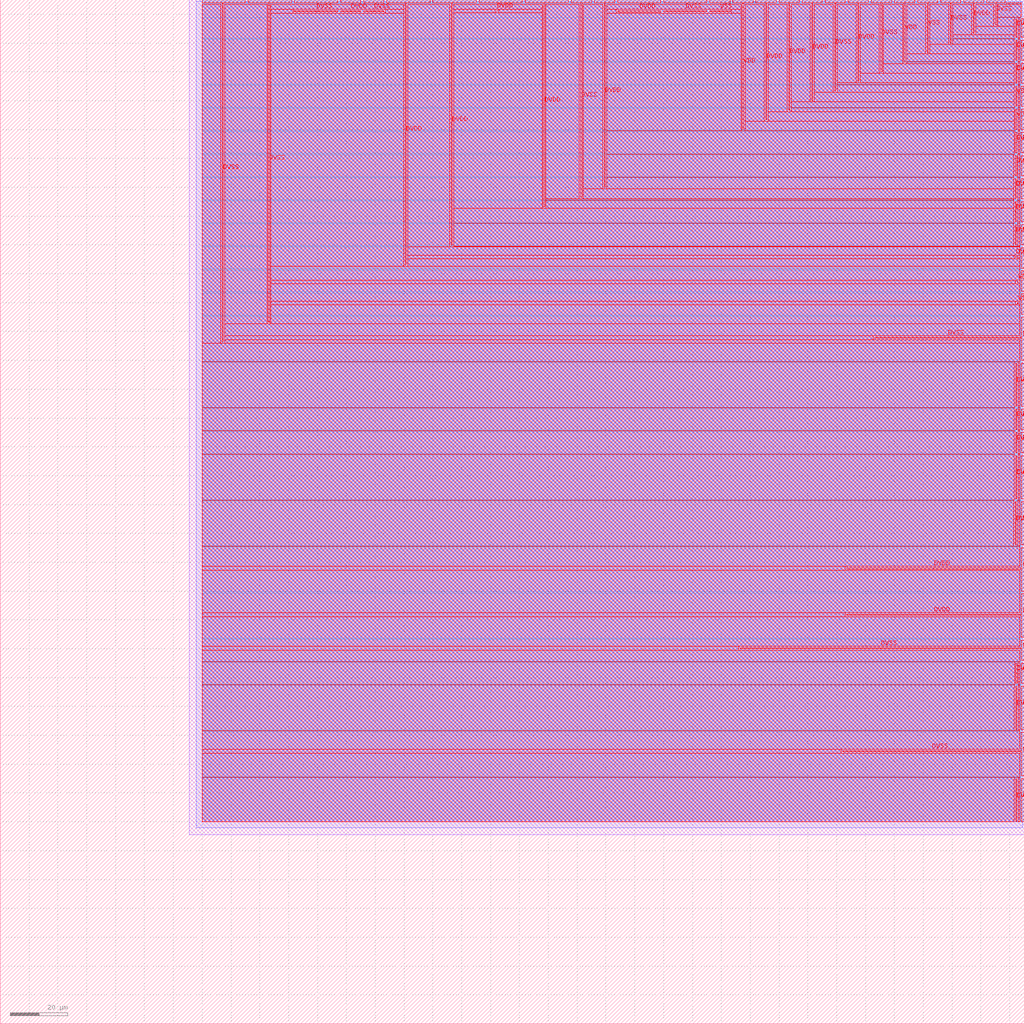
<source format=lef>
VERSION 5.7 ;
  NOWIREEXTENSIONATPIN ON ;
  DIVIDERCHAR "/" ;
  BUSBITCHARS "[]" ;
MACRO gf180mcu_fd_io__asig_5p0
  CLASS PAD INOUT ;
  FOREIGN gf180mcu_fd_io__asig_5p0 ;
  ORIGIN 0.000 0.000 ;
  SIZE 75.000 BY 350.000 ;
  SYMMETRY X Y R90 ;
  SITE GF_IO_Site ;
  PIN ASIG5V
    DIRECTION INOUT ;
    USE SIGNAL ;
    ANTENNADIFFAREA 1200.000000 ;
    PORT
      LAYER Metal2 ;
        RECT 15.340 134.370 17.880 350.000 ;
    END
    PORT
      LAYER Metal2 ;
        RECT 21.020 134.370 23.560 350.000 ;
    END
    PORT
      LAYER Metal2 ;
        RECT 26.700 134.370 29.240 350.000 ;
    END
    PORT
      LAYER Metal2 ;
        RECT 32.380 134.370 34.920 350.000 ;
    END
    PORT
      LAYER Metal2 ;
        RECT 40.080 134.370 42.620 350.000 ;
    END
    PORT
      LAYER Metal2 ;
        RECT 45.760 134.370 48.300 350.000 ;
    END
    PORT
      LAYER Metal2 ;
        RECT 51.440 134.370 53.980 350.000 ;
    END
    PORT
      LAYER Metal2 ;
        RECT 57.120 134.370 59.660 350.000 ;
    END
  END ASIG5V
  PIN DVDD
    DIRECTION INOUT ;
    USE POWER ;
    PORT
      LAYER Metal5 ;
        RECT 74.000 118.000 75.000 125.000 ;
    END
    PORT
      LAYER Metal5 ;
        RECT 74.000 182.000 75.000 197.000 ;
    END
    PORT
      LAYER Metal5 ;
        RECT 74.000 166.000 75.000 181.000 ;
    END
    PORT
      LAYER Metal5 ;
        RECT 74.000 150.000 75.000 165.000 ;
    END
    PORT
      LAYER Metal5 ;
        RECT 74.000 134.000 75.000 149.000 ;
    END
    PORT
      LAYER Metal5 ;
        RECT 74.000 214.000 75.000 229.000 ;
    END
    PORT
      LAYER Metal5 ;
        RECT 74.000 206.000 75.000 213.000 ;
    END
    PORT
      LAYER Metal5 ;
        RECT 74.000 278.000 75.000 285.000 ;
    END
    PORT
      LAYER Metal5 ;
        RECT 74.000 270.000 75.000 277.000 ;
    END
    PORT
      LAYER Metal5 ;
        RECT 74.000 262.000 75.000 269.000 ;
    END
    PORT
      LAYER Metal5 ;
        RECT 74.000 294.000 75.000 301.000 ;
    END
    PORT
      LAYER Metal5 ;
        RECT 74.000 334.000 75.000 341.000 ;
    END
    PORT
      LAYER Metal4 ;
        RECT 74.000 118.000 75.000 125.000 ;
    END
    PORT
      LAYER Metal4 ;
        RECT 74.000 182.000 75.000 197.000 ;
    END
    PORT
      LAYER Metal4 ;
        RECT 74.000 166.000 75.000 181.000 ;
    END
    PORT
      LAYER Metal4 ;
        RECT 74.000 150.000 75.000 165.000 ;
    END
    PORT
      LAYER Metal4 ;
        RECT 74.000 134.000 75.000 149.000 ;
    END
    PORT
      LAYER Metal4 ;
        RECT 74.000 214.000 75.000 229.000 ;
    END
    PORT
      LAYER Metal4 ;
        RECT 74.000 206.000 75.000 213.000 ;
    END
    PORT
      LAYER Metal4 ;
        RECT 74.000 278.000 75.000 285.000 ;
    END
    PORT
      LAYER Metal4 ;
        RECT 74.000 270.000 75.000 277.000 ;
    END
    PORT
      LAYER Metal4 ;
        RECT 74.000 262.000 75.000 269.000 ;
    END
    PORT
      LAYER Metal4 ;
        RECT 74.000 294.000 75.000 301.000 ;
    END
    PORT
      LAYER Metal4 ;
        RECT 74.000 334.000 75.000 341.000 ;
    END
    PORT
      LAYER Metal3 ;
        RECT 74.000 118.000 75.000 125.000 ;
    END
    PORT
      LAYER Metal3 ;
        RECT 74.000 182.000 75.000 197.000 ;
    END
    PORT
      LAYER Metal3 ;
        RECT 74.000 166.000 75.000 181.000 ;
    END
    PORT
      LAYER Metal3 ;
        RECT 74.000 150.000 75.000 165.000 ;
    END
    PORT
      LAYER Metal3 ;
        RECT 74.000 134.000 75.000 149.000 ;
    END
    PORT
      LAYER Metal3 ;
        RECT 74.000 214.000 75.000 229.000 ;
    END
    PORT
      LAYER Metal3 ;
        RECT 74.000 206.000 75.000 213.000 ;
    END
    PORT
      LAYER Metal3 ;
        RECT 74.000 278.000 75.000 285.000 ;
    END
    PORT
      LAYER Metal3 ;
        RECT 74.000 270.000 75.000 277.000 ;
    END
    PORT
      LAYER Metal3 ;
        RECT 74.000 262.000 75.000 269.000 ;
    END
    PORT
      LAYER Metal3 ;
        RECT 74.000 294.000 75.000 301.000 ;
    END
    PORT
      LAYER Metal3 ;
        RECT 74.000 334.000 75.000 341.000 ;
    END
    PORT
      LAYER Metal3 ;
        RECT 0.000 334.000 1.000 341.000 ;
    END
    PORT
      LAYER Metal3 ;
        RECT 0.000 294.000 1.000 301.000 ;
    END
    PORT
      LAYER Metal3 ;
        RECT 0.000 262.000 1.000 269.000 ;
    END
    PORT
      LAYER Metal3 ;
        RECT 0.000 270.000 1.000 277.000 ;
    END
    PORT
      LAYER Metal3 ;
        RECT 0.000 278.000 1.000 285.000 ;
    END
    PORT
      LAYER Metal3 ;
        RECT 0.000 206.000 1.000 213.000 ;
    END
    PORT
      LAYER Metal3 ;
        RECT 0.000 214.000 1.000 229.000 ;
    END
    PORT
      LAYER Metal3 ;
        RECT 0.000 134.000 1.000 149.000 ;
    END
    PORT
      LAYER Metal3 ;
        RECT 0.000 150.000 1.000 165.000 ;
    END
    PORT
      LAYER Metal3 ;
        RECT 0.000 166.000 1.000 181.000 ;
    END
    PORT
      LAYER Metal3 ;
        RECT 0.000 182.000 1.000 197.000 ;
    END
    PORT
      LAYER Metal5 ;
        RECT 0.000 334.000 1.000 341.000 ;
    END
    PORT
      LAYER Metal5 ;
        RECT 0.000 294.000 1.000 301.000 ;
    END
    PORT
      LAYER Metal5 ;
        RECT 0.000 262.000 1.000 269.000 ;
    END
    PORT
      LAYER Metal5 ;
        RECT 0.000 270.000 1.000 277.000 ;
    END
    PORT
      LAYER Metal5 ;
        RECT 0.000 278.000 1.000 285.000 ;
    END
    PORT
      LAYER Metal5 ;
        RECT 0.000 206.000 1.000 213.000 ;
    END
    PORT
      LAYER Metal5 ;
        RECT 0.000 214.000 1.000 229.000 ;
    END
    PORT
      LAYER Metal5 ;
        RECT 0.000 134.000 1.000 149.000 ;
    END
    PORT
      LAYER Metal5 ;
        RECT 0.000 150.000 1.000 165.000 ;
    END
    PORT
      LAYER Metal5 ;
        RECT 0.000 166.000 1.000 181.000 ;
    END
    PORT
      LAYER Metal5 ;
        RECT 0.000 182.000 1.000 197.000 ;
    END
    PORT
      LAYER Metal4 ;
        RECT 0.000 334.000 1.000 341.000 ;
    END
    PORT
      LAYER Metal4 ;
        RECT 0.000 294.000 1.000 301.000 ;
    END
    PORT
      LAYER Metal4 ;
        RECT 0.000 262.000 1.000 269.000 ;
    END
    PORT
      LAYER Metal4 ;
        RECT 0.000 270.000 1.000 277.000 ;
    END
    PORT
      LAYER Metal4 ;
        RECT 0.000 278.000 1.000 285.000 ;
    END
    PORT
      LAYER Metal4 ;
        RECT 0.000 206.000 1.000 213.000 ;
    END
    PORT
      LAYER Metal4 ;
        RECT 0.000 214.000 1.000 229.000 ;
    END
    PORT
      LAYER Metal4 ;
        RECT 0.000 134.000 1.000 149.000 ;
    END
    PORT
      LAYER Metal4 ;
        RECT 0.000 150.000 1.000 165.000 ;
    END
    PORT
      LAYER Metal4 ;
        RECT 0.000 166.000 1.000 181.000 ;
    END
    PORT
      LAYER Metal4 ;
        RECT 0.000 182.000 1.000 197.000 ;
    END
    PORT
      LAYER Metal4 ;
        RECT 0.000 118.000 1.000 125.000 ;
    END
    PORT
      LAYER Metal5 ;
        RECT 0.000 118.000 1.000 125.000 ;
    END
    PORT
      LAYER Metal3 ;
        RECT 0.000 118.000 1.000 125.000 ;
    END
  END DVDD
  PIN DVSS
    DIRECTION INOUT ;
    USE GROUND ;
    PORT
      LAYER Metal5 ;
        RECT 74.000 102.000 75.000 117.000 ;
    END
    PORT
      LAYER Metal5 ;
        RECT 74.000 86.000 75.000 101.000 ;
    END
    PORT
      LAYER Metal5 ;
        RECT 74.000 70.000 75.000 85.000 ;
    END
    PORT
      LAYER Metal5 ;
        RECT 74.000 126.000 75.000 133.000 ;
    END
    PORT
      LAYER Metal5 ;
        RECT 74.000 198.000 75.000 205.000 ;
    END
    PORT
      LAYER Metal5 ;
        RECT 74.000 230.000 75.000 245.000 ;
    END
    PORT
      LAYER Metal5 ;
        RECT 74.000 286.000 75.000 293.000 ;
    END
    PORT
      LAYER Metal5 ;
        RECT 74.000 302.000 75.000 309.000 ;
    END
    PORT
      LAYER Metal5 ;
        RECT 74.000 326.000 75.000 333.000 ;
    END
    PORT
      LAYER Metal5 ;
        RECT 74.000 342.000 75.000 348.390 ;
    END
    PORT
      LAYER Metal4 ;
        RECT 74.000 102.000 75.000 117.000 ;
    END
    PORT
      LAYER Metal4 ;
        RECT 74.000 86.000 75.000 101.000 ;
    END
    PORT
      LAYER Metal4 ;
        RECT 74.000 70.000 75.000 85.000 ;
    END
    PORT
      LAYER Metal4 ;
        RECT 74.000 126.000 75.000 133.000 ;
    END
    PORT
      LAYER Metal4 ;
        RECT 74.000 198.000 75.000 205.000 ;
    END
    PORT
      LAYER Metal4 ;
        RECT 74.000 230.000 75.000 245.000 ;
    END
    PORT
      LAYER Metal4 ;
        RECT 74.000 286.000 75.000 293.000 ;
    END
    PORT
      LAYER Metal4 ;
        RECT 74.000 302.000 75.000 309.000 ;
    END
    PORT
      LAYER Metal4 ;
        RECT 74.000 326.000 75.000 333.000 ;
    END
    PORT
      LAYER Metal4 ;
        RECT 74.000 342.000 75.000 348.390 ;
    END
    PORT
      LAYER Metal3 ;
        RECT 74.000 102.000 75.000 117.000 ;
    END
    PORT
      LAYER Metal3 ;
        RECT 74.000 86.000 75.000 101.000 ;
    END
    PORT
      LAYER Metal3 ;
        RECT 74.000 70.000 75.000 85.000 ;
    END
    PORT
      LAYER Metal3 ;
        RECT 74.000 126.000 75.000 133.000 ;
    END
    PORT
      LAYER Metal3 ;
        RECT 74.000 198.000 75.000 205.000 ;
    END
    PORT
      LAYER Metal3 ;
        RECT 74.000 230.000 75.000 245.000 ;
    END
    PORT
      LAYER Metal3 ;
        RECT 74.000 286.000 75.000 293.000 ;
    END
    PORT
      LAYER Metal3 ;
        RECT 74.000 302.000 75.000 309.000 ;
    END
    PORT
      LAYER Metal3 ;
        RECT 74.000 326.000 75.000 333.000 ;
    END
    PORT
      LAYER Metal3 ;
        RECT 74.000 342.000 75.000 348.390 ;
    END
    PORT
      LAYER Metal3 ;
        RECT 0.000 342.000 1.000 348.390 ;
    END
    PORT
      LAYER Metal3 ;
        RECT 0.000 326.000 1.000 333.000 ;
    END
    PORT
      LAYER Metal3 ;
        RECT 0.000 302.000 1.000 309.000 ;
    END
    PORT
      LAYER Metal3 ;
        RECT 0.000 286.000 1.000 293.000 ;
    END
    PORT
      LAYER Metal3 ;
        RECT 0.000 230.000 1.000 245.000 ;
    END
    PORT
      LAYER Metal3 ;
        RECT 0.000 198.000 1.000 205.000 ;
    END
    PORT
      LAYER Metal3 ;
        RECT 0.000 126.000 1.000 133.000 ;
    END
    PORT
      LAYER Metal3 ;
        RECT 0.000 70.000 1.000 85.000 ;
    END
    PORT
      LAYER Metal3 ;
        RECT 0.000 86.000 1.000 101.000 ;
    END
    PORT
      LAYER Metal5 ;
        RECT 0.000 342.000 1.000 348.390 ;
    END
    PORT
      LAYER Metal5 ;
        RECT 0.000 326.000 1.000 333.000 ;
    END
    PORT
      LAYER Metal5 ;
        RECT 0.000 302.000 1.000 309.000 ;
    END
    PORT
      LAYER Metal5 ;
        RECT 0.000 286.000 1.000 293.000 ;
    END
    PORT
      LAYER Metal5 ;
        RECT 0.000 230.000 1.000 245.000 ;
    END
    PORT
      LAYER Metal5 ;
        RECT 0.000 198.000 1.000 205.000 ;
    END
    PORT
      LAYER Metal5 ;
        RECT 0.000 126.000 1.000 133.000 ;
    END
    PORT
      LAYER Metal5 ;
        RECT 0.000 70.000 1.000 85.000 ;
    END
    PORT
      LAYER Metal5 ;
        RECT 0.000 86.000 1.000 101.000 ;
    END
    PORT
      LAYER Metal4 ;
        RECT 0.000 342.000 1.000 348.390 ;
    END
    PORT
      LAYER Metal4 ;
        RECT 0.000 326.000 1.000 333.000 ;
    END
    PORT
      LAYER Metal4 ;
        RECT 0.000 302.000 1.000 309.000 ;
    END
    PORT
      LAYER Metal4 ;
        RECT 0.000 286.000 1.000 293.000 ;
    END
    PORT
      LAYER Metal4 ;
        RECT 0.000 230.000 1.000 245.000 ;
    END
    PORT
      LAYER Metal4 ;
        RECT 0.000 198.000 1.000 205.000 ;
    END
    PORT
      LAYER Metal4 ;
        RECT 0.000 126.000 1.000 133.000 ;
    END
    PORT
      LAYER Metal4 ;
        RECT 0.000 70.000 1.000 85.000 ;
    END
    PORT
      LAYER Metal4 ;
        RECT 0.000 86.000 1.000 101.000 ;
    END
    PORT
      LAYER Metal4 ;
        RECT 0.000 102.000 1.000 117.000 ;
    END
    PORT
      LAYER Metal5 ;
        RECT 0.000 102.000 1.000 117.000 ;
    END
    PORT
      LAYER Metal3 ;
        RECT 0.000 102.000 1.000 117.000 ;
    END
  END DVSS
  PIN VDD
    DIRECTION INOUT ;
    USE POWER ;
    PORT
      LAYER Metal5 ;
        RECT 74.000 254.000 75.000 261.000 ;
    END
    PORT
      LAYER Metal5 ;
        RECT 74.000 310.000 75.000 317.000 ;
    END
    PORT
      LAYER Metal4 ;
        RECT 74.000 254.000 75.000 261.000 ;
    END
    PORT
      LAYER Metal4 ;
        RECT 74.000 310.000 75.000 317.000 ;
    END
    PORT
      LAYER Metal3 ;
        RECT 74.000 254.000 75.000 261.000 ;
    END
    PORT
      LAYER Metal3 ;
        RECT 74.000 310.000 75.000 317.000 ;
    END
    PORT
      LAYER Metal3 ;
        RECT 0.000 310.000 1.000 317.000 ;
    END
    PORT
      LAYER Metal5 ;
        RECT 0.000 310.000 1.000 317.000 ;
    END
    PORT
      LAYER Metal4 ;
        RECT 0.000 310.000 1.000 317.000 ;
    END
    PORT
      LAYER Metal4 ;
        RECT 0.000 254.000 1.000 261.000 ;
    END
    PORT
      LAYER Metal5 ;
        RECT 0.000 254.000 1.000 261.000 ;
    END
    PORT
      LAYER Metal3 ;
        RECT 0.000 254.000 1.000 261.000 ;
    END
  END VDD
  PIN VSS
    DIRECTION INOUT ;
    USE GROUND ;
    PORT
      LAYER Metal5 ;
        RECT 74.000 246.000 75.000 253.000 ;
    END
    PORT
      LAYER Metal5 ;
        RECT 74.000 318.000 75.000 325.000 ;
    END
    PORT
      LAYER Metal4 ;
        RECT 74.000 246.000 75.000 253.000 ;
    END
    PORT
      LAYER Metal4 ;
        RECT 74.000 318.000 75.000 325.000 ;
    END
    PORT
      LAYER Metal3 ;
        RECT 74.000 246.000 75.000 253.000 ;
    END
    PORT
      LAYER Metal3 ;
        RECT 74.000 318.000 75.000 325.000 ;
    END
    PORT
      LAYER Metal3 ;
        RECT 0.000 318.000 1.000 325.000 ;
    END
    PORT
      LAYER Metal5 ;
        RECT 0.000 318.000 1.000 325.000 ;
    END
    PORT
      LAYER Metal4 ;
        RECT 0.000 318.000 1.000 325.000 ;
    END
    PORT
      LAYER Metal4 ;
        RECT 0.000 246.000 1.000 253.000 ;
    END
    PORT
      LAYER Metal5 ;
        RECT 0.000 246.000 1.000 253.000 ;
    END
    PORT
      LAYER Metal3 ;
        RECT 0.000 246.000 1.000 253.000 ;
    END
  END VSS
  OBS
      LAYER Metal1 ;
        RECT -0.160 65.540 75.160 349.785 ;
      LAYER Metal2 ;
        RECT 0.000 134.070 15.040 348.390 ;
        RECT 18.180 134.070 20.720 348.390 ;
        RECT 23.860 134.070 26.400 348.390 ;
        RECT 29.540 134.070 32.080 348.390 ;
        RECT 35.220 134.070 39.780 348.390 ;
        RECT 42.920 134.070 45.460 348.390 ;
        RECT 48.600 134.070 51.140 348.390 ;
        RECT 54.280 134.070 56.820 348.390 ;
        RECT 59.960 134.070 75.000 348.390 ;
        RECT 0.000 0.000 75.000 134.070 ;
      LAYER Metal3 ;
        RECT 1.300 341.700 73.700 348.390 ;
        RECT 1.000 341.300 74.000 341.700 ;
        RECT 1.300 333.700 73.700 341.300 ;
        RECT 1.000 333.300 74.000 333.700 ;
        RECT 1.300 325.700 73.700 333.300 ;
        RECT 1.000 325.300 74.000 325.700 ;
        RECT 1.300 317.700 73.700 325.300 ;
        RECT 1.000 317.300 74.000 317.700 ;
        RECT 1.300 309.700 73.700 317.300 ;
        RECT 1.000 309.300 74.000 309.700 ;
        RECT 1.300 301.700 73.700 309.300 ;
        RECT 1.000 301.300 74.000 301.700 ;
        RECT 1.300 293.700 73.700 301.300 ;
        RECT 1.000 293.300 74.000 293.700 ;
        RECT 1.300 285.700 73.700 293.300 ;
        RECT 1.000 285.300 74.000 285.700 ;
        RECT 1.300 277.700 73.700 285.300 ;
        RECT 1.000 277.300 74.000 277.700 ;
        RECT 1.300 269.700 73.700 277.300 ;
        RECT 1.000 269.300 74.000 269.700 ;
        RECT 1.300 261.700 73.700 269.300 ;
        RECT 1.000 261.300 74.000 261.700 ;
        RECT 1.300 253.700 73.700 261.300 ;
        RECT 1.000 253.300 74.000 253.700 ;
        RECT 1.300 245.700 73.700 253.300 ;
        RECT 1.000 245.300 74.000 245.700 ;
        RECT 1.300 229.700 73.700 245.300 ;
        RECT 1.000 229.300 74.000 229.700 ;
        RECT 1.300 213.700 73.700 229.300 ;
        RECT 1.000 213.300 74.000 213.700 ;
        RECT 1.300 205.700 73.700 213.300 ;
        RECT 1.000 205.300 74.000 205.700 ;
        RECT 1.300 197.700 73.700 205.300 ;
        RECT 1.000 197.300 74.000 197.700 ;
        RECT 1.300 181.700 73.700 197.300 ;
        RECT 1.000 181.300 74.000 181.700 ;
        RECT 1.300 165.700 73.700 181.300 ;
        RECT 1.000 165.300 74.000 165.700 ;
        RECT 1.300 149.700 73.700 165.300 ;
        RECT 1.000 149.300 74.000 149.700 ;
        RECT 1.300 133.700 73.700 149.300 ;
        RECT 1.000 133.300 74.000 133.700 ;
        RECT 1.300 125.700 73.700 133.300 ;
        RECT 1.000 125.300 74.000 125.700 ;
        RECT 1.300 117.700 73.700 125.300 ;
        RECT 1.000 117.300 74.000 117.700 ;
        RECT 1.300 101.700 73.700 117.300 ;
        RECT 1.000 101.300 74.000 101.700 ;
        RECT 1.300 85.700 73.700 101.300 ;
        RECT 1.000 85.300 74.000 85.700 ;
        RECT 1.300 69.700 73.700 85.300 ;
        RECT 1.000 0.000 74.000 69.700 ;
      LAYER Metal4 ;
        RECT 1.300 341.700 73.700 348.390 ;
        RECT 1.000 341.300 74.000 341.700 ;
        RECT 1.300 333.700 73.700 341.300 ;
        RECT 1.000 333.300 74.000 333.700 ;
        RECT 1.300 325.700 73.700 333.300 ;
        RECT 1.000 325.300 74.000 325.700 ;
        RECT 1.300 317.700 73.700 325.300 ;
        RECT 1.000 317.300 74.000 317.700 ;
        RECT 1.300 309.700 73.700 317.300 ;
        RECT 1.000 309.300 74.000 309.700 ;
        RECT 1.300 301.700 73.700 309.300 ;
        RECT 1.000 301.300 74.000 301.700 ;
        RECT 1.300 293.700 73.700 301.300 ;
        RECT 1.000 293.300 74.000 293.700 ;
        RECT 1.300 285.700 73.700 293.300 ;
        RECT 1.000 285.300 74.000 285.700 ;
        RECT 1.300 277.700 73.700 285.300 ;
        RECT 1.000 277.300 74.000 277.700 ;
        RECT 1.300 269.700 73.700 277.300 ;
        RECT 1.000 269.300 74.000 269.700 ;
        RECT 1.300 261.700 73.700 269.300 ;
        RECT 1.000 261.300 74.000 261.700 ;
        RECT 1.300 253.700 73.700 261.300 ;
        RECT 1.000 253.300 74.000 253.700 ;
        RECT 1.300 245.700 73.700 253.300 ;
        RECT 1.000 245.300 74.000 245.700 ;
        RECT 1.300 229.700 73.700 245.300 ;
        RECT 1.000 229.300 74.000 229.700 ;
        RECT 1.300 213.700 73.700 229.300 ;
        RECT 1.000 213.300 74.000 213.700 ;
        RECT 1.300 205.700 73.700 213.300 ;
        RECT 1.000 205.300 74.000 205.700 ;
        RECT 1.300 197.700 73.700 205.300 ;
        RECT 1.000 197.300 74.000 197.700 ;
        RECT 1.300 181.700 73.700 197.300 ;
        RECT 1.000 181.300 74.000 181.700 ;
        RECT 1.300 165.700 73.700 181.300 ;
        RECT 1.000 165.300 74.000 165.700 ;
        RECT 1.300 149.700 73.700 165.300 ;
        RECT 1.000 149.300 74.000 149.700 ;
        RECT 1.300 133.700 73.700 149.300 ;
        RECT 1.000 133.300 74.000 133.700 ;
        RECT 1.300 125.700 73.700 133.300 ;
        RECT 1.000 125.300 74.000 125.700 ;
        RECT 1.300 117.700 73.700 125.300 ;
        RECT 1.000 117.300 74.000 117.700 ;
        RECT 1.300 101.700 73.700 117.300 ;
        RECT 1.000 101.300 74.000 101.700 ;
        RECT 1.300 85.700 73.700 101.300 ;
        RECT 1.000 85.300 74.000 85.700 ;
        RECT 1.300 69.700 73.700 85.300 ;
        RECT 1.000 0.000 74.000 69.700 ;
      LAYER Metal5 ;
        RECT 1.500 69.500 73.500 348.390 ;
        RECT 1.000 0.000 74.000 69.500 ;
  END
END gf180mcu_fd_io__asig_5p0

#--------EOF---------

MACRO gf180mcu_fd_io__bi_24t
  CLASS PAD INOUT ;
  FOREIGN gf180mcu_fd_io__bi_24t ;
  ORIGIN 0.000 0.000 ;
  SIZE 75.000 BY 350.000 ;
  SYMMETRY X Y R90 ;
  SITE GF_IO_Site ;
  PIN A
    DIRECTION INPUT ;
    USE SIGNAL ;
    ANTENNAGATEAREA 4.200000 ;
    ANTENNADIFFAREA 1.000000 ;
    PORT
      LAYER Metal2 ;
        RECT 69.400 264.310 69.780 350.000 ;
    END
  END A
  PIN CS
    DIRECTION INPUT ;
    USE SIGNAL ;
    ANTENNAGATEAREA 3.150000 ;
    ANTENNADIFFAREA 1.000000 ;
    PORT
      LAYER Metal2 ;
        RECT 3.360 328.395 3.740 350.000 ;
    END
  END CS
  PIN DVDD
    DIRECTION INOUT ;
    USE POWER ;
    PORT
      LAYER Metal5 ;
        RECT 74.000 118.000 75.000 125.000 ;
    END
    PORT
      LAYER Metal5 ;
        RECT 74.000 182.000 75.000 197.000 ;
    END
    PORT
      LAYER Metal5 ;
        RECT 74.000 166.000 75.000 181.000 ;
    END
    PORT
      LAYER Metal5 ;
        RECT 74.000 150.000 75.000 165.000 ;
    END
    PORT
      LAYER Metal5 ;
        RECT 74.000 134.000 75.000 149.000 ;
    END
    PORT
      LAYER Metal5 ;
        RECT 74.000 214.000 75.000 229.000 ;
    END
    PORT
      LAYER Metal5 ;
        RECT 74.000 206.000 75.000 213.000 ;
    END
    PORT
      LAYER Metal5 ;
        RECT 74.000 278.000 75.000 285.000 ;
    END
    PORT
      LAYER Metal5 ;
        RECT 74.000 270.000 75.000 277.000 ;
    END
    PORT
      LAYER Metal5 ;
        RECT 74.000 262.000 75.000 269.000 ;
    END
    PORT
      LAYER Metal5 ;
        RECT 74.000 294.000 75.000 301.000 ;
    END
    PORT
      LAYER Metal5 ;
        RECT 74.000 334.000 75.000 341.000 ;
    END
    PORT
      LAYER Metal4 ;
        RECT 74.000 118.000 75.000 125.000 ;
    END
    PORT
      LAYER Metal4 ;
        RECT 74.000 182.000 75.000 197.000 ;
    END
    PORT
      LAYER Metal4 ;
        RECT 74.000 166.000 75.000 181.000 ;
    END
    PORT
      LAYER Metal4 ;
        RECT 74.000 150.000 75.000 165.000 ;
    END
    PORT
      LAYER Metal4 ;
        RECT 74.000 134.000 75.000 149.000 ;
    END
    PORT
      LAYER Metal4 ;
        RECT 74.000 214.000 75.000 229.000 ;
    END
    PORT
      LAYER Metal4 ;
        RECT 74.000 206.000 75.000 213.000 ;
    END
    PORT
      LAYER Metal4 ;
        RECT 74.000 278.000 75.000 285.000 ;
    END
    PORT
      LAYER Metal4 ;
        RECT 74.000 270.000 75.000 277.000 ;
    END
    PORT
      LAYER Metal4 ;
        RECT 74.000 262.000 75.000 269.000 ;
    END
    PORT
      LAYER Metal4 ;
        RECT 74.000 294.000 75.000 301.000 ;
    END
    PORT
      LAYER Metal4 ;
        RECT 74.000 334.000 75.000 341.000 ;
    END
    PORT
      LAYER Metal3 ;
        RECT 74.000 118.000 75.000 125.000 ;
    END
    PORT
      LAYER Metal3 ;
        RECT 74.000 182.000 75.000 197.000 ;
    END
    PORT
      LAYER Metal3 ;
        RECT 74.000 166.000 75.000 181.000 ;
    END
    PORT
      LAYER Metal3 ;
        RECT 74.000 150.000 75.000 165.000 ;
    END
    PORT
      LAYER Metal3 ;
        RECT 74.000 134.000 75.000 149.000 ;
    END
    PORT
      LAYER Metal3 ;
        RECT 74.000 214.000 75.000 229.000 ;
    END
    PORT
      LAYER Metal3 ;
        RECT 74.000 206.000 75.000 213.000 ;
    END
    PORT
      LAYER Metal3 ;
        RECT 74.000 278.000 75.000 285.000 ;
    END
    PORT
      LAYER Metal3 ;
        RECT 74.000 270.000 75.000 277.000 ;
    END
    PORT
      LAYER Metal3 ;
        RECT 74.000 262.000 75.000 269.000 ;
    END
    PORT
      LAYER Metal3 ;
        RECT 74.000 294.000 75.000 301.000 ;
    END
    PORT
      LAYER Metal3 ;
        RECT 74.000 334.000 75.000 341.000 ;
    END
    PORT
      LAYER Metal3 ;
        RECT 0.000 334.000 1.000 341.000 ;
    END
    PORT
      LAYER Metal3 ;
        RECT 0.000 294.000 1.000 301.000 ;
    END
    PORT
      LAYER Metal3 ;
        RECT 0.000 262.000 1.000 269.000 ;
    END
    PORT
      LAYER Metal3 ;
        RECT 0.000 270.000 1.000 277.000 ;
    END
    PORT
      LAYER Metal3 ;
        RECT 0.000 278.000 1.000 285.000 ;
    END
    PORT
      LAYER Metal3 ;
        RECT 0.000 206.000 1.000 213.000 ;
    END
    PORT
      LAYER Metal3 ;
        RECT 0.000 214.000 1.000 229.000 ;
    END
    PORT
      LAYER Metal3 ;
        RECT 0.000 134.000 1.000 149.000 ;
    END
    PORT
      LAYER Metal3 ;
        RECT 0.000 150.000 1.000 165.000 ;
    END
    PORT
      LAYER Metal3 ;
        RECT 0.000 166.000 1.000 181.000 ;
    END
    PORT
      LAYER Metal3 ;
        RECT 0.000 182.000 1.000 197.000 ;
    END
    PORT
      LAYER Metal4 ;
        RECT 0.000 334.000 1.000 341.000 ;
    END
    PORT
      LAYER Metal4 ;
        RECT 0.000 294.000 1.000 301.000 ;
    END
    PORT
      LAYER Metal4 ;
        RECT 0.000 262.000 1.000 269.000 ;
    END
    PORT
      LAYER Metal4 ;
        RECT 0.000 270.000 1.000 277.000 ;
    END
    PORT
      LAYER Metal4 ;
        RECT 0.000 278.000 1.000 285.000 ;
    END
    PORT
      LAYER Metal4 ;
        RECT 0.000 206.000 1.000 213.000 ;
    END
    PORT
      LAYER Metal4 ;
        RECT 0.000 214.000 1.000 229.000 ;
    END
    PORT
      LAYER Metal4 ;
        RECT 0.000 134.000 1.000 149.000 ;
    END
    PORT
      LAYER Metal4 ;
        RECT 0.000 150.000 1.000 165.000 ;
    END
    PORT
      LAYER Metal4 ;
        RECT 0.000 166.000 1.000 181.000 ;
    END
    PORT
      LAYER Metal4 ;
        RECT 0.000 182.000 1.000 197.000 ;
    END
    PORT
      LAYER Metal5 ;
        RECT 0.000 334.000 1.000 341.000 ;
    END
    PORT
      LAYER Metal5 ;
        RECT 0.000 294.000 1.000 301.000 ;
    END
    PORT
      LAYER Metal5 ;
        RECT 0.000 262.000 1.000 269.000 ;
    END
    PORT
      LAYER Metal5 ;
        RECT 0.000 270.000 1.000 277.000 ;
    END
    PORT
      LAYER Metal5 ;
        RECT 0.000 278.000 1.000 285.000 ;
    END
    PORT
      LAYER Metal5 ;
        RECT 0.000 206.000 1.000 213.000 ;
    END
    PORT
      LAYER Metal5 ;
        RECT 0.000 214.000 1.000 229.000 ;
    END
    PORT
      LAYER Metal5 ;
        RECT 0.000 134.000 1.000 149.000 ;
    END
    PORT
      LAYER Metal5 ;
        RECT 0.000 150.000 1.000 165.000 ;
    END
    PORT
      LAYER Metal5 ;
        RECT 0.000 166.000 1.000 181.000 ;
    END
    PORT
      LAYER Metal5 ;
        RECT 0.000 182.000 1.000 197.000 ;
    END
    PORT
      LAYER Metal5 ;
        RECT 0.000 118.000 1.000 125.000 ;
    END
    PORT
      LAYER Metal4 ;
        RECT 0.000 118.000 1.000 125.000 ;
    END
    PORT
      LAYER Metal3 ;
        RECT 0.000 118.000 1.000 125.000 ;
    END
  END DVDD
  PIN DVSS
    DIRECTION INOUT ;
    USE GROUND ;
    PORT
      LAYER Metal5 ;
        RECT 74.000 102.000 75.000 117.000 ;
    END
    PORT
      LAYER Metal5 ;
        RECT 74.000 86.000 75.000 101.000 ;
    END
    PORT
      LAYER Metal5 ;
        RECT 74.000 70.000 75.000 85.000 ;
    END
    PORT
      LAYER Metal5 ;
        RECT 74.000 126.000 75.000 133.000 ;
    END
    PORT
      LAYER Metal5 ;
        RECT 74.000 198.000 75.000 205.000 ;
    END
    PORT
      LAYER Metal5 ;
        RECT 74.000 230.000 75.000 245.000 ;
    END
    PORT
      LAYER Metal5 ;
        RECT 74.000 286.000 75.000 293.000 ;
    END
    PORT
      LAYER Metal5 ;
        RECT 74.000 302.000 75.000 309.000 ;
    END
    PORT
      LAYER Metal5 ;
        RECT 74.000 326.000 75.000 333.000 ;
    END
    PORT
      LAYER Metal5 ;
        RECT 74.000 342.000 75.000 348.390 ;
    END
    PORT
      LAYER Metal4 ;
        RECT 74.000 102.000 75.000 117.000 ;
    END
    PORT
      LAYER Metal4 ;
        RECT 74.000 86.000 75.000 101.000 ;
    END
    PORT
      LAYER Metal4 ;
        RECT 74.000 70.000 75.000 85.000 ;
    END
    PORT
      LAYER Metal4 ;
        RECT 74.000 126.000 75.000 133.000 ;
    END
    PORT
      LAYER Metal4 ;
        RECT 74.000 198.000 75.000 205.000 ;
    END
    PORT
      LAYER Metal4 ;
        RECT 74.000 230.000 75.000 245.000 ;
    END
    PORT
      LAYER Metal4 ;
        RECT 74.000 286.000 75.000 293.000 ;
    END
    PORT
      LAYER Metal4 ;
        RECT 74.000 302.000 75.000 309.000 ;
    END
    PORT
      LAYER Metal4 ;
        RECT 74.000 326.000 75.000 333.000 ;
    END
    PORT
      LAYER Metal4 ;
        RECT 74.000 342.000 75.000 348.390 ;
    END
    PORT
      LAYER Metal3 ;
        RECT 74.000 102.000 75.000 117.000 ;
    END
    PORT
      LAYER Metal3 ;
        RECT 74.000 86.000 75.000 101.000 ;
    END
    PORT
      LAYER Metal3 ;
        RECT 74.000 70.000 75.000 85.000 ;
    END
    PORT
      LAYER Metal3 ;
        RECT 74.000 126.000 75.000 133.000 ;
    END
    PORT
      LAYER Metal3 ;
        RECT 74.000 198.000 75.000 205.000 ;
    END
    PORT
      LAYER Metal3 ;
        RECT 74.000 230.000 75.000 245.000 ;
    END
    PORT
      LAYER Metal3 ;
        RECT 74.000 286.000 75.000 293.000 ;
    END
    PORT
      LAYER Metal3 ;
        RECT 74.000 302.000 75.000 309.000 ;
    END
    PORT
      LAYER Metal3 ;
        RECT 74.000 326.000 75.000 333.000 ;
    END
    PORT
      LAYER Metal3 ;
        RECT 74.000 342.000 75.000 348.390 ;
    END
    PORT
      LAYER Metal3 ;
        RECT 0.000 342.000 1.000 348.390 ;
    END
    PORT
      LAYER Metal3 ;
        RECT 0.000 326.000 1.000 333.000 ;
    END
    PORT
      LAYER Metal3 ;
        RECT 0.000 302.000 1.000 309.000 ;
    END
    PORT
      LAYER Metal3 ;
        RECT 0.000 286.000 1.000 293.000 ;
    END
    PORT
      LAYER Metal3 ;
        RECT 0.000 230.000 1.000 245.000 ;
    END
    PORT
      LAYER Metal3 ;
        RECT 0.000 198.000 1.000 205.000 ;
    END
    PORT
      LAYER Metal3 ;
        RECT 0.000 126.000 1.000 133.000 ;
    END
    PORT
      LAYER Metal3 ;
        RECT 0.000 70.000 1.000 85.000 ;
    END
    PORT
      LAYER Metal3 ;
        RECT 0.000 86.000 1.000 101.000 ;
    END
    PORT
      LAYER Metal4 ;
        RECT 0.000 342.000 1.000 348.390 ;
    END
    PORT
      LAYER Metal4 ;
        RECT 0.000 326.000 1.000 333.000 ;
    END
    PORT
      LAYER Metal4 ;
        RECT 0.000 302.000 1.000 309.000 ;
    END
    PORT
      LAYER Metal4 ;
        RECT 0.000 286.000 1.000 293.000 ;
    END
    PORT
      LAYER Metal4 ;
        RECT 0.000 230.000 1.000 245.000 ;
    END
    PORT
      LAYER Metal4 ;
        RECT 0.000 198.000 1.000 205.000 ;
    END
    PORT
      LAYER Metal4 ;
        RECT 0.000 126.000 1.000 133.000 ;
    END
    PORT
      LAYER Metal4 ;
        RECT 0.000 70.000 1.000 85.000 ;
    END
    PORT
      LAYER Metal4 ;
        RECT 0.000 86.000 1.000 101.000 ;
    END
    PORT
      LAYER Metal5 ;
        RECT 0.000 342.000 1.000 348.390 ;
    END
    PORT
      LAYER Metal5 ;
        RECT 0.000 326.000 1.000 333.000 ;
    END
    PORT
      LAYER Metal5 ;
        RECT 0.000 302.000 1.000 309.000 ;
    END
    PORT
      LAYER Metal5 ;
        RECT 0.000 286.000 1.000 293.000 ;
    END
    PORT
      LAYER Metal5 ;
        RECT 0.000 230.000 1.000 245.000 ;
    END
    PORT
      LAYER Metal5 ;
        RECT 0.000 198.000 1.000 205.000 ;
    END
    PORT
      LAYER Metal5 ;
        RECT 0.000 126.000 1.000 133.000 ;
    END
    PORT
      LAYER Metal5 ;
        RECT 0.000 70.000 1.000 85.000 ;
    END
    PORT
      LAYER Metal5 ;
        RECT 0.000 86.000 1.000 101.000 ;
    END
    PORT
      LAYER Metal5 ;
        RECT 0.000 102.000 1.000 117.000 ;
    END
    PORT
      LAYER Metal4 ;
        RECT 0.000 102.000 1.000 117.000 ;
    END
    PORT
      LAYER Metal3 ;
        RECT 0.000 102.000 1.000 117.000 ;
    END
  END DVSS
  PIN IE
    DIRECTION INPUT ;
    USE SIGNAL ;
    ANTENNAGATEAREA 3.150000 ;
    ANTENNADIFFAREA 1.000000 ;
    PORT
      LAYER Metal2 ;
        RECT 11.385 334.770 11.765 350.000 ;
    END
  END IE
  PIN OE
    DIRECTION INPUT ;
    USE SIGNAL ;
    ANTENNAGATEAREA 16.799999 ;
    ANTENNADIFFAREA 7.776000 ;
    PORT
      LAYER Metal2 ;
        RECT 70.130 266.190 70.510 350.000 ;
    END
  END OE
  PIN PAD
    DIRECTION INOUT ;
    USE SIGNAL ;
    ANTENNADIFFAREA 335.279999 ;
    PORT
      LAYER Metal5 ;
        RECT 25.000 20.000 50.000 45.000 ;
    END
  END PAD
  PIN PD
    DIRECTION INPUT ;
    USE SIGNAL ;
    ANTENNAGATEAREA 10.500000 ;
    ANTENNADIFFAREA 1.000000 ;
    PORT
      LAYER Metal2 ;
        RECT 10.330 329.950 10.710 350.000 ;
    END
  END PD
  PIN PU
    DIRECTION INPUT ;
    USE SIGNAL ;
    ANTENNAGATEAREA 7.350000 ;
    ANTENNADIFFAREA 2.980000 ;
    PORT
      LAYER Metal2 ;
        RECT 5.965 330.270 6.345 350.000 ;
    END
  END PU
  PIN SL
    DIRECTION INPUT ;
    USE SIGNAL ;
    ANTENNAGATEAREA 3.150000 ;
    ANTENNADIFFAREA 1.000000 ;
    PORT
      LAYER Metal2 ;
        RECT 68.670 264.990 69.050 350.000 ;
    END
  END SL
  PIN VDD
    DIRECTION INOUT ;
    USE POWER ;
    PORT
      LAYER Metal5 ;
        RECT 74.000 254.000 75.000 261.000 ;
    END
    PORT
      LAYER Metal5 ;
        RECT 74.000 310.000 75.000 317.000 ;
    END
    PORT
      LAYER Metal4 ;
        RECT 74.000 254.000 75.000 261.000 ;
    END
    PORT
      LAYER Metal4 ;
        RECT 74.000 310.000 75.000 317.000 ;
    END
    PORT
      LAYER Metal3 ;
        RECT 74.000 254.000 75.000 261.000 ;
    END
    PORT
      LAYER Metal3 ;
        RECT 74.000 310.000 75.000 317.000 ;
    END
    PORT
      LAYER Metal3 ;
        RECT 0.000 310.000 1.000 317.000 ;
    END
    PORT
      LAYER Metal4 ;
        RECT 0.000 310.000 1.000 317.000 ;
    END
    PORT
      LAYER Metal5 ;
        RECT 0.000 310.000 1.000 317.000 ;
    END
    PORT
      LAYER Metal5 ;
        RECT 0.000 254.000 1.000 261.000 ;
    END
    PORT
      LAYER Metal4 ;
        RECT 0.000 254.000 1.000 261.000 ;
    END
    PORT
      LAYER Metal3 ;
        RECT 0.000 254.000 1.000 261.000 ;
    END
  END VDD
  PIN VSS
    DIRECTION INOUT ;
    USE GROUND ;
    PORT
      LAYER Metal5 ;
        RECT 74.000 246.000 75.000 253.000 ;
    END
    PORT
      LAYER Metal5 ;
        RECT 74.000 318.000 75.000 325.000 ;
    END
    PORT
      LAYER Metal4 ;
        RECT 74.000 246.000 75.000 253.000 ;
    END
    PORT
      LAYER Metal4 ;
        RECT 74.000 318.000 75.000 325.000 ;
    END
    PORT
      LAYER Metal3 ;
        RECT 74.000 246.000 75.000 253.000 ;
    END
    PORT
      LAYER Metal3 ;
        RECT 74.000 318.000 75.000 325.000 ;
    END
    PORT
      LAYER Metal3 ;
        RECT 0.000 318.000 1.000 325.000 ;
    END
    PORT
      LAYER Metal4 ;
        RECT 0.000 318.000 1.000 325.000 ;
    END
    PORT
      LAYER Metal5 ;
        RECT 0.000 318.000 1.000 325.000 ;
    END
    PORT
      LAYER Metal5 ;
        RECT 0.000 246.000 1.000 253.000 ;
    END
    PORT
      LAYER Metal4 ;
        RECT 0.000 246.000 1.000 253.000 ;
    END
    PORT
      LAYER Metal3 ;
        RECT 0.000 246.000 1.000 253.000 ;
    END
  END VSS
  PIN Y
    DIRECTION OUTPUT ;
    USE SIGNAL ;
    ANTENNADIFFAREA 7.800000 ;
    PORT
      LAYER Metal2 ;
        RECT 70.860 319.750 71.240 350.000 ;
    END
  END Y
  OBS
      LAYER Metal1 ;
        RECT -0.160 65.540 75.160 349.785 ;
      LAYER Metal2 ;
        RECT 0.000 328.095 3.060 348.225 ;
        RECT 4.040 329.970 5.665 348.225 ;
        RECT 6.645 329.970 10.030 348.225 ;
        RECT 4.040 329.650 10.030 329.970 ;
        RECT 11.010 334.470 11.085 348.225 ;
        RECT 12.065 334.470 68.370 348.225 ;
        RECT 11.010 329.650 68.370 334.470 ;
        RECT 4.040 328.095 68.370 329.650 ;
        RECT 0.000 264.690 68.370 328.095 ;
        RECT 71.540 319.450 75.000 348.225 ;
        RECT 70.810 265.890 75.000 319.450 ;
        RECT 0.000 264.010 69.100 264.690 ;
        RECT 70.080 264.010 75.000 265.890 ;
        RECT 0.000 0.000 75.000 264.010 ;
      LAYER Metal3 ;
        RECT 1.300 341.700 73.700 348.390 ;
        RECT 1.000 341.300 74.000 341.700 ;
        RECT 1.300 333.700 73.700 341.300 ;
        RECT 1.000 333.300 74.000 333.700 ;
        RECT 1.300 325.700 73.700 333.300 ;
        RECT 1.000 325.300 74.000 325.700 ;
        RECT 1.300 317.700 73.700 325.300 ;
        RECT 1.000 317.300 74.000 317.700 ;
        RECT 1.300 309.700 73.700 317.300 ;
        RECT 1.000 309.300 74.000 309.700 ;
        RECT 1.300 301.700 73.700 309.300 ;
        RECT 1.000 301.300 74.000 301.700 ;
        RECT 1.300 293.700 73.700 301.300 ;
        RECT 1.000 293.300 74.000 293.700 ;
        RECT 1.300 285.700 73.700 293.300 ;
        RECT 1.000 285.300 74.000 285.700 ;
        RECT 1.300 277.700 73.700 285.300 ;
        RECT 1.000 277.300 74.000 277.700 ;
        RECT 1.300 269.700 73.700 277.300 ;
        RECT 1.000 269.300 74.000 269.700 ;
        RECT 1.300 261.700 73.700 269.300 ;
        RECT 1.000 261.300 74.000 261.700 ;
        RECT 1.300 253.700 73.700 261.300 ;
        RECT 1.000 253.300 74.000 253.700 ;
        RECT 1.300 245.700 73.700 253.300 ;
        RECT 1.000 245.300 74.000 245.700 ;
        RECT 1.300 229.700 73.700 245.300 ;
        RECT 1.000 229.300 74.000 229.700 ;
        RECT 1.300 213.700 73.700 229.300 ;
        RECT 1.000 213.300 74.000 213.700 ;
        RECT 1.300 205.700 73.700 213.300 ;
        RECT 1.000 205.300 74.000 205.700 ;
        RECT 1.300 197.700 73.700 205.300 ;
        RECT 1.000 197.300 74.000 197.700 ;
        RECT 1.300 181.700 73.700 197.300 ;
        RECT 1.000 181.300 74.000 181.700 ;
        RECT 1.300 165.700 73.700 181.300 ;
        RECT 1.000 165.300 74.000 165.700 ;
        RECT 1.300 149.700 73.700 165.300 ;
        RECT 1.000 149.300 74.000 149.700 ;
        RECT 1.300 133.700 73.700 149.300 ;
        RECT 1.000 133.300 74.000 133.700 ;
        RECT 1.300 125.700 73.700 133.300 ;
        RECT 1.000 125.300 74.000 125.700 ;
        RECT 1.300 117.700 73.700 125.300 ;
        RECT 1.000 117.300 74.000 117.700 ;
        RECT 1.300 101.700 73.700 117.300 ;
        RECT 1.000 101.300 74.000 101.700 ;
        RECT 1.300 85.700 73.700 101.300 ;
        RECT 1.000 85.300 74.000 85.700 ;
        RECT 1.300 69.700 73.700 85.300 ;
        RECT 1.000 0.000 74.000 69.700 ;
      LAYER Metal4 ;
        RECT 1.300 341.700 73.700 348.390 ;
        RECT 1.000 341.300 74.000 341.700 ;
        RECT 1.300 333.700 73.700 341.300 ;
        RECT 1.000 333.300 74.000 333.700 ;
        RECT 1.300 325.700 73.700 333.300 ;
        RECT 1.000 325.300 74.000 325.700 ;
        RECT 1.300 317.700 73.700 325.300 ;
        RECT 1.000 317.300 74.000 317.700 ;
        RECT 1.300 309.700 73.700 317.300 ;
        RECT 1.000 309.300 74.000 309.700 ;
        RECT 1.300 301.700 73.700 309.300 ;
        RECT 1.000 301.300 74.000 301.700 ;
        RECT 1.300 293.700 73.700 301.300 ;
        RECT 1.000 293.300 74.000 293.700 ;
        RECT 1.300 285.700 73.700 293.300 ;
        RECT 1.000 285.300 74.000 285.700 ;
        RECT 1.300 277.700 73.700 285.300 ;
        RECT 1.000 277.300 74.000 277.700 ;
        RECT 1.300 269.700 73.700 277.300 ;
        RECT 1.000 269.300 74.000 269.700 ;
        RECT 1.300 261.700 73.700 269.300 ;
        RECT 1.000 261.300 74.000 261.700 ;
        RECT 1.300 253.700 73.700 261.300 ;
        RECT 1.000 253.300 74.000 253.700 ;
        RECT 1.300 245.700 73.700 253.300 ;
        RECT 1.000 245.300 74.000 245.700 ;
        RECT 1.300 229.700 73.700 245.300 ;
        RECT 1.000 229.300 74.000 229.700 ;
        RECT 1.300 213.700 73.700 229.300 ;
        RECT 1.000 213.300 74.000 213.700 ;
        RECT 1.300 205.700 73.700 213.300 ;
        RECT 1.000 205.300 74.000 205.700 ;
        RECT 1.300 197.700 73.700 205.300 ;
        RECT 1.000 197.300 74.000 197.700 ;
        RECT 1.300 181.700 73.700 197.300 ;
        RECT 1.000 181.300 74.000 181.700 ;
        RECT 1.300 165.700 73.700 181.300 ;
        RECT 1.000 165.300 74.000 165.700 ;
        RECT 1.300 149.700 73.700 165.300 ;
        RECT 1.000 149.300 74.000 149.700 ;
        RECT 1.300 133.700 73.700 149.300 ;
        RECT 1.000 133.300 74.000 133.700 ;
        RECT 1.300 125.700 73.700 133.300 ;
        RECT 1.000 125.300 74.000 125.700 ;
        RECT 1.300 117.700 73.700 125.300 ;
        RECT 1.000 117.300 74.000 117.700 ;
        RECT 1.300 101.700 73.700 117.300 ;
        RECT 1.000 101.300 74.000 101.700 ;
        RECT 1.300 85.700 73.700 101.300 ;
        RECT 1.000 85.300 74.000 85.700 ;
        RECT 1.300 69.700 73.700 85.300 ;
        RECT 1.000 0.000 74.000 69.700 ;
      LAYER Metal5 ;
        RECT 1.500 69.500 73.500 348.390 ;
        RECT 1.000 45.500 74.000 69.500 ;
        RECT 1.000 19.500 24.500 45.500 ;
        RECT 50.500 19.500 74.000 45.500 ;
        RECT 1.000 0.000 74.000 19.500 ;
  END
END gf180mcu_fd_io__bi_24t

#--------EOF---------

MACRO gf180mcu_fd_io__bi_t
  CLASS PAD INOUT ;
  FOREIGN gf180mcu_fd_io__bi_t ;
  ORIGIN 0.000 0.000 ;
  SIZE 75.000 BY 350.000 ;
  SYMMETRY X Y R90 ;
  SITE GF_IO_Site ;
  PIN A
    DIRECTION INPUT ;
    USE SIGNAL ;
    ANTENNAGATEAREA 4.200000 ;
    ANTENNADIFFAREA 1.000000 ;
    PORT
      LAYER Metal2 ;
        RECT 69.400 264.460 69.780 350.000 ;
    END
  END A
  PIN CS
    DIRECTION INPUT ;
    USE SIGNAL ;
    ANTENNAGATEAREA 3.150000 ;
    ANTENNADIFFAREA 1.000000 ;
    PORT
      LAYER Metal2 ;
        RECT 3.360 328.545 3.740 350.000 ;
    END
  END CS
  PIN DVDD
    DIRECTION INOUT ;
    USE POWER ;
    PORT
      LAYER Metal5 ;
        RECT 74.000 118.000 75.000 125.000 ;
    END
    PORT
      LAYER Metal5 ;
        RECT 74.000 182.000 75.000 197.000 ;
    END
    PORT
      LAYER Metal5 ;
        RECT 74.000 166.000 75.000 181.000 ;
    END
    PORT
      LAYER Metal5 ;
        RECT 74.000 150.000 75.000 165.000 ;
    END
    PORT
      LAYER Metal5 ;
        RECT 74.000 134.000 75.000 149.000 ;
    END
    PORT
      LAYER Metal5 ;
        RECT 74.000 214.000 75.000 229.000 ;
    END
    PORT
      LAYER Metal5 ;
        RECT 74.000 206.000 75.000 213.000 ;
    END
    PORT
      LAYER Metal5 ;
        RECT 74.000 278.000 75.000 285.000 ;
    END
    PORT
      LAYER Metal5 ;
        RECT 74.000 270.000 75.000 277.000 ;
    END
    PORT
      LAYER Metal5 ;
        RECT 74.000 262.000 75.000 269.000 ;
    END
    PORT
      LAYER Metal5 ;
        RECT 74.000 294.000 75.000 301.000 ;
    END
    PORT
      LAYER Metal5 ;
        RECT 74.000 334.000 75.000 341.000 ;
    END
    PORT
      LAYER Metal4 ;
        RECT 74.000 118.000 75.000 125.000 ;
    END
    PORT
      LAYER Metal4 ;
        RECT 74.000 182.000 75.000 197.000 ;
    END
    PORT
      LAYER Metal4 ;
        RECT 74.000 166.000 75.000 181.000 ;
    END
    PORT
      LAYER Metal4 ;
        RECT 74.000 150.000 75.000 165.000 ;
    END
    PORT
      LAYER Metal4 ;
        RECT 74.000 134.000 75.000 149.000 ;
    END
    PORT
      LAYER Metal4 ;
        RECT 74.000 214.000 75.000 229.000 ;
    END
    PORT
      LAYER Metal4 ;
        RECT 74.000 206.000 75.000 213.000 ;
    END
    PORT
      LAYER Metal4 ;
        RECT 74.000 278.000 75.000 285.000 ;
    END
    PORT
      LAYER Metal4 ;
        RECT 74.000 270.000 75.000 277.000 ;
    END
    PORT
      LAYER Metal4 ;
        RECT 74.000 262.000 75.000 269.000 ;
    END
    PORT
      LAYER Metal4 ;
        RECT 74.000 294.000 75.000 301.000 ;
    END
    PORT
      LAYER Metal4 ;
        RECT 74.000 334.000 75.000 341.000 ;
    END
    PORT
      LAYER Metal3 ;
        RECT 74.000 118.000 75.000 125.000 ;
    END
    PORT
      LAYER Metal3 ;
        RECT 74.000 182.000 75.000 197.000 ;
    END
    PORT
      LAYER Metal3 ;
        RECT 74.000 166.000 75.000 181.000 ;
    END
    PORT
      LAYER Metal3 ;
        RECT 74.000 150.000 75.000 165.000 ;
    END
    PORT
      LAYER Metal3 ;
        RECT 74.000 134.000 75.000 149.000 ;
    END
    PORT
      LAYER Metal3 ;
        RECT 74.000 214.000 75.000 229.000 ;
    END
    PORT
      LAYER Metal3 ;
        RECT 74.000 206.000 75.000 213.000 ;
    END
    PORT
      LAYER Metal3 ;
        RECT 74.000 278.000 75.000 285.000 ;
    END
    PORT
      LAYER Metal3 ;
        RECT 74.000 270.000 75.000 277.000 ;
    END
    PORT
      LAYER Metal3 ;
        RECT 74.000 262.000 75.000 269.000 ;
    END
    PORT
      LAYER Metal3 ;
        RECT 74.000 294.000 75.000 301.000 ;
    END
    PORT
      LAYER Metal3 ;
        RECT 74.000 334.000 75.000 341.000 ;
    END
    PORT
      LAYER Metal3 ;
        RECT 0.000 334.000 1.000 341.000 ;
    END
    PORT
      LAYER Metal3 ;
        RECT 0.000 294.000 1.000 301.000 ;
    END
    PORT
      LAYER Metal3 ;
        RECT 0.000 262.000 1.000 269.000 ;
    END
    PORT
      LAYER Metal3 ;
        RECT 0.000 270.000 1.000 277.000 ;
    END
    PORT
      LAYER Metal3 ;
        RECT 0.000 278.000 1.000 285.000 ;
    END
    PORT
      LAYER Metal3 ;
        RECT 0.000 206.000 1.000 213.000 ;
    END
    PORT
      LAYER Metal3 ;
        RECT 0.000 214.000 1.000 229.000 ;
    END
    PORT
      LAYER Metal3 ;
        RECT 0.000 134.000 1.000 149.000 ;
    END
    PORT
      LAYER Metal3 ;
        RECT 0.000 150.000 1.000 165.000 ;
    END
    PORT
      LAYER Metal3 ;
        RECT 0.000 166.000 1.000 181.000 ;
    END
    PORT
      LAYER Metal3 ;
        RECT 0.000 182.000 1.000 197.000 ;
    END
    PORT
      LAYER Metal4 ;
        RECT 0.000 334.000 1.000 341.000 ;
    END
    PORT
      LAYER Metal4 ;
        RECT 0.000 294.000 1.000 301.000 ;
    END
    PORT
      LAYER Metal4 ;
        RECT 0.000 262.000 1.000 269.000 ;
    END
    PORT
      LAYER Metal4 ;
        RECT 0.000 270.000 1.000 277.000 ;
    END
    PORT
      LAYER Metal4 ;
        RECT 0.000 278.000 1.000 285.000 ;
    END
    PORT
      LAYER Metal4 ;
        RECT 0.000 206.000 1.000 213.000 ;
    END
    PORT
      LAYER Metal4 ;
        RECT 0.000 214.000 1.000 229.000 ;
    END
    PORT
      LAYER Metal4 ;
        RECT 0.000 134.000 1.000 149.000 ;
    END
    PORT
      LAYER Metal4 ;
        RECT 0.000 150.000 1.000 165.000 ;
    END
    PORT
      LAYER Metal4 ;
        RECT 0.000 166.000 1.000 181.000 ;
    END
    PORT
      LAYER Metal4 ;
        RECT 0.000 182.000 1.000 197.000 ;
    END
    PORT
      LAYER Metal5 ;
        RECT 0.000 334.000 1.000 341.000 ;
    END
    PORT
      LAYER Metal5 ;
        RECT 0.000 294.000 1.000 301.000 ;
    END
    PORT
      LAYER Metal5 ;
        RECT 0.000 262.000 1.000 269.000 ;
    END
    PORT
      LAYER Metal5 ;
        RECT 0.000 270.000 1.000 277.000 ;
    END
    PORT
      LAYER Metal5 ;
        RECT 0.000 278.000 1.000 285.000 ;
    END
    PORT
      LAYER Metal5 ;
        RECT 0.000 206.000 1.000 213.000 ;
    END
    PORT
      LAYER Metal5 ;
        RECT 0.000 214.000 1.000 229.000 ;
    END
    PORT
      LAYER Metal5 ;
        RECT 0.000 134.000 1.000 149.000 ;
    END
    PORT
      LAYER Metal5 ;
        RECT 0.000 150.000 1.000 165.000 ;
    END
    PORT
      LAYER Metal5 ;
        RECT 0.000 166.000 1.000 181.000 ;
    END
    PORT
      LAYER Metal5 ;
        RECT 0.000 182.000 1.000 197.000 ;
    END
    PORT
      LAYER Metal5 ;
        RECT 0.000 118.000 1.000 125.000 ;
    END
    PORT
      LAYER Metal4 ;
        RECT 0.000 118.000 1.000 125.000 ;
    END
    PORT
      LAYER Metal3 ;
        RECT 0.000 118.000 1.000 125.000 ;
    END
  END DVDD
  PIN DVSS
    DIRECTION INOUT ;
    USE GROUND ;
    PORT
      LAYER Metal5 ;
        RECT 74.000 102.000 75.000 117.000 ;
    END
    PORT
      LAYER Metal5 ;
        RECT 74.000 86.000 75.000 101.000 ;
    END
    PORT
      LAYER Metal5 ;
        RECT 74.000 70.000 75.000 85.000 ;
    END
    PORT
      LAYER Metal5 ;
        RECT 74.000 126.000 75.000 133.000 ;
    END
    PORT
      LAYER Metal5 ;
        RECT 74.000 198.000 75.000 205.000 ;
    END
    PORT
      LAYER Metal5 ;
        RECT 74.000 230.000 75.000 245.000 ;
    END
    PORT
      LAYER Metal5 ;
        RECT 74.000 286.000 75.000 293.000 ;
    END
    PORT
      LAYER Metal5 ;
        RECT 74.000 302.000 75.000 309.000 ;
    END
    PORT
      LAYER Metal5 ;
        RECT 74.000 326.000 75.000 333.000 ;
    END
    PORT
      LAYER Metal5 ;
        RECT 74.000 342.000 75.000 348.390 ;
    END
    PORT
      LAYER Metal4 ;
        RECT 74.000 102.000 75.000 117.000 ;
    END
    PORT
      LAYER Metal4 ;
        RECT 74.000 86.000 75.000 101.000 ;
    END
    PORT
      LAYER Metal4 ;
        RECT 74.000 70.000 75.000 85.000 ;
    END
    PORT
      LAYER Metal4 ;
        RECT 74.000 126.000 75.000 133.000 ;
    END
    PORT
      LAYER Metal4 ;
        RECT 74.000 198.000 75.000 205.000 ;
    END
    PORT
      LAYER Metal4 ;
        RECT 74.000 230.000 75.000 245.000 ;
    END
    PORT
      LAYER Metal4 ;
        RECT 74.000 286.000 75.000 293.000 ;
    END
    PORT
      LAYER Metal4 ;
        RECT 74.000 302.000 75.000 309.000 ;
    END
    PORT
      LAYER Metal4 ;
        RECT 74.000 326.000 75.000 333.000 ;
    END
    PORT
      LAYER Metal4 ;
        RECT 74.000 342.000 75.000 348.390 ;
    END
    PORT
      LAYER Metal3 ;
        RECT 74.000 102.000 75.000 117.000 ;
    END
    PORT
      LAYER Metal3 ;
        RECT 74.000 86.000 75.000 101.000 ;
    END
    PORT
      LAYER Metal3 ;
        RECT 74.000 70.000 75.000 85.000 ;
    END
    PORT
      LAYER Metal3 ;
        RECT 74.000 126.000 75.000 133.000 ;
    END
    PORT
      LAYER Metal3 ;
        RECT 74.000 198.000 75.000 205.000 ;
    END
    PORT
      LAYER Metal3 ;
        RECT 74.000 230.000 75.000 245.000 ;
    END
    PORT
      LAYER Metal3 ;
        RECT 74.000 286.000 75.000 293.000 ;
    END
    PORT
      LAYER Metal3 ;
        RECT 74.000 302.000 75.000 309.000 ;
    END
    PORT
      LAYER Metal3 ;
        RECT 74.000 326.000 75.000 333.000 ;
    END
    PORT
      LAYER Metal3 ;
        RECT 74.000 342.000 75.000 348.390 ;
    END
    PORT
      LAYER Metal3 ;
        RECT 0.000 342.000 1.000 348.390 ;
    END
    PORT
      LAYER Metal3 ;
        RECT 0.000 326.000 1.000 333.000 ;
    END
    PORT
      LAYER Metal3 ;
        RECT 0.000 302.000 1.000 309.000 ;
    END
    PORT
      LAYER Metal3 ;
        RECT 0.000 286.000 1.000 293.000 ;
    END
    PORT
      LAYER Metal3 ;
        RECT 0.000 230.000 1.000 245.000 ;
    END
    PORT
      LAYER Metal3 ;
        RECT 0.000 198.000 1.000 205.000 ;
    END
    PORT
      LAYER Metal3 ;
        RECT 0.000 126.000 1.000 133.000 ;
    END
    PORT
      LAYER Metal3 ;
        RECT 0.000 70.000 1.000 85.000 ;
    END
    PORT
      LAYER Metal3 ;
        RECT 0.000 86.000 1.000 101.000 ;
    END
    PORT
      LAYER Metal4 ;
        RECT 0.000 342.000 1.000 348.390 ;
    END
    PORT
      LAYER Metal4 ;
        RECT 0.000 326.000 1.000 333.000 ;
    END
    PORT
      LAYER Metal4 ;
        RECT 0.000 302.000 1.000 309.000 ;
    END
    PORT
      LAYER Metal4 ;
        RECT 0.000 286.000 1.000 293.000 ;
    END
    PORT
      LAYER Metal4 ;
        RECT 0.000 230.000 1.000 245.000 ;
    END
    PORT
      LAYER Metal4 ;
        RECT 0.000 198.000 1.000 205.000 ;
    END
    PORT
      LAYER Metal4 ;
        RECT 0.000 126.000 1.000 133.000 ;
    END
    PORT
      LAYER Metal4 ;
        RECT 0.000 70.000 1.000 85.000 ;
    END
    PORT
      LAYER Metal4 ;
        RECT 0.000 86.000 1.000 101.000 ;
    END
    PORT
      LAYER Metal5 ;
        RECT 0.000 342.000 1.000 348.390 ;
    END
    PORT
      LAYER Metal5 ;
        RECT 0.000 326.000 1.000 333.000 ;
    END
    PORT
      LAYER Metal5 ;
        RECT 0.000 302.000 1.000 309.000 ;
    END
    PORT
      LAYER Metal5 ;
        RECT 0.000 286.000 1.000 293.000 ;
    END
    PORT
      LAYER Metal5 ;
        RECT 0.000 230.000 1.000 245.000 ;
    END
    PORT
      LAYER Metal5 ;
        RECT 0.000 198.000 1.000 205.000 ;
    END
    PORT
      LAYER Metal5 ;
        RECT 0.000 126.000 1.000 133.000 ;
    END
    PORT
      LAYER Metal5 ;
        RECT 0.000 70.000 1.000 85.000 ;
    END
    PORT
      LAYER Metal5 ;
        RECT 0.000 86.000 1.000 101.000 ;
    END
    PORT
      LAYER Metal5 ;
        RECT 0.000 102.000 1.000 117.000 ;
    END
    PORT
      LAYER Metal4 ;
        RECT 0.000 102.000 1.000 117.000 ;
    END
    PORT
      LAYER Metal3 ;
        RECT 0.000 102.000 1.000 117.000 ;
    END
  END DVSS
  PIN IE
    DIRECTION INPUT ;
    USE SIGNAL ;
    ANTENNAGATEAREA 3.150000 ;
    ANTENNADIFFAREA 1.000000 ;
    PORT
      LAYER Metal2 ;
        RECT 11.385 334.920 11.765 350.000 ;
    END
  END IE
  PIN OE
    DIRECTION INPUT ;
    USE SIGNAL ;
    ANTENNAGATEAREA 16.799999 ;
    ANTENNADIFFAREA 7.776000 ;
    PORT
      LAYER Metal2 ;
        RECT 70.130 266.340 70.510 350.000 ;
    END
  END OE
  PIN PAD
    DIRECTION INOUT ;
    USE SIGNAL ;
    ANTENNADIFFAREA 258.720001 ;
    PORT
      LAYER Metal5 ;
        RECT 25.000 20.000 50.000 45.000 ;
    END
  END PAD
  PIN PD
    DIRECTION INPUT ;
    USE SIGNAL ;
    ANTENNAGATEAREA 10.500000 ;
    ANTENNADIFFAREA 1.000000 ;
    PORT
      LAYER Metal2 ;
        RECT 10.330 330.100 10.710 350.000 ;
    END
  END PD
  PIN PDRV0
    DIRECTION INPUT ;
    USE SIGNAL ;
    ANTENNAGATEAREA 4.200000 ;
    ANTENNADIFFAREA 2.592000 ;
    PORT
      LAYER Metal2 ;
        RECT 7.110 264.665 7.490 350.000 ;
    END
  END PDRV0
  PIN PDRV1
    DIRECTION INPUT ;
    USE SIGNAL ;
    ANTENNAGATEAREA 4.200000 ;
    ANTENNADIFFAREA 2.592000 ;
    PORT
      LAYER Metal2 ;
        RECT 7.820 264.990 8.200 350.000 ;
    END
  END PDRV1
  PIN PU
    DIRECTION INPUT ;
    USE SIGNAL ;
    ANTENNAGATEAREA 7.350000 ;
    ANTENNADIFFAREA 2.980000 ;
    PORT
      LAYER Metal2 ;
        RECT 5.965 330.420 6.345 350.000 ;
    END
  END PU
  PIN SL
    DIRECTION INPUT ;
    USE SIGNAL ;
    ANTENNAGATEAREA 3.150000 ;
    ANTENNADIFFAREA 1.000000 ;
    PORT
      LAYER Metal2 ;
        RECT 68.670 265.140 69.050 350.000 ;
    END
  END SL
  PIN VDD
    DIRECTION INOUT ;
    USE POWER ;
    PORT
      LAYER Metal5 ;
        RECT 74.000 254.000 75.000 261.000 ;
    END
    PORT
      LAYER Metal5 ;
        RECT 74.000 310.000 75.000 317.000 ;
    END
    PORT
      LAYER Metal4 ;
        RECT 74.000 254.000 75.000 261.000 ;
    END
    PORT
      LAYER Metal4 ;
        RECT 74.000 310.000 75.000 317.000 ;
    END
    PORT
      LAYER Metal3 ;
        RECT 74.000 254.000 75.000 261.000 ;
    END
    PORT
      LAYER Metal3 ;
        RECT 74.000 310.000 75.000 317.000 ;
    END
    PORT
      LAYER Metal3 ;
        RECT 0.000 310.000 1.000 317.000 ;
    END
    PORT
      LAYER Metal4 ;
        RECT 0.000 310.000 1.000 317.000 ;
    END
    PORT
      LAYER Metal5 ;
        RECT 0.000 310.000 1.000 317.000 ;
    END
    PORT
      LAYER Metal5 ;
        RECT 0.000 254.000 1.000 261.000 ;
    END
    PORT
      LAYER Metal4 ;
        RECT 0.000 254.000 1.000 261.000 ;
    END
    PORT
      LAYER Metal3 ;
        RECT 0.000 254.000 1.000 261.000 ;
    END
  END VDD
  PIN VSS
    DIRECTION INOUT ;
    USE GROUND ;
    PORT
      LAYER Metal5 ;
        RECT 74.000 246.000 75.000 253.000 ;
    END
    PORT
      LAYER Metal5 ;
        RECT 74.000 318.000 75.000 325.000 ;
    END
    PORT
      LAYER Metal4 ;
        RECT 74.000 246.000 75.000 253.000 ;
    END
    PORT
      LAYER Metal4 ;
        RECT 74.000 318.000 75.000 325.000 ;
    END
    PORT
      LAYER Metal3 ;
        RECT 74.000 246.000 75.000 253.000 ;
    END
    PORT
      LAYER Metal3 ;
        RECT 74.000 318.000 75.000 325.000 ;
    END
    PORT
      LAYER Metal3 ;
        RECT 0.000 318.000 1.000 325.000 ;
    END
    PORT
      LAYER Metal4 ;
        RECT 0.000 318.000 1.000 325.000 ;
    END
    PORT
      LAYER Metal5 ;
        RECT 0.000 318.000 1.000 325.000 ;
    END
    PORT
      LAYER Metal5 ;
        RECT 0.000 246.000 1.000 253.000 ;
    END
    PORT
      LAYER Metal4 ;
        RECT 0.000 246.000 1.000 253.000 ;
    END
    PORT
      LAYER Metal3 ;
        RECT 0.000 246.000 1.000 253.000 ;
    END
  END VSS
  PIN Y
    DIRECTION OUTPUT ;
    USE SIGNAL ;
    ANTENNADIFFAREA 7.800000 ;
    PORT
      LAYER Metal2 ;
        RECT 70.860 319.900 71.240 350.000 ;
    END
  END Y
  OBS
      LAYER Metal1 ;
        RECT -0.160 65.540 75.160 349.785 ;
      LAYER Metal2 ;
        RECT 0.000 328.245 3.060 348.375 ;
        RECT 4.040 330.120 5.665 348.375 ;
        RECT 6.645 330.120 6.810 348.375 ;
        RECT 4.040 328.245 6.810 330.120 ;
        RECT 0.000 264.365 6.810 328.245 ;
        RECT 8.500 329.800 10.030 348.375 ;
        RECT 11.010 334.620 11.085 348.375 ;
        RECT 12.065 334.620 68.370 348.375 ;
        RECT 11.010 329.800 68.370 334.620 ;
        RECT 8.500 264.840 68.370 329.800 ;
        RECT 71.540 319.600 75.000 348.375 ;
        RECT 70.810 266.040 75.000 319.600 ;
        RECT 8.500 264.690 69.100 264.840 ;
        RECT 7.790 264.365 69.100 264.690 ;
        RECT 0.000 264.160 69.100 264.365 ;
        RECT 70.080 264.160 75.000 266.040 ;
        RECT 0.000 0.000 75.000 264.160 ;
      LAYER Metal3 ;
        RECT 1.300 341.700 73.700 348.390 ;
        RECT 0.665 341.300 74.000 341.700 ;
        RECT 1.300 333.700 73.700 341.300 ;
        RECT 0.665 333.300 74.000 333.700 ;
        RECT 1.300 325.700 73.700 333.300 ;
        RECT 0.665 325.300 74.000 325.700 ;
        RECT 1.300 317.700 73.700 325.300 ;
        RECT 0.665 317.300 74.000 317.700 ;
        RECT 1.300 309.700 73.700 317.300 ;
        RECT 0.665 309.300 74.000 309.700 ;
        RECT 1.300 301.700 73.700 309.300 ;
        RECT 0.665 301.300 74.000 301.700 ;
        RECT 1.300 293.700 73.700 301.300 ;
        RECT 0.665 293.300 74.000 293.700 ;
        RECT 1.300 285.700 73.700 293.300 ;
        RECT 0.665 285.300 74.000 285.700 ;
        RECT 1.300 277.700 73.700 285.300 ;
        RECT 0.665 277.300 74.000 277.700 ;
        RECT 1.300 269.700 73.700 277.300 ;
        RECT 0.665 269.300 74.000 269.700 ;
        RECT 1.300 261.700 73.700 269.300 ;
        RECT 0.665 261.300 74.000 261.700 ;
        RECT 1.300 253.700 73.700 261.300 ;
        RECT 0.665 253.300 74.000 253.700 ;
        RECT 1.300 245.700 73.700 253.300 ;
        RECT 0.665 245.300 74.000 245.700 ;
        RECT 1.300 229.700 73.700 245.300 ;
        RECT 0.665 229.300 74.000 229.700 ;
        RECT 1.300 213.700 73.700 229.300 ;
        RECT 0.665 213.300 74.000 213.700 ;
        RECT 1.300 205.700 73.700 213.300 ;
        RECT 0.665 205.300 74.000 205.700 ;
        RECT 1.300 197.700 73.700 205.300 ;
        RECT 0.665 197.300 74.000 197.700 ;
        RECT 1.300 181.700 73.700 197.300 ;
        RECT 0.665 181.300 74.000 181.700 ;
        RECT 1.300 165.700 73.700 181.300 ;
        RECT 0.665 165.300 74.000 165.700 ;
        RECT 1.300 149.700 73.700 165.300 ;
        RECT 0.665 149.300 74.000 149.700 ;
        RECT 1.300 133.700 73.700 149.300 ;
        RECT 0.665 133.300 74.000 133.700 ;
        RECT 1.300 125.700 73.700 133.300 ;
        RECT 0.665 125.300 74.000 125.700 ;
        RECT 1.300 117.700 73.700 125.300 ;
        RECT 0.665 117.300 74.000 117.700 ;
        RECT 1.300 101.700 73.700 117.300 ;
        RECT 0.665 101.300 74.000 101.700 ;
        RECT 1.300 85.700 73.700 101.300 ;
        RECT 0.665 85.300 74.000 85.700 ;
        RECT 1.300 69.700 73.700 85.300 ;
        RECT 0.665 0.000 74.000 69.700 ;
      LAYER Metal4 ;
        RECT 1.300 341.700 73.700 348.390 ;
        RECT 1.000 341.300 74.000 341.700 ;
        RECT 1.300 333.700 73.700 341.300 ;
        RECT 1.000 333.300 74.000 333.700 ;
        RECT 1.300 325.700 73.700 333.300 ;
        RECT 1.000 325.300 74.000 325.700 ;
        RECT 1.300 317.700 73.700 325.300 ;
        RECT 1.000 317.300 74.000 317.700 ;
        RECT 1.300 309.700 73.700 317.300 ;
        RECT 1.000 309.300 74.000 309.700 ;
        RECT 1.300 301.700 73.700 309.300 ;
        RECT 1.000 301.300 74.000 301.700 ;
        RECT 1.300 293.700 73.700 301.300 ;
        RECT 1.000 293.300 74.000 293.700 ;
        RECT 1.300 285.700 73.700 293.300 ;
        RECT 1.000 285.300 74.000 285.700 ;
        RECT 1.300 277.700 73.700 285.300 ;
        RECT 1.000 277.300 74.000 277.700 ;
        RECT 1.300 269.700 73.700 277.300 ;
        RECT 1.000 269.300 74.000 269.700 ;
        RECT 1.300 261.700 73.700 269.300 ;
        RECT 1.000 261.300 74.000 261.700 ;
        RECT 1.300 253.700 73.700 261.300 ;
        RECT 1.000 253.300 74.000 253.700 ;
        RECT 1.300 245.700 73.700 253.300 ;
        RECT 1.000 245.300 74.000 245.700 ;
        RECT 1.300 229.700 73.700 245.300 ;
        RECT 1.000 229.300 74.000 229.700 ;
        RECT 1.300 213.700 73.700 229.300 ;
        RECT 1.000 213.300 74.000 213.700 ;
        RECT 1.300 205.700 73.700 213.300 ;
        RECT 1.000 205.300 74.000 205.700 ;
        RECT 1.300 197.700 73.700 205.300 ;
        RECT 1.000 197.300 74.000 197.700 ;
        RECT 1.300 181.700 73.700 197.300 ;
        RECT 1.000 181.300 74.000 181.700 ;
        RECT 1.300 165.700 73.700 181.300 ;
        RECT 1.000 165.300 74.000 165.700 ;
        RECT 1.300 149.700 73.700 165.300 ;
        RECT 1.000 149.300 74.000 149.700 ;
        RECT 1.300 133.700 73.700 149.300 ;
        RECT 1.000 133.300 74.000 133.700 ;
        RECT 1.300 125.700 73.700 133.300 ;
        RECT 1.000 125.300 74.000 125.700 ;
        RECT 1.300 117.700 73.700 125.300 ;
        RECT 1.000 117.300 74.000 117.700 ;
        RECT 1.300 101.700 73.700 117.300 ;
        RECT 1.000 101.300 74.000 101.700 ;
        RECT 1.300 85.700 73.700 101.300 ;
        RECT 1.000 85.300 74.000 85.700 ;
        RECT 1.300 69.700 73.700 85.300 ;
        RECT 1.000 0.000 74.000 69.700 ;
      LAYER Metal5 ;
        RECT 1.500 69.500 73.500 348.390 ;
        RECT 1.000 45.500 74.000 69.500 ;
        RECT 1.000 19.500 24.500 45.500 ;
        RECT 50.500 19.500 74.000 45.500 ;
        RECT 1.000 0.000 74.000 19.500 ;
  END
END gf180mcu_fd_io__bi_t

#--------EOF---------

MACRO gf180mcu_fd_io__brk2
  CLASS PAD ;
  FOREIGN gf180mcu_fd_io__brk2 ;
  ORIGIN 0.000 0.000 ;
  SIZE 2.000 BY 350.000 ;
  SYMMETRY X Y R90 ;
  SITE GF_IO_Site ;
  PIN VSS
    DIRECTION INOUT ;
    USE GROUND ;
    PORT
      LAYER Metal3 ;
        RECT 0.000 318.000 2.000 325.000 ;
    END
    PORT
      LAYER Metal4 ;
        RECT 0.000 318.000 2.000 325.000 ;
    END
    PORT
      LAYER Metal5 ;
        RECT 0.000 318.000 2.000 325.000 ;
    END
    PORT
      LAYER Metal5 ;
        RECT 0.000 246.000 2.000 253.000 ;
    END
    PORT
      LAYER Metal4 ;
        RECT 0.000 246.000 2.000 253.000 ;
    END
    PORT
      LAYER Metal3 ;
        RECT 0.000 246.000 2.000 253.000 ;
    END
  END VSS
  OBS
      LAYER Metal1 ;
        RECT -0.160 65.540 2.160 349.785 ;
      LAYER Metal2 ;
        RECT 0.000 66.375 2.000 348.845 ;
  END
END gf180mcu_fd_io__brk2

#--------EOF---------

MACRO gf180mcu_fd_io__brk5
  CLASS PAD ;
  FOREIGN gf180mcu_fd_io__brk5 ;
  ORIGIN 0.000 0.000 ;
  SIZE 5.000 BY 350.000 ;
  SYMMETRY X Y R90 ;
  SITE GF_IO_Site ;
  PIN VSS
    DIRECTION INOUT ;
    USE GROUND ;
    PORT
      LAYER Metal5 ;
        RECT 4.000 246.000 5.000 253.000 ;
    END
    PORT
      LAYER Metal5 ;
        RECT 4.000 318.000 5.000 325.000 ;
    END
    PORT
      LAYER Metal4 ;
        RECT 4.000 246.000 5.000 253.000 ;
    END
    PORT
      LAYER Metal4 ;
        RECT 4.000 318.000 5.000 325.000 ;
    END
    PORT
      LAYER Metal3 ;
        RECT 4.000 246.000 5.000 253.000 ;
    END
    PORT
      LAYER Metal3 ;
        RECT 4.000 318.000 5.000 325.000 ;
    END
    PORT
      LAYER Metal3 ;
        RECT 0.000 318.000 1.000 325.000 ;
    END
    PORT
      LAYER Metal4 ;
        RECT 0.000 318.000 1.000 325.000 ;
    END
    PORT
      LAYER Metal5 ;
        RECT 0.000 318.000 1.000 325.000 ;
    END
    PORT
      LAYER Metal5 ;
        RECT 0.000 246.000 1.000 253.000 ;
    END
    PORT
      LAYER Metal4 ;
        RECT 0.000 246.000 1.000 253.000 ;
    END
    PORT
      LAYER Metal3 ;
        RECT 0.000 246.000 1.000 253.000 ;
    END
  END VSS
  OBS
      LAYER Metal1 ;
        RECT -0.160 65.540 5.160 349.785 ;
      LAYER Metal2 ;
        RECT 0.000 68.110 5.000 348.080 ;
      LAYER Metal3 ;
        RECT 1.300 317.700 3.700 325.000 ;
        RECT 1.000 253.300 4.000 317.700 ;
        RECT 1.300 246.000 3.700 253.300 ;
      LAYER Metal4 ;
        RECT 1.300 317.700 3.700 325.000 ;
        RECT 1.000 253.300 4.000 317.700 ;
        RECT 1.300 246.000 3.700 253.300 ;
      LAYER Metal5 ;
        RECT 1.500 317.500 3.500 325.000 ;
        RECT 1.000 253.500 4.000 317.500 ;
        RECT 1.500 246.000 3.500 253.500 ;
  END
END gf180mcu_fd_io__brk5

#--------EOF---------

MACRO gf180mcu_fd_io__cor
  CLASS ENDCAP BOTTOMLEFT ;
  FOREIGN gf180mcu_fd_io__cor ;
  ORIGIN 0.000 0.000 ;
  SIZE 355.000 BY 355.000 ;
  SYMMETRY X Y R90 ;
  SITE GF_COR_Site ;
  PIN DVDD
    DIRECTION INOUT ;
    USE POWER ;
    PORT
      LAYER Metal3 ;
        RECT 334.000 354.000 341.000 355.000 ;
    END
    PORT
      LAYER Metal3 ;
        RECT 354.000 334.000 355.000 341.000 ;
    END
    PORT
      LAYER Metal3 ;
        RECT 294.000 354.000 301.000 355.000 ;
    END
    PORT
      LAYER Metal3 ;
        RECT 354.000 294.000 355.000 301.000 ;
    END
    PORT
      LAYER Metal3 ;
        RECT 278.000 354.000 285.000 355.000 ;
    END
    PORT
      LAYER Metal3 ;
        RECT 354.000 278.000 355.000 285.000 ;
    END
    PORT
      LAYER Metal3 ;
        RECT 270.000 354.000 277.000 355.000 ;
    END
    PORT
      LAYER Metal3 ;
        RECT 354.000 270.000 355.000 277.000 ;
    END
    PORT
      LAYER Metal3 ;
        RECT 262.000 354.000 269.000 355.000 ;
    END
    PORT
      LAYER Metal3 ;
        RECT 354.000 262.000 355.000 269.000 ;
    END
    PORT
      LAYER Metal3 ;
        RECT 214.000 354.000 229.000 355.000 ;
    END
    PORT
      LAYER Metal3 ;
        RECT 354.000 214.000 355.000 229.000 ;
    END
    PORT
      LAYER Metal3 ;
        RECT 206.000 354.000 213.000 355.000 ;
    END
    PORT
      LAYER Metal3 ;
        RECT 354.000 206.000 355.000 213.000 ;
    END
    PORT
      LAYER Metal3 ;
        RECT 182.000 354.000 197.000 355.000 ;
    END
    PORT
      LAYER Metal3 ;
        RECT 354.000 182.000 355.000 197.000 ;
    END
    PORT
      LAYER Metal3 ;
        RECT 166.000 354.000 181.000 355.000 ;
    END
    PORT
      LAYER Metal3 ;
        RECT 354.000 166.000 355.000 181.000 ;
    END
    PORT
      LAYER Metal3 ;
        RECT 150.000 354.000 165.000 355.000 ;
    END
    PORT
      LAYER Metal3 ;
        RECT 354.000 150.000 355.000 165.000 ;
    END
    PORT
      LAYER Metal3 ;
        RECT 134.000 354.000 149.000 355.000 ;
    END
    PORT
      LAYER Metal3 ;
        RECT 354.000 134.000 355.000 149.000 ;
    END
    PORT
      LAYER Metal3 ;
        RECT 118.000 354.000 125.000 355.000 ;
    END
    PORT
      LAYER Metal4 ;
        RECT 334.000 354.000 341.000 355.000 ;
    END
    PORT
      LAYER Metal4 ;
        RECT 354.000 334.000 355.000 341.000 ;
    END
    PORT
      LAYER Metal4 ;
        RECT 294.000 354.000 301.000 355.000 ;
    END
    PORT
      LAYER Metal4 ;
        RECT 354.000 294.000 355.000 301.000 ;
    END
    PORT
      LAYER Metal4 ;
        RECT 278.000 354.000 285.000 355.000 ;
    END
    PORT
      LAYER Metal4 ;
        RECT 354.000 278.000 355.000 285.000 ;
    END
    PORT
      LAYER Metal4 ;
        RECT 270.000 354.000 277.000 355.000 ;
    END
    PORT
      LAYER Metal4 ;
        RECT 354.000 270.000 355.000 277.000 ;
    END
    PORT
      LAYER Metal4 ;
        RECT 262.000 354.000 269.000 355.000 ;
    END
    PORT
      LAYER Metal4 ;
        RECT 354.000 262.000 355.000 269.000 ;
    END
    PORT
      LAYER Metal4 ;
        RECT 214.000 354.000 229.000 355.000 ;
    END
    PORT
      LAYER Metal4 ;
        RECT 354.000 214.000 355.000 229.000 ;
    END
    PORT
      LAYER Metal4 ;
        RECT 206.000 354.000 213.000 355.000 ;
    END
    PORT
      LAYER Metal4 ;
        RECT 354.000 206.000 355.000 213.000 ;
    END
    PORT
      LAYER Metal4 ;
        RECT 182.000 354.000 197.000 355.000 ;
    END
    PORT
      LAYER Metal4 ;
        RECT 354.000 182.000 355.000 197.000 ;
    END
    PORT
      LAYER Metal4 ;
        RECT 166.000 354.000 181.000 355.000 ;
    END
    PORT
      LAYER Metal4 ;
        RECT 354.000 166.000 355.000 181.000 ;
    END
    PORT
      LAYER Metal4 ;
        RECT 150.000 354.000 165.000 355.000 ;
    END
    PORT
      LAYER Metal4 ;
        RECT 354.000 150.000 355.000 165.000 ;
    END
    PORT
      LAYER Metal4 ;
        RECT 134.000 354.000 149.000 355.000 ;
    END
    PORT
      LAYER Metal4 ;
        RECT 354.000 134.000 355.000 149.000 ;
    END
    PORT
      LAYER Metal4 ;
        RECT 118.000 354.000 125.000 355.000 ;
    END
    PORT
      LAYER Metal5 ;
        RECT 334.000 354.000 341.000 355.000 ;
    END
    PORT
      LAYER Metal5 ;
        RECT 354.000 334.000 355.000 341.000 ;
    END
    PORT
      LAYER Metal5 ;
        RECT 294.000 354.000 301.000 355.000 ;
    END
    PORT
      LAYER Metal5 ;
        RECT 354.000 294.000 355.000 301.000 ;
    END
    PORT
      LAYER Metal5 ;
        RECT 278.000 354.000 285.000 355.000 ;
    END
    PORT
      LAYER Metal5 ;
        RECT 354.000 278.000 355.000 285.000 ;
    END
    PORT
      LAYER Metal5 ;
        RECT 270.000 354.000 277.000 355.000 ;
    END
    PORT
      LAYER Metal5 ;
        RECT 354.000 270.000 355.000 277.000 ;
    END
    PORT
      LAYER Metal5 ;
        RECT 262.000 354.000 269.000 355.000 ;
    END
    PORT
      LAYER Metal5 ;
        RECT 354.000 262.000 355.000 269.000 ;
    END
    PORT
      LAYER Metal5 ;
        RECT 214.000 354.000 229.000 355.000 ;
    END
    PORT
      LAYER Metal5 ;
        RECT 354.000 214.000 355.000 229.000 ;
    END
    PORT
      LAYER Metal5 ;
        RECT 206.000 354.000 213.000 355.000 ;
    END
    PORT
      LAYER Metal5 ;
        RECT 354.000 206.000 355.000 213.000 ;
    END
    PORT
      LAYER Metal5 ;
        RECT 182.000 354.000 197.000 355.000 ;
    END
    PORT
      LAYER Metal5 ;
        RECT 354.000 182.000 355.000 197.000 ;
    END
    PORT
      LAYER Metal5 ;
        RECT 166.000 354.000 181.000 355.000 ;
    END
    PORT
      LAYER Metal5 ;
        RECT 354.000 166.000 355.000 181.000 ;
    END
    PORT
      LAYER Metal5 ;
        RECT 150.000 354.000 165.000 355.000 ;
    END
    PORT
      LAYER Metal5 ;
        RECT 354.000 150.000 355.000 165.000 ;
    END
    PORT
      LAYER Metal5 ;
        RECT 134.000 354.000 149.000 355.000 ;
    END
    PORT
      LAYER Metal5 ;
        RECT 354.000 134.000 355.000 149.000 ;
    END
    PORT
      LAYER Metal5 ;
        RECT 118.000 354.000 125.000 355.000 ;
    END
    PORT
      LAYER Metal5 ;
        RECT 354.000 118.000 355.000 125.000 ;
    END
    PORT
      LAYER Metal4 ;
        RECT 354.000 118.000 355.000 125.000 ;
    END
    PORT
      LAYER Metal3 ;
        RECT 354.000 118.000 355.000 125.000 ;
    END
    PORT
      LAYER Metal5 ;
        RECT 337.310 343.345 337.690 354.000 ;
    END
    PORT
      LAYER Metal5 ;
        RECT 352.060 214.000 352.440 229.000 ;
    END
    PORT
      LAYER Metal4 ;
        RECT 351.950 265.690 352.230 265.970 ;
      LAYER Metal5 ;
        RECT 351.950 265.690 352.230 265.970 ;
    END
    PORT
      LAYER Metal5 ;
        RECT 351.910 270.000 352.290 277.000 ;
    END
    PORT
      LAYER Metal5 ;
        RECT 351.920 278.000 352.300 285.000 ;
    END
    PORT
      LAYER Metal5 ;
        RECT 351.945 294.000 352.325 301.000 ;
    END
    PORT
      LAYER Metal5 ;
        RECT 352.010 334.000 352.390 341.000 ;
    END
    PORT
      LAYER Metal5 ;
        RECT 214.000 350.740 229.000 351.120 ;
    END
    PORT
      LAYER Metal5 ;
        RECT 265.310 313.415 265.690 354.000 ;
    END
    PORT
      LAYER Metal5 ;
        RECT 273.310 316.745 273.690 354.000 ;
    END
    PORT
      LAYER Metal5 ;
        RECT 281.310 320.060 281.690 354.000 ;
    END
    PORT
      LAYER Metal5 ;
        RECT 297.310 326.710 297.690 354.000 ;
    END
    PORT
      LAYER Metal5 ;
        RECT 209.310 289.930 209.690 354.000 ;
    END
    PORT
      LAYER Metal5 ;
        RECT 188.320 283.200 188.700 354.000 ;
    END
    PORT
      LAYER Metal5 ;
        RECT 118.000 350.800 125.000 351.180 ;
    END
    PORT
      LAYER Metal5 ;
        RECT 140.320 263.145 140.700 354.000 ;
    END
    PORT
      LAYER Metal5 ;
        RECT 156.320 269.835 156.700 354.000 ;
    END
    PORT
      LAYER Metal4 ;
        RECT 172.040 350.980 172.320 351.260 ;
      LAYER Metal5 ;
        RECT 172.040 350.980 172.320 351.260 ;
    END
    PORT
      LAYER Metal5 ;
        RECT 351.970 182.000 352.350 197.000 ;
    END
    PORT
      LAYER Metal5 ;
        RECT 352.035 206.000 352.415 213.000 ;
    END
    PORT
      LAYER Metal5 ;
        RECT 293.405 157.640 354.000 158.020 ;
    END
    PORT
      LAYER Metal5 ;
        RECT 351.920 166.000 352.300 181.000 ;
    END
    PORT
      LAYER Metal5 ;
        RECT 352.120 118.000 352.500 125.000 ;
    END
    PORT
      LAYER Metal5 ;
        RECT 293.405 141.640 354.000 142.020 ;
    END
  END DVDD
  PIN DVSS
    DIRECTION INOUT ;
    USE GROUND ;
    PORT
      LAYER Metal3 ;
        RECT 342.000 354.000 348.390 355.000 ;
    END
    PORT
      LAYER Metal3 ;
        RECT 354.000 342.000 355.000 348.390 ;
    END
    PORT
      LAYER Metal3 ;
        RECT 326.000 354.000 333.000 355.000 ;
    END
    PORT
      LAYER Metal3 ;
        RECT 354.000 326.000 355.000 333.000 ;
    END
    PORT
      LAYER Metal3 ;
        RECT 302.000 354.000 309.000 355.000 ;
    END
    PORT
      LAYER Metal3 ;
        RECT 354.000 302.000 355.000 309.000 ;
    END
    PORT
      LAYER Metal3 ;
        RECT 286.000 354.000 293.000 355.000 ;
    END
    PORT
      LAYER Metal3 ;
        RECT 354.000 286.000 355.000 293.000 ;
    END
    PORT
      LAYER Metal3 ;
        RECT 230.000 354.000 245.000 355.000 ;
    END
    PORT
      LAYER Metal3 ;
        RECT 354.000 230.000 355.000 245.000 ;
    END
    PORT
      LAYER Metal3 ;
        RECT 198.000 354.000 205.000 355.000 ;
    END
    PORT
      LAYER Metal3 ;
        RECT 354.000 198.000 355.000 205.000 ;
    END
    PORT
      LAYER Metal3 ;
        RECT 126.000 354.000 133.000 355.000 ;
    END
    PORT
      LAYER Metal3 ;
        RECT 354.000 126.000 355.000 133.000 ;
    END
    PORT
      LAYER Metal3 ;
        RECT 102.000 354.000 117.000 355.000 ;
    END
    PORT
      LAYER Metal3 ;
        RECT 354.000 102.000 355.000 117.000 ;
    END
    PORT
      LAYER Metal3 ;
        RECT 86.000 354.000 101.000 355.000 ;
    END
    PORT
      LAYER Metal3 ;
        RECT 354.000 86.000 355.000 101.000 ;
    END
    PORT
      LAYER Metal3 ;
        RECT 70.000 354.000 85.000 355.000 ;
    END
    PORT
      LAYER Metal4 ;
        RECT 342.000 354.000 348.390 355.000 ;
    END
    PORT
      LAYER Metal4 ;
        RECT 354.000 342.000 355.000 348.390 ;
    END
    PORT
      LAYER Metal4 ;
        RECT 326.000 354.000 333.000 355.000 ;
    END
    PORT
      LAYER Metal4 ;
        RECT 354.000 326.000 355.000 333.000 ;
    END
    PORT
      LAYER Metal4 ;
        RECT 302.000 354.000 309.000 355.000 ;
    END
    PORT
      LAYER Metal4 ;
        RECT 354.000 302.000 355.000 309.000 ;
    END
    PORT
      LAYER Metal4 ;
        RECT 286.000 354.000 293.000 355.000 ;
    END
    PORT
      LAYER Metal4 ;
        RECT 354.000 286.000 355.000 293.000 ;
    END
    PORT
      LAYER Metal4 ;
        RECT 230.000 354.000 245.000 355.000 ;
    END
    PORT
      LAYER Metal4 ;
        RECT 354.000 230.000 355.000 245.000 ;
    END
    PORT
      LAYER Metal4 ;
        RECT 198.000 354.000 205.000 355.000 ;
    END
    PORT
      LAYER Metal4 ;
        RECT 354.000 198.000 355.000 205.000 ;
    END
    PORT
      LAYER Metal4 ;
        RECT 126.000 354.000 133.000 355.000 ;
    END
    PORT
      LAYER Metal4 ;
        RECT 354.000 126.000 355.000 133.000 ;
    END
    PORT
      LAYER Metal4 ;
        RECT 102.000 354.000 117.000 355.000 ;
    END
    PORT
      LAYER Metal4 ;
        RECT 354.000 102.000 355.000 117.000 ;
    END
    PORT
      LAYER Metal4 ;
        RECT 86.000 354.000 101.000 355.000 ;
    END
    PORT
      LAYER Metal4 ;
        RECT 354.000 86.000 355.000 101.000 ;
    END
    PORT
      LAYER Metal4 ;
        RECT 70.000 354.000 85.000 355.000 ;
    END
    PORT
      LAYER Metal5 ;
        RECT 342.000 354.000 348.390 355.000 ;
    END
    PORT
      LAYER Metal5 ;
        RECT 354.000 342.000 355.000 348.390 ;
    END
    PORT
      LAYER Metal5 ;
        RECT 326.000 354.000 333.000 355.000 ;
    END
    PORT
      LAYER Metal5 ;
        RECT 354.000 326.000 355.000 333.000 ;
    END
    PORT
      LAYER Metal5 ;
        RECT 302.000 354.000 309.000 355.000 ;
    END
    PORT
      LAYER Metal5 ;
        RECT 354.000 302.000 355.000 309.000 ;
    END
    PORT
      LAYER Metal5 ;
        RECT 286.000 354.000 293.000 355.000 ;
    END
    PORT
      LAYER Metal5 ;
        RECT 354.000 286.000 355.000 293.000 ;
    END
    PORT
      LAYER Metal5 ;
        RECT 230.000 354.000 245.000 355.000 ;
    END
    PORT
      LAYER Metal5 ;
        RECT 354.000 230.000 355.000 245.000 ;
    END
    PORT
      LAYER Metal5 ;
        RECT 198.000 354.000 205.000 355.000 ;
    END
    PORT
      LAYER Metal5 ;
        RECT 354.000 198.000 355.000 205.000 ;
    END
    PORT
      LAYER Metal5 ;
        RECT 126.000 354.000 133.000 355.000 ;
    END
    PORT
      LAYER Metal5 ;
        RECT 354.000 126.000 355.000 133.000 ;
    END
    PORT
      LAYER Metal5 ;
        RECT 102.000 354.000 117.000 355.000 ;
    END
    PORT
      LAYER Metal5 ;
        RECT 354.000 102.000 355.000 117.000 ;
    END
    PORT
      LAYER Metal5 ;
        RECT 86.000 354.000 101.000 355.000 ;
    END
    PORT
      LAYER Metal5 ;
        RECT 354.000 86.000 355.000 101.000 ;
    END
    PORT
      LAYER Metal5 ;
        RECT 70.000 354.000 85.000 355.000 ;
    END
    PORT
      LAYER Metal5 ;
        RECT 354.000 70.000 355.000 85.000 ;
    END
    PORT
      LAYER Metal4 ;
        RECT 354.000 70.000 355.000 85.000 ;
    END
    PORT
      LAYER Metal3 ;
        RECT 354.000 70.000 355.000 85.000 ;
    END
    PORT
      LAYER Metal5 ;
        RECT 345.005 346.290 345.385 354.000 ;
    END
    PORT
      LAYER Metal5 ;
        RECT 303.085 237.640 354.000 238.020 ;
    END
    PORT
      LAYER Metal5 ;
        RECT 351.930 286.000 352.310 293.000 ;
    END
    PORT
      LAYER Metal5 ;
        RECT 351.955 302.000 352.335 309.000 ;
    END
    PORT
      LAYER Metal5 ;
        RECT 352.000 326.000 352.380 333.000 ;
    END
    PORT
      LAYER Metal5 ;
        RECT 351.975 342.000 352.355 348.390 ;
    END
    PORT
      LAYER Metal5 ;
        RECT 230.000 350.855 245.000 351.235 ;
    END
    PORT
      LAYER Metal5 ;
        RECT 289.310 323.375 289.690 354.000 ;
    END
    PORT
      LAYER Metal5 ;
        RECT 305.310 330.035 305.690 354.000 ;
    END
    PORT
      LAYER Metal5 ;
        RECT 329.335 340.000 329.715 354.000 ;
    END
    PORT
      LAYER Metal5 ;
        RECT 201.310 286.570 201.690 354.000 ;
    END
    PORT
      LAYER Metal5 ;
        RECT 76.980 236.435 77.360 354.000 ;
    END
    PORT
      LAYER Metal5 ;
        RECT 92.980 243.115 93.360 354.000 ;
    END
    PORT
      LAYER Metal5 ;
        RECT 102.000 350.755 117.000 351.135 ;
    END
    PORT
      LAYER Metal5 ;
        RECT 126.000 350.820 133.000 351.200 ;
    END
    PORT
      LAYER Metal5 ;
        RECT 292.025 94.300 354.000 94.680 ;
    END
    PORT
      LAYER Metal5 ;
        RECT 352.020 70.000 352.400 85.000 ;
    END
    PORT
      LAYER Metal5 ;
        RECT 352.075 102.000 352.455 117.000 ;
    END
    PORT
      LAYER Metal5 ;
        RECT 256.480 129.970 354.000 130.350 ;
    END
    PORT
      LAYER Metal5 ;
        RECT 352.005 198.000 352.385 205.000 ;
    END
  END DVSS
  PIN VDD
    DIRECTION INOUT ;
    USE POWER ;
    PORT
      LAYER Metal3 ;
        RECT 310.000 354.000 317.000 355.000 ;
    END
    PORT
      LAYER Metal3 ;
        RECT 354.000 310.000 355.000 317.000 ;
    END
    PORT
      LAYER Metal3 ;
        RECT 254.000 354.000 261.000 355.000 ;
    END
    PORT
      LAYER Metal4 ;
        RECT 310.000 354.000 317.000 355.000 ;
    END
    PORT
      LAYER Metal4 ;
        RECT 354.000 310.000 355.000 317.000 ;
    END
    PORT
      LAYER Metal4 ;
        RECT 254.000 354.000 261.000 355.000 ;
    END
    PORT
      LAYER Metal5 ;
        RECT 310.000 354.000 317.000 355.000 ;
    END
    PORT
      LAYER Metal5 ;
        RECT 354.000 310.000 355.000 317.000 ;
    END
    PORT
      LAYER Metal5 ;
        RECT 254.000 354.000 261.000 355.000 ;
    END
    PORT
      LAYER Metal5 ;
        RECT 354.000 254.000 355.000 261.000 ;
    END
    PORT
      LAYER Metal4 ;
        RECT 354.000 254.000 355.000 261.000 ;
    END
    PORT
      LAYER Metal3 ;
        RECT 354.000 254.000 355.000 261.000 ;
    END
    PORT
      LAYER Metal4 ;
        RECT 352.585 257.030 352.865 257.310 ;
      LAYER Metal5 ;
        RECT 352.585 257.030 352.865 257.310 ;
    END
    PORT
      LAYER Metal5 ;
        RECT 351.965 310.000 352.345 317.000 ;
    END
    PORT
      LAYER Metal5 ;
        RECT 257.310 310.075 257.690 354.000 ;
    END
    PORT
      LAYER Metal5 ;
        RECT 313.310 333.350 313.690 354.000 ;
    END
  END VDD
  PIN VSS
    DIRECTION INOUT ;
    USE GROUND ;
    PORT
      LAYER Metal3 ;
        RECT 318.000 354.000 325.000 355.000 ;
    END
    PORT
      LAYER Metal3 ;
        RECT 354.000 318.000 355.000 325.000 ;
    END
    PORT
      LAYER Metal3 ;
        RECT 246.000 354.000 253.000 355.000 ;
    END
    PORT
      LAYER Metal4 ;
        RECT 318.000 354.000 325.000 355.000 ;
    END
    PORT
      LAYER Metal4 ;
        RECT 354.000 318.000 355.000 325.000 ;
    END
    PORT
      LAYER Metal4 ;
        RECT 246.000 354.000 253.000 355.000 ;
    END
    PORT
      LAYER Metal5 ;
        RECT 318.000 354.000 325.000 355.000 ;
    END
    PORT
      LAYER Metal5 ;
        RECT 354.000 318.000 355.000 325.000 ;
    END
    PORT
      LAYER Metal5 ;
        RECT 246.000 354.000 253.000 355.000 ;
    END
    PORT
      LAYER Metal5 ;
        RECT 354.000 246.000 355.000 253.000 ;
    END
    PORT
      LAYER Metal4 ;
        RECT 354.000 246.000 355.000 253.000 ;
    END
    PORT
      LAYER Metal3 ;
        RECT 354.000 246.000 355.000 253.000 ;
    END
    PORT
      LAYER Metal4 ;
        RECT 352.580 249.690 352.860 249.970 ;
      LAYER Metal5 ;
        RECT 352.580 249.690 352.860 249.970 ;
    END
    PORT
      LAYER Metal5 ;
        RECT 351.995 318.000 352.375 325.000 ;
    END
    PORT
      LAYER Metal5 ;
        RECT 246.000 350.880 253.000 351.260 ;
    END
    PORT
      LAYER Metal5 ;
        RECT 321.310 336.710 321.690 354.000 ;
    END
  END VSS
  OBS
      LAYER Metal1 ;
        RECT 65.540 65.540 355.000 355.000 ;
      LAYER Metal2 ;
        RECT 68.030 67.970 354.505 354.450 ;
      LAYER Metal3 ;
        RECT 85.300 353.700 85.700 354.450 ;
        RECT 101.300 353.700 101.700 354.450 ;
        RECT 117.300 353.700 117.700 354.450 ;
        RECT 125.300 353.700 125.700 354.450 ;
        RECT 133.300 353.700 133.700 354.450 ;
        RECT 149.300 353.700 149.700 354.450 ;
        RECT 165.300 353.700 165.700 354.450 ;
        RECT 181.300 353.700 181.700 354.450 ;
        RECT 197.300 353.700 197.700 354.450 ;
        RECT 205.300 353.700 205.700 354.450 ;
        RECT 213.300 353.700 213.700 354.450 ;
        RECT 229.300 353.700 229.700 354.450 ;
        RECT 245.300 353.700 245.700 354.450 ;
        RECT 253.300 353.700 253.700 354.450 ;
        RECT 261.300 353.700 261.700 354.450 ;
        RECT 269.300 353.700 269.700 354.450 ;
        RECT 277.300 353.700 277.700 354.450 ;
        RECT 285.300 353.700 285.700 354.450 ;
        RECT 293.300 353.700 293.700 354.450 ;
        RECT 301.300 353.700 301.700 354.450 ;
        RECT 309.300 353.700 309.700 354.450 ;
        RECT 317.300 353.700 317.700 354.450 ;
        RECT 325.300 353.700 325.700 354.450 ;
        RECT 333.300 353.700 333.700 354.450 ;
        RECT 341.300 353.700 341.700 354.450 ;
        RECT 348.690 353.700 354.000 354.450 ;
        RECT 70.000 348.690 354.000 353.700 ;
        RECT 70.000 341.700 353.700 348.690 ;
        RECT 70.000 341.300 354.000 341.700 ;
        RECT 70.000 333.700 353.700 341.300 ;
        RECT 70.000 333.300 354.000 333.700 ;
        RECT 70.000 325.700 353.700 333.300 ;
        RECT 70.000 325.300 354.000 325.700 ;
        RECT 70.000 317.700 353.700 325.300 ;
        RECT 70.000 317.300 354.000 317.700 ;
        RECT 70.000 309.700 353.700 317.300 ;
        RECT 70.000 309.300 354.000 309.700 ;
        RECT 70.000 301.700 353.700 309.300 ;
        RECT 70.000 301.300 354.000 301.700 ;
        RECT 70.000 293.700 353.700 301.300 ;
        RECT 70.000 293.300 354.000 293.700 ;
        RECT 70.000 285.700 353.700 293.300 ;
        RECT 70.000 285.300 354.000 285.700 ;
        RECT 70.000 277.700 353.700 285.300 ;
        RECT 70.000 277.300 354.000 277.700 ;
        RECT 70.000 269.700 353.700 277.300 ;
        RECT 70.000 269.300 354.000 269.700 ;
        RECT 70.000 261.700 353.700 269.300 ;
        RECT 70.000 261.300 354.000 261.700 ;
        RECT 70.000 253.700 353.700 261.300 ;
        RECT 70.000 253.300 354.000 253.700 ;
        RECT 70.000 245.700 353.700 253.300 ;
        RECT 70.000 245.300 354.000 245.700 ;
        RECT 70.000 229.700 353.700 245.300 ;
        RECT 70.000 229.300 354.000 229.700 ;
        RECT 70.000 213.700 353.700 229.300 ;
        RECT 70.000 213.300 354.000 213.700 ;
        RECT 70.000 205.700 353.700 213.300 ;
        RECT 70.000 205.300 354.000 205.700 ;
        RECT 70.000 197.700 353.700 205.300 ;
        RECT 70.000 197.300 354.000 197.700 ;
        RECT 70.000 181.700 353.700 197.300 ;
        RECT 70.000 181.300 354.000 181.700 ;
        RECT 70.000 165.700 353.700 181.300 ;
        RECT 70.000 165.300 354.000 165.700 ;
        RECT 70.000 149.700 353.700 165.300 ;
        RECT 70.000 149.300 354.000 149.700 ;
        RECT 70.000 133.700 353.700 149.300 ;
        RECT 70.000 133.300 354.000 133.700 ;
        RECT 70.000 125.700 353.700 133.300 ;
        RECT 70.000 125.300 354.000 125.700 ;
        RECT 70.000 117.700 353.700 125.300 ;
        RECT 70.000 117.300 354.000 117.700 ;
        RECT 70.000 101.700 353.700 117.300 ;
        RECT 70.000 101.300 354.000 101.700 ;
        RECT 70.000 85.700 353.700 101.300 ;
        RECT 70.000 85.300 354.000 85.700 ;
        RECT 70.000 70.000 353.700 85.300 ;
      LAYER Metal4 ;
        RECT 85.300 353.700 85.700 354.000 ;
        RECT 101.300 353.700 101.700 354.000 ;
        RECT 117.300 353.700 117.700 354.000 ;
        RECT 125.300 353.700 125.700 354.000 ;
        RECT 133.300 353.700 133.700 354.000 ;
        RECT 149.300 353.700 149.700 354.000 ;
        RECT 165.300 353.700 165.700 354.000 ;
        RECT 181.300 353.700 181.700 354.000 ;
        RECT 197.300 353.700 197.700 354.000 ;
        RECT 205.300 353.700 205.700 354.000 ;
        RECT 213.300 353.700 213.700 354.000 ;
        RECT 229.300 353.700 229.700 354.000 ;
        RECT 245.300 353.700 245.700 354.000 ;
        RECT 253.300 353.700 253.700 354.000 ;
        RECT 261.300 353.700 261.700 354.000 ;
        RECT 269.300 353.700 269.700 354.000 ;
        RECT 277.300 353.700 277.700 354.000 ;
        RECT 285.300 353.700 285.700 354.000 ;
        RECT 293.300 353.700 293.700 354.000 ;
        RECT 301.300 353.700 301.700 354.000 ;
        RECT 309.300 353.700 309.700 354.000 ;
        RECT 317.300 353.700 317.700 354.000 ;
        RECT 325.300 353.700 325.700 354.000 ;
        RECT 333.300 353.700 333.700 354.000 ;
        RECT 341.300 353.700 341.700 354.000 ;
        RECT 348.690 353.700 354.000 354.000 ;
        RECT 70.000 348.690 354.000 353.700 ;
        RECT 70.000 341.700 353.700 348.690 ;
        RECT 70.000 341.300 354.000 341.700 ;
        RECT 70.000 333.700 353.700 341.300 ;
        RECT 70.000 333.300 354.000 333.700 ;
        RECT 70.000 325.700 353.700 333.300 ;
        RECT 70.000 325.300 354.000 325.700 ;
        RECT 70.000 317.700 353.700 325.300 ;
        RECT 70.000 317.300 354.000 317.700 ;
        RECT 70.000 309.700 353.700 317.300 ;
        RECT 70.000 309.300 354.000 309.700 ;
        RECT 70.000 301.700 353.700 309.300 ;
        RECT 70.000 301.300 354.000 301.700 ;
        RECT 70.000 293.700 353.700 301.300 ;
        RECT 70.000 293.300 354.000 293.700 ;
        RECT 70.000 285.700 353.700 293.300 ;
        RECT 70.000 285.300 354.000 285.700 ;
        RECT 70.000 277.700 353.700 285.300 ;
        RECT 70.000 277.300 354.000 277.700 ;
        RECT 70.000 269.700 353.700 277.300 ;
        RECT 70.000 269.300 354.000 269.700 ;
        RECT 70.000 261.700 353.700 269.300 ;
        RECT 70.000 261.300 354.000 261.700 ;
        RECT 70.000 253.700 353.700 261.300 ;
        RECT 70.000 253.300 354.000 253.700 ;
        RECT 70.000 245.700 353.700 253.300 ;
        RECT 70.000 245.300 354.000 245.700 ;
        RECT 70.000 229.700 353.700 245.300 ;
        RECT 70.000 229.300 354.000 229.700 ;
        RECT 70.000 213.700 353.700 229.300 ;
        RECT 70.000 213.300 354.000 213.700 ;
        RECT 70.000 205.700 353.700 213.300 ;
        RECT 70.000 205.300 354.000 205.700 ;
        RECT 70.000 197.700 353.700 205.300 ;
        RECT 70.000 197.300 354.000 197.700 ;
        RECT 70.000 181.700 353.700 197.300 ;
        RECT 70.000 181.300 354.000 181.700 ;
        RECT 70.000 165.700 353.700 181.300 ;
        RECT 70.000 165.300 354.000 165.700 ;
        RECT 70.000 149.700 353.700 165.300 ;
        RECT 70.000 149.300 354.000 149.700 ;
        RECT 70.000 133.700 353.700 149.300 ;
        RECT 70.000 133.300 354.000 133.700 ;
        RECT 70.000 125.700 353.700 133.300 ;
        RECT 70.000 125.300 354.000 125.700 ;
        RECT 70.000 117.700 353.700 125.300 ;
        RECT 70.000 117.300 354.000 117.700 ;
        RECT 70.000 101.700 353.700 117.300 ;
        RECT 70.000 101.300 354.000 101.700 ;
        RECT 70.000 85.700 353.700 101.300 ;
        RECT 70.000 85.300 354.000 85.700 ;
        RECT 70.000 70.000 353.700 85.300 ;
      LAYER Metal5 ;
        RECT 348.890 353.500 354.000 354.000 ;
        RECT 70.000 235.935 76.480 353.500 ;
        RECT 77.860 242.615 92.480 353.500 ;
        RECT 93.860 351.700 139.820 353.500 ;
        RECT 93.860 351.680 125.500 351.700 ;
        RECT 93.860 351.635 117.500 351.680 ;
        RECT 93.860 350.255 101.500 351.635 ;
        RECT 133.500 350.320 139.820 351.700 ;
        RECT 125.500 350.300 139.820 350.320 ;
        RECT 117.500 350.255 139.820 350.300 ;
        RECT 93.860 262.645 139.820 350.255 ;
        RECT 141.200 269.335 155.820 353.500 ;
        RECT 157.200 351.760 187.820 353.500 ;
        RECT 157.200 350.480 171.540 351.760 ;
        RECT 172.820 350.480 187.820 351.760 ;
        RECT 157.200 282.700 187.820 350.480 ;
        RECT 189.200 286.070 200.810 353.500 ;
        RECT 202.190 289.430 208.810 353.500 ;
        RECT 210.190 351.760 256.810 353.500 ;
        RECT 210.190 351.735 245.500 351.760 ;
        RECT 210.190 351.620 229.500 351.735 ;
        RECT 210.190 350.240 213.500 351.620 ;
        RECT 253.500 350.380 256.810 351.760 ;
        RECT 245.500 350.355 256.810 350.380 ;
        RECT 229.500 350.240 256.810 350.355 ;
        RECT 210.190 309.575 256.810 350.240 ;
        RECT 258.190 312.915 264.810 353.500 ;
        RECT 266.190 316.245 272.810 353.500 ;
        RECT 274.190 319.560 280.810 353.500 ;
        RECT 282.190 322.875 288.810 353.500 ;
        RECT 290.190 326.210 296.810 353.500 ;
        RECT 298.190 329.535 304.810 353.500 ;
        RECT 306.190 332.850 312.810 353.500 ;
        RECT 314.190 336.210 320.810 353.500 ;
        RECT 322.190 339.500 328.835 353.500 ;
        RECT 330.215 342.845 336.810 353.500 ;
        RECT 338.190 345.790 344.505 353.500 ;
        RECT 345.885 348.890 354.000 353.500 ;
        RECT 345.885 345.790 351.475 348.890 ;
        RECT 338.190 342.845 351.475 345.790 ;
        RECT 330.215 341.500 351.475 342.845 ;
        RECT 352.855 341.500 353.500 348.890 ;
        RECT 330.215 339.500 351.510 341.500 ;
        RECT 322.190 336.210 351.510 339.500 ;
        RECT 314.190 333.500 351.510 336.210 ;
        RECT 352.890 333.500 353.500 341.500 ;
        RECT 314.190 332.850 351.500 333.500 ;
        RECT 306.190 329.535 351.500 332.850 ;
        RECT 298.190 326.210 351.500 329.535 ;
        RECT 290.190 325.500 351.500 326.210 ;
        RECT 352.880 325.500 353.500 333.500 ;
        RECT 290.190 322.875 351.495 325.500 ;
        RECT 282.190 319.560 351.495 322.875 ;
        RECT 274.190 317.500 351.495 319.560 ;
        RECT 352.875 317.500 353.500 325.500 ;
        RECT 274.190 316.245 351.465 317.500 ;
        RECT 266.190 312.915 351.465 316.245 ;
        RECT 258.190 309.575 351.465 312.915 ;
        RECT 210.190 309.500 351.465 309.575 ;
        RECT 352.845 309.500 353.500 317.500 ;
        RECT 210.190 301.500 351.455 309.500 ;
        RECT 352.835 301.500 353.500 309.500 ;
        RECT 210.190 293.500 351.445 301.500 ;
        RECT 352.825 293.500 353.500 301.500 ;
        RECT 210.190 289.430 351.430 293.500 ;
        RECT 202.190 286.070 351.430 289.430 ;
        RECT 189.200 285.500 351.430 286.070 ;
        RECT 352.810 285.500 353.500 293.500 ;
        RECT 189.200 282.700 351.420 285.500 ;
        RECT 157.200 277.500 351.420 282.700 ;
        RECT 352.800 277.500 353.500 285.500 ;
        RECT 157.200 269.500 351.410 277.500 ;
        RECT 352.790 269.500 353.500 277.500 ;
        RECT 157.200 269.335 353.500 269.500 ;
        RECT 141.200 266.470 353.500 269.335 ;
        RECT 141.200 265.190 351.450 266.470 ;
        RECT 352.730 265.190 353.500 266.470 ;
        RECT 141.200 262.645 353.500 265.190 ;
        RECT 93.860 257.810 353.500 262.645 ;
        RECT 93.860 256.530 352.085 257.810 ;
        RECT 353.365 256.530 353.500 257.810 ;
        RECT 93.860 250.470 353.500 256.530 ;
        RECT 93.860 249.190 352.080 250.470 ;
        RECT 353.360 249.190 353.500 250.470 ;
        RECT 93.860 242.615 353.500 249.190 ;
        RECT 77.860 238.520 353.500 242.615 ;
        RECT 77.860 237.140 302.585 238.520 ;
        RECT 77.860 235.935 353.500 237.140 ;
        RECT 70.000 229.500 353.500 235.935 ;
        RECT 70.000 213.500 351.560 229.500 ;
        RECT 352.940 213.500 353.500 229.500 ;
        RECT 70.000 205.500 351.535 213.500 ;
        RECT 352.915 205.500 353.500 213.500 ;
        RECT 70.000 197.500 351.505 205.500 ;
        RECT 352.885 197.500 353.500 205.500 ;
        RECT 70.000 181.500 351.470 197.500 ;
        RECT 352.850 181.500 353.500 197.500 ;
        RECT 70.000 165.500 351.420 181.500 ;
        RECT 352.800 165.500 353.500 181.500 ;
        RECT 70.000 158.520 353.500 165.500 ;
        RECT 70.000 157.140 292.905 158.520 ;
        RECT 70.000 142.520 353.500 157.140 ;
        RECT 70.000 141.140 292.905 142.520 ;
        RECT 70.000 130.850 353.500 141.140 ;
        RECT 70.000 129.470 255.980 130.850 ;
        RECT 70.000 125.500 353.500 129.470 ;
        RECT 70.000 117.500 351.620 125.500 ;
        RECT 353.000 117.500 353.500 125.500 ;
        RECT 70.000 101.500 351.575 117.500 ;
        RECT 352.955 101.500 353.500 117.500 ;
        RECT 70.000 95.180 353.500 101.500 ;
        RECT 70.000 93.800 291.525 95.180 ;
        RECT 70.000 85.500 353.500 93.800 ;
        RECT 70.000 70.000 351.520 85.500 ;
        RECT 352.900 70.000 353.500 85.500 ;
  END
END gf180mcu_fd_io__cor

#--------EOF---------

MACRO gf180mcu_fd_io__dvdd
  CLASS PAD POWER ;
  FOREIGN gf180mcu_fd_io__dvdd ;
  ORIGIN 0.000 0.000 ;
  SIZE 75.000 BY 350.000 ;
  SYMMETRY X Y R90 ;
  SITE GF_IO_Site ;
  PIN DVDD
    DIRECTION INOUT ;
    USE POWER ;
    PORT
      LAYER Metal5 ;
        RECT 74.000 118.000 75.000 125.000 ;
    END
    PORT
      LAYER Metal5 ;
        RECT 74.000 182.000 75.000 197.000 ;
    END
    PORT
      LAYER Metal5 ;
        RECT 74.000 166.000 75.000 181.000 ;
    END
    PORT
      LAYER Metal5 ;
        RECT 74.000 150.000 75.000 165.000 ;
    END
    PORT
      LAYER Metal5 ;
        RECT 74.000 134.000 75.000 149.000 ;
    END
    PORT
      LAYER Metal5 ;
        RECT 74.000 214.000 75.000 229.000 ;
    END
    PORT
      LAYER Metal5 ;
        RECT 74.000 206.000 75.000 213.000 ;
    END
    PORT
      LAYER Metal5 ;
        RECT 74.000 254.000 75.000 261.000 ;
    END
    PORT
      LAYER Metal5 ;
        RECT 74.000 278.000 75.000 285.000 ;
    END
    PORT
      LAYER Metal5 ;
        RECT 74.000 270.000 75.000 277.000 ;
    END
    PORT
      LAYER Metal5 ;
        RECT 74.000 262.000 75.000 269.000 ;
    END
    PORT
      LAYER Metal5 ;
        RECT 74.000 294.000 75.000 301.000 ;
    END
    PORT
      LAYER Metal5 ;
        RECT 74.000 310.000 75.000 317.000 ;
    END
    PORT
      LAYER Metal5 ;
        RECT 74.000 334.000 75.000 341.000 ;
    END
    PORT
      LAYER Metal4 ;
        RECT 74.000 118.000 75.000 125.000 ;
    END
    PORT
      LAYER Metal4 ;
        RECT 74.000 182.000 75.000 197.000 ;
    END
    PORT
      LAYER Metal4 ;
        RECT 74.000 166.000 75.000 181.000 ;
    END
    PORT
      LAYER Metal4 ;
        RECT 74.000 150.000 75.000 165.000 ;
    END
    PORT
      LAYER Metal4 ;
        RECT 74.000 134.000 75.000 149.000 ;
    END
    PORT
      LAYER Metal4 ;
        RECT 74.000 214.000 75.000 229.000 ;
    END
    PORT
      LAYER Metal4 ;
        RECT 74.000 206.000 75.000 213.000 ;
    END
    PORT
      LAYER Metal4 ;
        RECT 74.000 254.000 75.000 261.000 ;
    END
    PORT
      LAYER Metal4 ;
        RECT 74.000 278.000 75.000 285.000 ;
    END
    PORT
      LAYER Metal4 ;
        RECT 74.000 270.000 75.000 277.000 ;
    END
    PORT
      LAYER Metal4 ;
        RECT 74.000 262.000 75.000 269.000 ;
    END
    PORT
      LAYER Metal4 ;
        RECT 74.000 294.000 75.000 301.000 ;
    END
    PORT
      LAYER Metal4 ;
        RECT 74.000 310.000 75.000 317.000 ;
    END
    PORT
      LAYER Metal4 ;
        RECT 74.000 334.000 75.000 341.000 ;
    END
    PORT
      LAYER Metal3 ;
        RECT 74.000 118.000 75.000 125.000 ;
    END
    PORT
      LAYER Metal3 ;
        RECT 74.000 182.000 75.000 197.000 ;
    END
    PORT
      LAYER Metal3 ;
        RECT 74.000 166.000 75.000 181.000 ;
    END
    PORT
      LAYER Metal3 ;
        RECT 74.000 150.000 75.000 165.000 ;
    END
    PORT
      LAYER Metal3 ;
        RECT 74.000 134.000 75.000 149.000 ;
    END
    PORT
      LAYER Metal3 ;
        RECT 74.000 214.000 75.000 229.000 ;
    END
    PORT
      LAYER Metal3 ;
        RECT 74.000 206.000 75.000 213.000 ;
    END
    PORT
      LAYER Metal3 ;
        RECT 74.000 254.000 75.000 261.000 ;
    END
    PORT
      LAYER Metal3 ;
        RECT 74.000 278.000 75.000 285.000 ;
    END
    PORT
      LAYER Metal3 ;
        RECT 74.000 270.000 75.000 277.000 ;
    END
    PORT
      LAYER Metal3 ;
        RECT 74.000 262.000 75.000 269.000 ;
    END
    PORT
      LAYER Metal3 ;
        RECT 74.000 294.000 75.000 301.000 ;
    END
    PORT
      LAYER Metal3 ;
        RECT 74.000 310.000 75.000 317.000 ;
    END
    PORT
      LAYER Metal3 ;
        RECT 74.000 334.000 75.000 341.000 ;
    END
    PORT
      LAYER Metal2 ;
        RECT 1.360 345.345 10.860 350.000 ;
    END
    PORT
      LAYER Metal2 ;
        RECT 13.760 345.345 24.010 350.000 ;
    END
    PORT
      LAYER Metal2 ;
        RECT 25.610 345.345 35.860 350.000 ;
    END
    PORT
      LAYER Metal2 ;
        RECT 39.140 345.345 49.390 350.000 ;
    END
    PORT
      LAYER Metal2 ;
        RECT 50.990 345.345 61.240 350.000 ;
    END
    PORT
      LAYER Metal3 ;
        RECT 0.000 334.000 1.000 341.000 ;
    END
    PORT
      LAYER Metal3 ;
        RECT 0.000 310.000 1.000 317.000 ;
    END
    PORT
      LAYER Metal3 ;
        RECT 0.000 294.000 1.000 301.000 ;
    END
    PORT
      LAYER Metal3 ;
        RECT 0.000 262.000 1.000 269.000 ;
    END
    PORT
      LAYER Metal3 ;
        RECT 0.000 270.000 1.000 277.000 ;
    END
    PORT
      LAYER Metal3 ;
        RECT 0.000 278.000 1.000 285.000 ;
    END
    PORT
      LAYER Metal3 ;
        RECT 0.000 254.000 1.000 261.000 ;
    END
    PORT
      LAYER Metal3 ;
        RECT 0.000 206.000 1.000 213.000 ;
    END
    PORT
      LAYER Metal3 ;
        RECT 0.000 214.000 1.000 229.000 ;
    END
    PORT
      LAYER Metal3 ;
        RECT 0.000 134.000 1.000 149.000 ;
    END
    PORT
      LAYER Metal3 ;
        RECT 0.000 150.000 1.000 165.000 ;
    END
    PORT
      LAYER Metal3 ;
        RECT 0.000 166.000 1.000 181.000 ;
    END
    PORT
      LAYER Metal3 ;
        RECT 0.000 182.000 1.000 197.000 ;
    END
    PORT
      LAYER Metal4 ;
        RECT 0.000 334.000 1.000 341.000 ;
    END
    PORT
      LAYER Metal4 ;
        RECT 0.000 310.000 1.000 317.000 ;
    END
    PORT
      LAYER Metal4 ;
        RECT 0.000 294.000 1.000 301.000 ;
    END
    PORT
      LAYER Metal4 ;
        RECT 0.000 262.000 1.000 269.000 ;
    END
    PORT
      LAYER Metal4 ;
        RECT 0.000 270.000 1.000 277.000 ;
    END
    PORT
      LAYER Metal4 ;
        RECT 0.000 278.000 1.000 285.000 ;
    END
    PORT
      LAYER Metal4 ;
        RECT 0.000 254.000 1.000 261.000 ;
    END
    PORT
      LAYER Metal4 ;
        RECT 0.000 206.000 1.000 213.000 ;
    END
    PORT
      LAYER Metal4 ;
        RECT 0.000 214.000 1.000 229.000 ;
    END
    PORT
      LAYER Metal4 ;
        RECT 0.000 134.000 1.000 149.000 ;
    END
    PORT
      LAYER Metal4 ;
        RECT 0.000 150.000 1.000 165.000 ;
    END
    PORT
      LAYER Metal4 ;
        RECT 0.000 166.000 1.000 181.000 ;
    END
    PORT
      LAYER Metal4 ;
        RECT 0.000 182.000 1.000 197.000 ;
    END
    PORT
      LAYER Metal5 ;
        RECT 0.000 334.000 1.000 341.000 ;
    END
    PORT
      LAYER Metal5 ;
        RECT 0.000 310.000 1.000 317.000 ;
    END
    PORT
      LAYER Metal5 ;
        RECT 0.000 294.000 1.000 301.000 ;
    END
    PORT
      LAYER Metal5 ;
        RECT 0.000 262.000 1.000 269.000 ;
    END
    PORT
      LAYER Metal5 ;
        RECT 0.000 270.000 1.000 277.000 ;
    END
    PORT
      LAYER Metal5 ;
        RECT 0.000 278.000 1.000 285.000 ;
    END
    PORT
      LAYER Metal5 ;
        RECT 0.000 254.000 1.000 261.000 ;
    END
    PORT
      LAYER Metal5 ;
        RECT 0.000 206.000 1.000 213.000 ;
    END
    PORT
      LAYER Metal5 ;
        RECT 0.000 214.000 1.000 229.000 ;
    END
    PORT
      LAYER Metal5 ;
        RECT 0.000 134.000 1.000 149.000 ;
    END
    PORT
      LAYER Metal5 ;
        RECT 0.000 150.000 1.000 165.000 ;
    END
    PORT
      LAYER Metal5 ;
        RECT 0.000 166.000 1.000 181.000 ;
    END
    PORT
      LAYER Metal5 ;
        RECT 0.000 182.000 1.000 197.000 ;
    END
    PORT
      LAYER Metal5 ;
        RECT 0.000 118.000 1.000 125.000 ;
    END
    PORT
      LAYER Metal4 ;
        RECT 0.000 118.000 1.000 125.000 ;
    END
    PORT
      LAYER Metal3 ;
        RECT 0.000 118.000 1.000 125.000 ;
    END
    PORT
      LAYER Metal2 ;
        RECT 64.140 345.345 73.640 350.000 ;
    END
  END DVDD
  PIN DVSS
    DIRECTION INOUT ;
    USE GROUND ;
    PORT
      LAYER Metal5 ;
        RECT 74.000 102.000 75.000 117.000 ;
    END
    PORT
      LAYER Metal5 ;
        RECT 74.000 86.000 75.000 101.000 ;
    END
    PORT
      LAYER Metal5 ;
        RECT 74.000 70.000 75.000 85.000 ;
    END
    PORT
      LAYER Metal5 ;
        RECT 74.000 126.000 75.000 133.000 ;
    END
    PORT
      LAYER Metal5 ;
        RECT 74.000 198.000 75.000 205.000 ;
    END
    PORT
      LAYER Metal5 ;
        RECT 74.000 230.000 75.000 245.000 ;
    END
    PORT
      LAYER Metal5 ;
        RECT 74.000 286.000 75.000 293.000 ;
    END
    PORT
      LAYER Metal5 ;
        RECT 74.000 302.000 75.000 309.000 ;
    END
    PORT
      LAYER Metal5 ;
        RECT 74.000 326.000 75.000 333.000 ;
    END
    PORT
      LAYER Metal5 ;
        RECT 74.000 342.000 75.000 348.390 ;
    END
    PORT
      LAYER Metal4 ;
        RECT 74.000 102.000 75.000 117.000 ;
    END
    PORT
      LAYER Metal4 ;
        RECT 74.000 86.000 75.000 101.000 ;
    END
    PORT
      LAYER Metal4 ;
        RECT 74.000 70.000 75.000 85.000 ;
    END
    PORT
      LAYER Metal4 ;
        RECT 74.000 126.000 75.000 133.000 ;
    END
    PORT
      LAYER Metal4 ;
        RECT 74.000 198.000 75.000 205.000 ;
    END
    PORT
      LAYER Metal4 ;
        RECT 74.000 230.000 75.000 245.000 ;
    END
    PORT
      LAYER Metal4 ;
        RECT 74.000 286.000 75.000 293.000 ;
    END
    PORT
      LAYER Metal4 ;
        RECT 74.000 302.000 75.000 309.000 ;
    END
    PORT
      LAYER Metal4 ;
        RECT 74.000 326.000 75.000 333.000 ;
    END
    PORT
      LAYER Metal4 ;
        RECT 74.000 342.000 75.000 348.390 ;
    END
    PORT
      LAYER Metal3 ;
        RECT 74.000 102.000 75.000 117.000 ;
    END
    PORT
      LAYER Metal3 ;
        RECT 74.000 86.000 75.000 101.000 ;
    END
    PORT
      LAYER Metal3 ;
        RECT 74.000 70.000 75.000 85.000 ;
    END
    PORT
      LAYER Metal3 ;
        RECT 74.000 126.000 75.000 133.000 ;
    END
    PORT
      LAYER Metal3 ;
        RECT 74.000 198.000 75.000 205.000 ;
    END
    PORT
      LAYER Metal3 ;
        RECT 74.000 230.000 75.000 245.000 ;
    END
    PORT
      LAYER Metal3 ;
        RECT 74.000 286.000 75.000 293.000 ;
    END
    PORT
      LAYER Metal3 ;
        RECT 74.000 302.000 75.000 309.000 ;
    END
    PORT
      LAYER Metal3 ;
        RECT 74.000 326.000 75.000 333.000 ;
    END
    PORT
      LAYER Metal3 ;
        RECT 74.000 342.000 75.000 348.390 ;
    END
    PORT
      LAYER Metal3 ;
        RECT 0.000 342.000 1.000 348.390 ;
    END
    PORT
      LAYER Metal3 ;
        RECT 0.000 326.000 1.000 333.000 ;
    END
    PORT
      LAYER Metal3 ;
        RECT 0.000 302.000 1.000 309.000 ;
    END
    PORT
      LAYER Metal3 ;
        RECT 0.000 286.000 1.000 293.000 ;
    END
    PORT
      LAYER Metal3 ;
        RECT 0.000 230.000 1.000 245.000 ;
    END
    PORT
      LAYER Metal3 ;
        RECT 0.000 198.000 1.000 205.000 ;
    END
    PORT
      LAYER Metal3 ;
        RECT 0.000 126.000 1.000 133.000 ;
    END
    PORT
      LAYER Metal3 ;
        RECT 0.000 70.000 1.000 85.000 ;
    END
    PORT
      LAYER Metal3 ;
        RECT 0.000 86.000 1.000 101.000 ;
    END
    PORT
      LAYER Metal4 ;
        RECT 0.000 342.000 1.000 348.390 ;
    END
    PORT
      LAYER Metal4 ;
        RECT 0.000 326.000 1.000 333.000 ;
    END
    PORT
      LAYER Metal4 ;
        RECT 0.000 302.000 1.000 309.000 ;
    END
    PORT
      LAYER Metal4 ;
        RECT 0.000 286.000 1.000 293.000 ;
    END
    PORT
      LAYER Metal4 ;
        RECT 0.000 230.000 1.000 245.000 ;
    END
    PORT
      LAYER Metal4 ;
        RECT 0.000 198.000 1.000 205.000 ;
    END
    PORT
      LAYER Metal4 ;
        RECT 0.000 126.000 1.000 133.000 ;
    END
    PORT
      LAYER Metal4 ;
        RECT 0.000 70.000 1.000 85.000 ;
    END
    PORT
      LAYER Metal4 ;
        RECT 0.000 86.000 1.000 101.000 ;
    END
    PORT
      LAYER Metal5 ;
        RECT 0.000 342.000 1.000 348.390 ;
    END
    PORT
      LAYER Metal5 ;
        RECT 0.000 326.000 1.000 333.000 ;
    END
    PORT
      LAYER Metal5 ;
        RECT 0.000 302.000 1.000 309.000 ;
    END
    PORT
      LAYER Metal5 ;
        RECT 0.000 286.000 1.000 293.000 ;
    END
    PORT
      LAYER Metal5 ;
        RECT 0.000 230.000 1.000 245.000 ;
    END
    PORT
      LAYER Metal5 ;
        RECT 0.000 198.000 1.000 205.000 ;
    END
    PORT
      LAYER Metal5 ;
        RECT 0.000 126.000 1.000 133.000 ;
    END
    PORT
      LAYER Metal5 ;
        RECT 0.000 70.000 1.000 85.000 ;
    END
    PORT
      LAYER Metal5 ;
        RECT 0.000 86.000 1.000 101.000 ;
    END
    PORT
      LAYER Metal5 ;
        RECT 0.000 102.000 1.000 117.000 ;
    END
    PORT
      LAYER Metal4 ;
        RECT 0.000 102.000 1.000 117.000 ;
    END
    PORT
      LAYER Metal3 ;
        RECT 0.000 102.000 1.000 117.000 ;
    END
  END DVSS
  PIN VSS
    DIRECTION INOUT ;
    USE GROUND ;
    PORT
      LAYER Metal5 ;
        RECT 74.000 246.000 75.000 253.000 ;
    END
    PORT
      LAYER Metal5 ;
        RECT 74.000 318.000 75.000 325.000 ;
    END
    PORT
      LAYER Metal4 ;
        RECT 74.000 246.000 75.000 253.000 ;
    END
    PORT
      LAYER Metal4 ;
        RECT 74.000 318.000 75.000 325.000 ;
    END
    PORT
      LAYER Metal3 ;
        RECT 74.000 246.000 75.000 253.000 ;
    END
    PORT
      LAYER Metal3 ;
        RECT 74.000 318.000 75.000 325.000 ;
    END
    PORT
      LAYER Metal3 ;
        RECT 0.000 318.000 1.000 325.000 ;
    END
    PORT
      LAYER Metal4 ;
        RECT 0.000 318.000 1.000 325.000 ;
    END
    PORT
      LAYER Metal5 ;
        RECT 0.000 318.000 1.000 325.000 ;
    END
    PORT
      LAYER Metal5 ;
        RECT 0.000 246.000 1.000 253.000 ;
    END
    PORT
      LAYER Metal4 ;
        RECT 0.000 246.000 1.000 253.000 ;
    END
    PORT
      LAYER Metal3 ;
        RECT 0.000 246.000 1.000 253.000 ;
    END
  END VSS
  OBS
      LAYER Metal1 ;
        RECT -0.160 65.540 75.160 349.785 ;
      LAYER Metal2 ;
        RECT 0.000 345.045 1.060 348.390 ;
        RECT 11.160 345.045 13.460 348.390 ;
        RECT 24.310 345.045 25.310 348.390 ;
        RECT 36.160 345.045 38.840 348.390 ;
        RECT 49.690 345.045 50.690 348.390 ;
        RECT 61.540 345.045 63.840 348.390 ;
        RECT 73.940 345.045 75.000 348.390 ;
        RECT 0.000 0.000 75.000 345.045 ;
      LAYER Metal3 ;
        RECT 1.300 341.700 73.700 348.390 ;
        RECT 1.000 341.300 74.000 341.700 ;
        RECT 1.300 333.700 73.700 341.300 ;
        RECT 1.000 333.300 74.000 333.700 ;
        RECT 1.300 325.700 73.700 333.300 ;
        RECT 1.000 325.300 74.000 325.700 ;
        RECT 1.300 317.700 73.700 325.300 ;
        RECT 1.000 317.300 74.000 317.700 ;
        RECT 1.300 309.700 73.700 317.300 ;
        RECT 1.000 309.300 74.000 309.700 ;
        RECT 1.300 301.700 73.700 309.300 ;
        RECT 1.000 301.300 74.000 301.700 ;
        RECT 1.300 293.700 73.700 301.300 ;
        RECT 1.000 293.300 74.000 293.700 ;
        RECT 1.300 285.700 73.700 293.300 ;
        RECT 1.000 285.300 74.000 285.700 ;
        RECT 1.300 277.700 73.700 285.300 ;
        RECT 1.000 277.300 74.000 277.700 ;
        RECT 1.300 269.700 73.700 277.300 ;
        RECT 1.000 269.300 74.000 269.700 ;
        RECT 1.300 261.700 73.700 269.300 ;
        RECT 1.000 261.300 74.000 261.700 ;
        RECT 1.300 253.700 73.700 261.300 ;
        RECT 1.000 253.300 74.000 253.700 ;
        RECT 1.300 245.700 73.700 253.300 ;
        RECT 1.000 245.300 74.000 245.700 ;
        RECT 1.300 229.700 73.700 245.300 ;
        RECT 1.000 229.300 74.000 229.700 ;
        RECT 1.300 213.700 73.700 229.300 ;
        RECT 1.000 213.300 74.000 213.700 ;
        RECT 1.300 205.700 73.700 213.300 ;
        RECT 1.000 205.300 74.000 205.700 ;
        RECT 1.300 197.700 73.700 205.300 ;
        RECT 1.000 197.300 74.000 197.700 ;
        RECT 1.300 181.700 73.700 197.300 ;
        RECT 1.000 181.300 74.000 181.700 ;
        RECT 1.300 165.700 73.700 181.300 ;
        RECT 1.000 165.300 74.000 165.700 ;
        RECT 1.300 149.700 73.700 165.300 ;
        RECT 1.000 149.300 74.000 149.700 ;
        RECT 1.300 133.700 73.700 149.300 ;
        RECT 1.000 133.300 74.000 133.700 ;
        RECT 1.300 125.700 73.700 133.300 ;
        RECT 1.000 125.300 74.000 125.700 ;
        RECT 1.300 117.700 73.700 125.300 ;
        RECT 1.000 117.300 74.000 117.700 ;
        RECT 1.300 101.700 73.700 117.300 ;
        RECT 1.000 101.300 74.000 101.700 ;
        RECT 1.300 85.700 73.700 101.300 ;
        RECT 1.000 85.300 74.000 85.700 ;
        RECT 1.300 69.700 73.700 85.300 ;
        RECT 1.000 0.000 74.000 69.700 ;
      LAYER Metal4 ;
        RECT 1.300 341.700 73.700 348.390 ;
        RECT 1.000 341.300 74.000 341.700 ;
        RECT 1.300 333.700 73.700 341.300 ;
        RECT 1.000 333.300 74.000 333.700 ;
        RECT 1.300 325.700 73.700 333.300 ;
        RECT 1.000 325.300 74.000 325.700 ;
        RECT 1.300 317.700 73.700 325.300 ;
        RECT 1.000 317.300 74.000 317.700 ;
        RECT 1.300 309.700 73.700 317.300 ;
        RECT 1.000 309.300 74.000 309.700 ;
        RECT 1.300 301.700 73.700 309.300 ;
        RECT 1.000 301.300 74.000 301.700 ;
        RECT 1.300 293.700 73.700 301.300 ;
        RECT 1.000 293.300 74.000 293.700 ;
        RECT 1.300 285.700 73.700 293.300 ;
        RECT 1.000 285.300 74.000 285.700 ;
        RECT 1.300 277.700 73.700 285.300 ;
        RECT 1.000 277.300 74.000 277.700 ;
        RECT 1.300 269.700 73.700 277.300 ;
        RECT 1.000 269.300 74.000 269.700 ;
        RECT 1.300 261.700 73.700 269.300 ;
        RECT 1.000 261.300 74.000 261.700 ;
        RECT 1.300 253.700 73.700 261.300 ;
        RECT 1.000 253.300 74.000 253.700 ;
        RECT 1.300 245.700 73.700 253.300 ;
        RECT 1.000 245.300 74.000 245.700 ;
        RECT 1.300 229.700 73.700 245.300 ;
        RECT 1.000 229.300 74.000 229.700 ;
        RECT 1.300 213.700 73.700 229.300 ;
        RECT 1.000 213.300 74.000 213.700 ;
        RECT 1.300 205.700 73.700 213.300 ;
        RECT 1.000 205.300 74.000 205.700 ;
        RECT 1.300 197.700 73.700 205.300 ;
        RECT 1.000 197.300 74.000 197.700 ;
        RECT 1.300 181.700 73.700 197.300 ;
        RECT 1.000 181.300 74.000 181.700 ;
        RECT 1.300 165.700 73.700 181.300 ;
        RECT 1.000 165.300 74.000 165.700 ;
        RECT 1.300 149.700 73.700 165.300 ;
        RECT 1.000 149.300 74.000 149.700 ;
        RECT 1.300 133.700 73.700 149.300 ;
        RECT 1.000 133.300 74.000 133.700 ;
        RECT 1.300 125.700 73.700 133.300 ;
        RECT 1.000 125.300 74.000 125.700 ;
        RECT 1.300 117.700 73.700 125.300 ;
        RECT 1.000 117.300 74.000 117.700 ;
        RECT 1.300 101.700 73.700 117.300 ;
        RECT 1.000 101.300 74.000 101.700 ;
        RECT 1.300 85.700 73.700 101.300 ;
        RECT 1.000 85.300 74.000 85.700 ;
        RECT 1.300 69.700 73.700 85.300 ;
        RECT 1.000 0.000 74.000 69.700 ;
      LAYER Metal5 ;
        RECT 1.500 69.500 73.500 348.390 ;
        RECT 1.000 0.000 74.000 69.500 ;
  END
END gf180mcu_fd_io__dvdd

#--------EOF---------

MACRO gf180mcu_fd_io__dvss
  CLASS PAD POWER ;
  FOREIGN gf180mcu_fd_io__dvss ;
  ORIGIN 0.000 0.000 ;
  SIZE 75.000 BY 350.000 ;
  SYMMETRY X Y R90 ;
  SITE GF_IO_Site ;
  PIN DVDD
    DIRECTION INOUT ;
    USE POWER ;
    PORT
      LAYER Metal5 ;
        RECT 74.000 118.000 75.000 125.000 ;
    END
    PORT
      LAYER Metal5 ;
        RECT 74.000 182.000 75.000 197.000 ;
    END
    PORT
      LAYER Metal5 ;
        RECT 74.000 166.000 75.000 181.000 ;
    END
    PORT
      LAYER Metal5 ;
        RECT 74.000 150.000 75.000 165.000 ;
    END
    PORT
      LAYER Metal5 ;
        RECT 74.000 134.000 75.000 149.000 ;
    END
    PORT
      LAYER Metal5 ;
        RECT 74.000 214.000 75.000 229.000 ;
    END
    PORT
      LAYER Metal5 ;
        RECT 74.000 206.000 75.000 213.000 ;
    END
    PORT
      LAYER Metal5 ;
        RECT 74.000 278.000 75.000 285.000 ;
    END
    PORT
      LAYER Metal5 ;
        RECT 74.000 270.000 75.000 277.000 ;
    END
    PORT
      LAYER Metal5 ;
        RECT 74.000 262.000 75.000 269.000 ;
    END
    PORT
      LAYER Metal5 ;
        RECT 74.000 294.000 75.000 301.000 ;
    END
    PORT
      LAYER Metal5 ;
        RECT 74.000 334.000 75.000 341.000 ;
    END
    PORT
      LAYER Metal4 ;
        RECT 74.000 118.000 75.000 125.000 ;
    END
    PORT
      LAYER Metal4 ;
        RECT 74.000 182.000 75.000 197.000 ;
    END
    PORT
      LAYER Metal4 ;
        RECT 74.000 166.000 75.000 181.000 ;
    END
    PORT
      LAYER Metal4 ;
        RECT 74.000 150.000 75.000 165.000 ;
    END
    PORT
      LAYER Metal4 ;
        RECT 74.000 134.000 75.000 149.000 ;
    END
    PORT
      LAYER Metal4 ;
        RECT 74.000 214.000 75.000 229.000 ;
    END
    PORT
      LAYER Metal4 ;
        RECT 74.000 206.000 75.000 213.000 ;
    END
    PORT
      LAYER Metal4 ;
        RECT 74.000 278.000 75.000 285.000 ;
    END
    PORT
      LAYER Metal4 ;
        RECT 74.000 270.000 75.000 277.000 ;
    END
    PORT
      LAYER Metal4 ;
        RECT 74.000 262.000 75.000 269.000 ;
    END
    PORT
      LAYER Metal4 ;
        RECT 74.000 294.000 75.000 301.000 ;
    END
    PORT
      LAYER Metal4 ;
        RECT 74.000 334.000 75.000 341.000 ;
    END
    PORT
      LAYER Metal3 ;
        RECT 74.000 118.000 75.000 125.000 ;
    END
    PORT
      LAYER Metal3 ;
        RECT 74.000 182.000 75.000 197.000 ;
    END
    PORT
      LAYER Metal3 ;
        RECT 74.000 166.000 75.000 181.000 ;
    END
    PORT
      LAYER Metal3 ;
        RECT 74.000 150.000 75.000 165.000 ;
    END
    PORT
      LAYER Metal3 ;
        RECT 74.000 134.000 75.000 149.000 ;
    END
    PORT
      LAYER Metal3 ;
        RECT 74.000 214.000 75.000 229.000 ;
    END
    PORT
      LAYER Metal3 ;
        RECT 74.000 206.000 75.000 213.000 ;
    END
    PORT
      LAYER Metal3 ;
        RECT 74.000 278.000 75.000 285.000 ;
    END
    PORT
      LAYER Metal3 ;
        RECT 74.000 270.000 75.000 277.000 ;
    END
    PORT
      LAYER Metal3 ;
        RECT 74.000 262.000 75.000 269.000 ;
    END
    PORT
      LAYER Metal3 ;
        RECT 74.000 294.000 75.000 301.000 ;
    END
    PORT
      LAYER Metal3 ;
        RECT 74.000 334.000 75.000 341.000 ;
    END
    PORT
      LAYER Metal3 ;
        RECT 0.000 334.000 1.000 341.000 ;
    END
    PORT
      LAYER Metal3 ;
        RECT 0.000 294.000 1.000 301.000 ;
    END
    PORT
      LAYER Metal3 ;
        RECT 0.000 262.000 1.000 269.000 ;
    END
    PORT
      LAYER Metal3 ;
        RECT 0.000 270.000 1.000 277.000 ;
    END
    PORT
      LAYER Metal3 ;
        RECT 0.000 278.000 1.000 285.000 ;
    END
    PORT
      LAYER Metal3 ;
        RECT 0.000 206.000 1.000 213.000 ;
    END
    PORT
      LAYER Metal3 ;
        RECT 0.000 214.000 1.000 229.000 ;
    END
    PORT
      LAYER Metal3 ;
        RECT 0.000 134.000 1.000 149.000 ;
    END
    PORT
      LAYER Metal3 ;
        RECT 0.000 150.000 1.000 165.000 ;
    END
    PORT
      LAYER Metal3 ;
        RECT 0.000 166.000 1.000 181.000 ;
    END
    PORT
      LAYER Metal3 ;
        RECT 0.000 182.000 1.000 197.000 ;
    END
    PORT
      LAYER Metal4 ;
        RECT 0.000 334.000 1.000 341.000 ;
    END
    PORT
      LAYER Metal4 ;
        RECT 0.000 294.000 1.000 301.000 ;
    END
    PORT
      LAYER Metal4 ;
        RECT 0.000 262.000 1.000 269.000 ;
    END
    PORT
      LAYER Metal4 ;
        RECT 0.000 270.000 1.000 277.000 ;
    END
    PORT
      LAYER Metal4 ;
        RECT 0.000 278.000 1.000 285.000 ;
    END
    PORT
      LAYER Metal4 ;
        RECT 0.000 206.000 1.000 213.000 ;
    END
    PORT
      LAYER Metal4 ;
        RECT 0.000 214.000 1.000 229.000 ;
    END
    PORT
      LAYER Metal4 ;
        RECT 0.000 134.000 1.000 149.000 ;
    END
    PORT
      LAYER Metal4 ;
        RECT 0.000 150.000 1.000 165.000 ;
    END
    PORT
      LAYER Metal4 ;
        RECT 0.000 166.000 1.000 181.000 ;
    END
    PORT
      LAYER Metal4 ;
        RECT 0.000 182.000 1.000 197.000 ;
    END
    PORT
      LAYER Metal5 ;
        RECT 0.000 334.000 1.000 341.000 ;
    END
    PORT
      LAYER Metal5 ;
        RECT 0.000 294.000 1.000 301.000 ;
    END
    PORT
      LAYER Metal5 ;
        RECT 0.000 262.000 1.000 269.000 ;
    END
    PORT
      LAYER Metal5 ;
        RECT 0.000 270.000 1.000 277.000 ;
    END
    PORT
      LAYER Metal5 ;
        RECT 0.000 278.000 1.000 285.000 ;
    END
    PORT
      LAYER Metal5 ;
        RECT 0.000 206.000 1.000 213.000 ;
    END
    PORT
      LAYER Metal5 ;
        RECT 0.000 214.000 1.000 229.000 ;
    END
    PORT
      LAYER Metal5 ;
        RECT 0.000 134.000 1.000 149.000 ;
    END
    PORT
      LAYER Metal5 ;
        RECT 0.000 150.000 1.000 165.000 ;
    END
    PORT
      LAYER Metal5 ;
        RECT 0.000 166.000 1.000 181.000 ;
    END
    PORT
      LAYER Metal5 ;
        RECT 0.000 182.000 1.000 197.000 ;
    END
    PORT
      LAYER Metal5 ;
        RECT 0.000 118.000 1.000 125.000 ;
    END
    PORT
      LAYER Metal4 ;
        RECT 0.000 118.000 1.000 125.000 ;
    END
    PORT
      LAYER Metal3 ;
        RECT 0.000 118.000 1.000 125.000 ;
    END
  END DVDD
  PIN DVSS
    DIRECTION INOUT ;
    USE GROUND ;
    PORT
      LAYER Metal5 ;
        RECT 74.000 102.000 75.000 117.000 ;
    END
    PORT
      LAYER Metal5 ;
        RECT 74.000 86.000 75.000 101.000 ;
    END
    PORT
      LAYER Metal5 ;
        RECT 74.000 70.000 75.000 85.000 ;
    END
    PORT
      LAYER Metal5 ;
        RECT 74.000 126.000 75.000 133.000 ;
    END
    PORT
      LAYER Metal5 ;
        RECT 74.000 198.000 75.000 205.000 ;
    END
    PORT
      LAYER Metal5 ;
        RECT 74.000 230.000 75.000 245.000 ;
    END
    PORT
      LAYER Metal5 ;
        RECT 74.000 246.000 75.000 253.000 ;
    END
    PORT
      LAYER Metal5 ;
        RECT 74.000 286.000 75.000 293.000 ;
    END
    PORT
      LAYER Metal5 ;
        RECT 74.000 302.000 75.000 309.000 ;
    END
    PORT
      LAYER Metal5 ;
        RECT 74.000 318.000 75.000 325.000 ;
    END
    PORT
      LAYER Metal5 ;
        RECT 74.000 326.000 75.000 333.000 ;
    END
    PORT
      LAYER Metal5 ;
        RECT 74.000 342.000 75.000 348.390 ;
    END
    PORT
      LAYER Metal4 ;
        RECT 74.000 102.000 75.000 117.000 ;
    END
    PORT
      LAYER Metal4 ;
        RECT 74.000 86.000 75.000 101.000 ;
    END
    PORT
      LAYER Metal4 ;
        RECT 74.000 70.000 75.000 85.000 ;
    END
    PORT
      LAYER Metal4 ;
        RECT 74.000 126.000 75.000 133.000 ;
    END
    PORT
      LAYER Metal4 ;
        RECT 74.000 198.000 75.000 205.000 ;
    END
    PORT
      LAYER Metal4 ;
        RECT 74.000 230.000 75.000 245.000 ;
    END
    PORT
      LAYER Metal4 ;
        RECT 74.000 246.000 75.000 253.000 ;
    END
    PORT
      LAYER Metal4 ;
        RECT 74.000 286.000 75.000 293.000 ;
    END
    PORT
      LAYER Metal4 ;
        RECT 74.000 302.000 75.000 309.000 ;
    END
    PORT
      LAYER Metal4 ;
        RECT 74.000 318.000 75.000 325.000 ;
    END
    PORT
      LAYER Metal4 ;
        RECT 74.000 326.000 75.000 333.000 ;
    END
    PORT
      LAYER Metal4 ;
        RECT 74.000 342.000 75.000 348.390 ;
    END
    PORT
      LAYER Metal3 ;
        RECT 74.000 102.000 75.000 117.000 ;
    END
    PORT
      LAYER Metal3 ;
        RECT 74.000 86.000 75.000 101.000 ;
    END
    PORT
      LAYER Metal3 ;
        RECT 74.000 70.000 75.000 85.000 ;
    END
    PORT
      LAYER Metal3 ;
        RECT 74.000 126.000 75.000 133.000 ;
    END
    PORT
      LAYER Metal3 ;
        RECT 74.000 198.000 75.000 205.000 ;
    END
    PORT
      LAYER Metal3 ;
        RECT 74.000 230.000 75.000 245.000 ;
    END
    PORT
      LAYER Metal3 ;
        RECT 74.000 246.000 75.000 253.000 ;
    END
    PORT
      LAYER Metal3 ;
        RECT 74.000 286.000 75.000 293.000 ;
    END
    PORT
      LAYER Metal3 ;
        RECT 74.000 302.000 75.000 309.000 ;
    END
    PORT
      LAYER Metal3 ;
        RECT 74.000 318.000 75.000 325.000 ;
    END
    PORT
      LAYER Metal3 ;
        RECT 74.000 326.000 75.000 333.000 ;
    END
    PORT
      LAYER Metal3 ;
        RECT 74.000 342.000 75.000 348.390 ;
    END
    PORT
      LAYER Metal2 ;
        RECT 1.360 349.000 10.860 350.000 ;
    END
    PORT
      LAYER Metal2 ;
        RECT 13.760 349.000 24.010 350.000 ;
    END
    PORT
      LAYER Metal2 ;
        RECT 25.610 349.000 35.860 350.000 ;
    END
    PORT
      LAYER Metal2 ;
        RECT 39.140 349.000 49.390 350.000 ;
    END
    PORT
      LAYER Metal2 ;
        RECT 50.990 349.000 61.240 350.000 ;
    END
    PORT
      LAYER Metal3 ;
        RECT 0.000 342.000 1.000 348.390 ;
    END
    PORT
      LAYER Metal3 ;
        RECT 0.000 326.000 1.000 333.000 ;
    END
    PORT
      LAYER Metal3 ;
        RECT 0.000 318.000 1.000 325.000 ;
    END
    PORT
      LAYER Metal3 ;
        RECT 0.000 302.000 1.000 309.000 ;
    END
    PORT
      LAYER Metal3 ;
        RECT 0.000 286.000 1.000 293.000 ;
    END
    PORT
      LAYER Metal3 ;
        RECT 0.000 246.000 1.000 253.000 ;
    END
    PORT
      LAYER Metal3 ;
        RECT 0.000 230.000 1.000 245.000 ;
    END
    PORT
      LAYER Metal3 ;
        RECT 0.000 198.000 1.000 205.000 ;
    END
    PORT
      LAYER Metal3 ;
        RECT 0.000 126.000 1.000 133.000 ;
    END
    PORT
      LAYER Metal3 ;
        RECT 0.000 70.000 1.000 85.000 ;
    END
    PORT
      LAYER Metal3 ;
        RECT 0.000 86.000 1.000 101.000 ;
    END
    PORT
      LAYER Metal4 ;
        RECT 0.000 342.000 1.000 348.390 ;
    END
    PORT
      LAYER Metal4 ;
        RECT 0.000 326.000 1.000 333.000 ;
    END
    PORT
      LAYER Metal4 ;
        RECT 0.000 318.000 1.000 325.000 ;
    END
    PORT
      LAYER Metal4 ;
        RECT 0.000 302.000 1.000 309.000 ;
    END
    PORT
      LAYER Metal4 ;
        RECT 0.000 286.000 1.000 293.000 ;
    END
    PORT
      LAYER Metal4 ;
        RECT 0.000 246.000 1.000 253.000 ;
    END
    PORT
      LAYER Metal4 ;
        RECT 0.000 230.000 1.000 245.000 ;
    END
    PORT
      LAYER Metal4 ;
        RECT 0.000 198.000 1.000 205.000 ;
    END
    PORT
      LAYER Metal4 ;
        RECT 0.000 126.000 1.000 133.000 ;
    END
    PORT
      LAYER Metal4 ;
        RECT 0.000 70.000 1.000 85.000 ;
    END
    PORT
      LAYER Metal4 ;
        RECT 0.000 86.000 1.000 101.000 ;
    END
    PORT
      LAYER Metal5 ;
        RECT 0.000 342.000 1.000 348.390 ;
    END
    PORT
      LAYER Metal5 ;
        RECT 0.000 326.000 1.000 333.000 ;
    END
    PORT
      LAYER Metal5 ;
        RECT 0.000 318.000 1.000 325.000 ;
    END
    PORT
      LAYER Metal5 ;
        RECT 0.000 302.000 1.000 309.000 ;
    END
    PORT
      LAYER Metal5 ;
        RECT 0.000 286.000 1.000 293.000 ;
    END
    PORT
      LAYER Metal5 ;
        RECT 0.000 246.000 1.000 253.000 ;
    END
    PORT
      LAYER Metal5 ;
        RECT 0.000 230.000 1.000 245.000 ;
    END
    PORT
      LAYER Metal5 ;
        RECT 0.000 198.000 1.000 205.000 ;
    END
    PORT
      LAYER Metal5 ;
        RECT 0.000 126.000 1.000 133.000 ;
    END
    PORT
      LAYER Metal5 ;
        RECT 0.000 70.000 1.000 85.000 ;
    END
    PORT
      LAYER Metal5 ;
        RECT 0.000 86.000 1.000 101.000 ;
    END
    PORT
      LAYER Metal5 ;
        RECT 0.000 102.000 1.000 117.000 ;
    END
    PORT
      LAYER Metal4 ;
        RECT 0.000 102.000 1.000 117.000 ;
    END
    PORT
      LAYER Metal3 ;
        RECT 0.000 102.000 1.000 117.000 ;
    END
    PORT
      LAYER Metal2 ;
        RECT 64.140 349.000 73.640 350.000 ;
    END
  END DVSS
  PIN VDD
    DIRECTION INOUT ;
    USE POWER ;
    PORT
      LAYER Metal5 ;
        RECT 74.000 254.000 75.000 261.000 ;
    END
    PORT
      LAYER Metal5 ;
        RECT 74.000 310.000 75.000 317.000 ;
    END
    PORT
      LAYER Metal4 ;
        RECT 74.000 254.000 75.000 261.000 ;
    END
    PORT
      LAYER Metal4 ;
        RECT 74.000 310.000 75.000 317.000 ;
    END
    PORT
      LAYER Metal3 ;
        RECT 74.000 254.000 75.000 261.000 ;
    END
    PORT
      LAYER Metal3 ;
        RECT 74.000 310.000 75.000 317.000 ;
    END
    PORT
      LAYER Metal3 ;
        RECT 0.000 310.000 1.000 317.000 ;
    END
    PORT
      LAYER Metal4 ;
        RECT 0.000 310.000 1.000 317.000 ;
    END
    PORT
      LAYER Metal5 ;
        RECT 0.000 310.000 1.000 317.000 ;
    END
    PORT
      LAYER Metal5 ;
        RECT 0.000 254.000 1.000 261.000 ;
    END
    PORT
      LAYER Metal4 ;
        RECT 0.000 254.000 1.000 261.000 ;
    END
    PORT
      LAYER Metal3 ;
        RECT 0.000 254.000 1.000 261.000 ;
    END
  END VDD
  OBS
      LAYER Metal1 ;
        RECT -0.160 65.540 75.160 349.785 ;
      LAYER Metal2 ;
        RECT 0.000 348.700 1.060 349.000 ;
        RECT 11.160 348.700 13.460 349.000 ;
        RECT 24.310 348.700 25.310 349.000 ;
        RECT 36.160 348.700 38.840 349.000 ;
        RECT 49.690 348.700 50.690 349.000 ;
        RECT 61.540 348.700 63.840 349.000 ;
        RECT 73.940 348.700 75.000 349.000 ;
        RECT 0.000 0.000 75.000 348.700 ;
      LAYER Metal3 ;
        RECT 1.300 341.700 73.700 348.390 ;
        RECT 1.000 341.300 74.000 341.700 ;
        RECT 1.300 333.700 73.700 341.300 ;
        RECT 1.000 333.300 74.000 333.700 ;
        RECT 1.300 325.700 73.700 333.300 ;
        RECT 1.000 325.300 74.000 325.700 ;
        RECT 1.300 317.700 73.700 325.300 ;
        RECT 1.000 317.300 74.000 317.700 ;
        RECT 1.300 309.700 73.700 317.300 ;
        RECT 1.000 309.300 74.000 309.700 ;
        RECT 1.300 301.700 73.700 309.300 ;
        RECT 1.000 301.300 74.000 301.700 ;
        RECT 1.300 293.700 73.700 301.300 ;
        RECT 1.000 293.300 74.000 293.700 ;
        RECT 1.300 285.700 73.700 293.300 ;
        RECT 1.000 285.300 74.000 285.700 ;
        RECT 1.300 277.700 73.700 285.300 ;
        RECT 1.000 277.300 74.000 277.700 ;
        RECT 1.300 269.700 73.700 277.300 ;
        RECT 1.000 269.300 74.000 269.700 ;
        RECT 1.300 261.700 73.700 269.300 ;
        RECT 1.000 261.300 74.000 261.700 ;
        RECT 1.300 253.700 73.700 261.300 ;
        RECT 1.000 253.300 74.000 253.700 ;
        RECT 1.300 245.700 73.700 253.300 ;
        RECT 1.000 245.300 74.000 245.700 ;
        RECT 1.300 229.700 73.700 245.300 ;
        RECT 1.000 229.300 74.000 229.700 ;
        RECT 1.300 213.700 73.700 229.300 ;
        RECT 1.000 213.300 74.000 213.700 ;
        RECT 1.300 205.700 73.700 213.300 ;
        RECT 1.000 205.300 74.000 205.700 ;
        RECT 1.300 197.700 73.700 205.300 ;
        RECT 1.000 197.300 74.000 197.700 ;
        RECT 1.300 181.700 73.700 197.300 ;
        RECT 1.000 181.300 74.000 181.700 ;
        RECT 1.300 165.700 73.700 181.300 ;
        RECT 1.000 165.300 74.000 165.700 ;
        RECT 1.300 149.700 73.700 165.300 ;
        RECT 1.000 149.300 74.000 149.700 ;
        RECT 1.300 133.700 73.700 149.300 ;
        RECT 1.000 133.300 74.000 133.700 ;
        RECT 1.300 125.700 73.700 133.300 ;
        RECT 1.000 125.300 74.000 125.700 ;
        RECT 1.300 117.700 73.700 125.300 ;
        RECT 1.000 117.300 74.000 117.700 ;
        RECT 1.300 101.700 73.700 117.300 ;
        RECT 1.000 101.300 74.000 101.700 ;
        RECT 1.300 85.700 73.700 101.300 ;
        RECT 1.000 85.300 74.000 85.700 ;
        RECT 1.300 69.700 73.700 85.300 ;
        RECT 1.000 0.000 74.000 69.700 ;
      LAYER Metal4 ;
        RECT 1.300 341.700 73.700 348.390 ;
        RECT 1.000 341.300 74.000 341.700 ;
        RECT 1.300 333.700 73.700 341.300 ;
        RECT 1.000 333.300 74.000 333.700 ;
        RECT 1.300 325.700 73.700 333.300 ;
        RECT 1.000 325.300 74.000 325.700 ;
        RECT 1.300 317.700 73.700 325.300 ;
        RECT 1.000 317.300 74.000 317.700 ;
        RECT 1.300 309.700 73.700 317.300 ;
        RECT 1.000 309.300 74.000 309.700 ;
        RECT 1.300 301.700 73.700 309.300 ;
        RECT 1.000 301.300 74.000 301.700 ;
        RECT 1.300 293.700 73.700 301.300 ;
        RECT 1.000 293.300 74.000 293.700 ;
        RECT 1.300 285.700 73.700 293.300 ;
        RECT 1.000 285.300 74.000 285.700 ;
        RECT 1.300 277.700 73.700 285.300 ;
        RECT 1.000 277.300 74.000 277.700 ;
        RECT 1.300 269.700 73.700 277.300 ;
        RECT 1.000 269.300 74.000 269.700 ;
        RECT 1.300 261.700 73.700 269.300 ;
        RECT 1.000 261.300 74.000 261.700 ;
        RECT 1.300 253.700 73.700 261.300 ;
        RECT 1.000 253.300 74.000 253.700 ;
        RECT 1.300 245.700 73.700 253.300 ;
        RECT 1.000 245.300 74.000 245.700 ;
        RECT 1.300 229.700 73.700 245.300 ;
        RECT 1.000 229.300 74.000 229.700 ;
        RECT 1.300 213.700 73.700 229.300 ;
        RECT 1.000 213.300 74.000 213.700 ;
        RECT 1.300 205.700 73.700 213.300 ;
        RECT 1.000 205.300 74.000 205.700 ;
        RECT 1.300 197.700 73.700 205.300 ;
        RECT 1.000 197.300 74.000 197.700 ;
        RECT 1.300 181.700 73.700 197.300 ;
        RECT 1.000 181.300 74.000 181.700 ;
        RECT 1.300 165.700 73.700 181.300 ;
        RECT 1.000 165.300 74.000 165.700 ;
        RECT 1.300 149.700 73.700 165.300 ;
        RECT 1.000 149.300 74.000 149.700 ;
        RECT 1.300 133.700 73.700 149.300 ;
        RECT 1.000 133.300 74.000 133.700 ;
        RECT 1.300 125.700 73.700 133.300 ;
        RECT 1.000 125.300 74.000 125.700 ;
        RECT 1.300 117.700 73.700 125.300 ;
        RECT 1.000 117.300 74.000 117.700 ;
        RECT 1.300 101.700 73.700 117.300 ;
        RECT 1.000 101.300 74.000 101.700 ;
        RECT 1.300 85.700 73.700 101.300 ;
        RECT 1.000 85.300 74.000 85.700 ;
        RECT 1.300 69.700 73.700 85.300 ;
        RECT 1.000 0.000 74.000 69.700 ;
      LAYER Metal5 ;
        RECT 1.500 69.500 73.500 348.390 ;
        RECT 1.000 0.000 74.000 69.500 ;
  END
END gf180mcu_fd_io__dvss

#--------EOF---------

MACRO gf180mcu_fd_io__fill1
  CLASS PAD SPACER ;
  FOREIGN gf180mcu_fd_io__fill1 ;
  ORIGIN 0.000 0.000 ;
  SIZE 1.000 BY 350.000 ;
  SYMMETRY X Y R90 ;
  SITE GF_IO_Site ;
  PIN DVDD
    DIRECTION INOUT ;
    USE POWER ;
    PORT
      LAYER Metal3 ;
        RECT 0.000 334.000 1.000 341.000 ;
    END
    PORT
      LAYER Metal3 ;
        RECT 0.000 294.000 1.000 301.000 ;
    END
    PORT
      LAYER Metal3 ;
        RECT 0.000 278.000 1.000 285.000 ;
    END
    PORT
      LAYER Metal3 ;
        RECT 0.000 270.000 1.000 277.000 ;
    END
    PORT
      LAYER Metal3 ;
        RECT 0.000 262.000 1.000 269.000 ;
    END
    PORT
      LAYER Metal3 ;
        RECT 0.000 214.000 1.000 229.000 ;
    END
    PORT
      LAYER Metal3 ;
        RECT 0.000 206.000 1.000 213.000 ;
    END
    PORT
      LAYER Metal3 ;
        RECT 0.000 182.000 1.000 197.000 ;
    END
    PORT
      LAYER Metal3 ;
        RECT 0.000 166.000 1.000 181.000 ;
    END
    PORT
      LAYER Metal3 ;
        RECT 0.000 150.000 1.000 165.000 ;
    END
    PORT
      LAYER Metal3 ;
        RECT 0.000 134.000 1.000 149.000 ;
    END
    PORT
      LAYER Metal4 ;
        RECT 0.000 334.000 1.000 341.000 ;
    END
    PORT
      LAYER Metal4 ;
        RECT 0.000 294.000 1.000 301.000 ;
    END
    PORT
      LAYER Metal4 ;
        RECT 0.000 278.000 1.000 285.000 ;
    END
    PORT
      LAYER Metal4 ;
        RECT 0.000 270.000 1.000 277.000 ;
    END
    PORT
      LAYER Metal4 ;
        RECT 0.000 262.000 1.000 269.000 ;
    END
    PORT
      LAYER Metal4 ;
        RECT 0.000 214.000 1.000 229.000 ;
    END
    PORT
      LAYER Metal4 ;
        RECT 0.000 206.000 1.000 213.000 ;
    END
    PORT
      LAYER Metal4 ;
        RECT 0.000 182.000 1.000 197.000 ;
    END
    PORT
      LAYER Metal4 ;
        RECT 0.000 166.000 1.000 181.000 ;
    END
    PORT
      LAYER Metal4 ;
        RECT 0.000 150.000 1.000 165.000 ;
    END
    PORT
      LAYER Metal4 ;
        RECT 0.000 134.000 1.000 149.000 ;
    END
    PORT
      LAYER Metal5 ;
        RECT 0.000 334.000 1.000 341.000 ;
    END
    PORT
      LAYER Metal5 ;
        RECT 0.000 294.000 1.000 301.000 ;
    END
    PORT
      LAYER Metal5 ;
        RECT 0.000 278.000 1.000 285.000 ;
    END
    PORT
      LAYER Metal5 ;
        RECT 0.000 270.000 1.000 277.000 ;
    END
    PORT
      LAYER Metal5 ;
        RECT 0.000 262.000 1.000 269.000 ;
    END
    PORT
      LAYER Metal5 ;
        RECT 0.000 214.000 1.000 229.000 ;
    END
    PORT
      LAYER Metal5 ;
        RECT 0.000 206.000 1.000 213.000 ;
    END
    PORT
      LAYER Metal5 ;
        RECT 0.000 182.000 1.000 197.000 ;
    END
    PORT
      LAYER Metal5 ;
        RECT 0.000 166.000 1.000 181.000 ;
    END
    PORT
      LAYER Metal5 ;
        RECT 0.000 150.000 1.000 165.000 ;
    END
    PORT
      LAYER Metal5 ;
        RECT 0.000 134.000 1.000 149.000 ;
    END
    PORT
      LAYER Metal5 ;
        RECT 0.000 118.000 1.000 125.000 ;
    END
    PORT
      LAYER Metal4 ;
        RECT 0.000 118.000 1.000 125.000 ;
    END
    PORT
      LAYER Metal3 ;
        RECT 0.000 118.000 1.000 125.000 ;
    END
  END DVDD
  PIN DVSS
    DIRECTION INOUT ;
    USE GROUND ;
    PORT
      LAYER Metal3 ;
        RECT 0.000 342.000 1.000 348.390 ;
    END
    PORT
      LAYER Metal3 ;
        RECT 0.000 326.000 1.000 333.000 ;
    END
    PORT
      LAYER Metal3 ;
        RECT 0.000 302.000 1.000 309.000 ;
    END
    PORT
      LAYER Metal3 ;
        RECT 0.000 286.000 1.000 293.000 ;
    END
    PORT
      LAYER Metal3 ;
        RECT 0.000 230.000 1.000 245.000 ;
    END
    PORT
      LAYER Metal3 ;
        RECT 0.000 198.000 1.000 205.000 ;
    END
    PORT
      LAYER Metal3 ;
        RECT 0.000 126.000 1.000 133.000 ;
    END
    PORT
      LAYER Metal3 ;
        RECT 0.000 102.000 1.000 117.000 ;
    END
    PORT
      LAYER Metal3 ;
        RECT 0.000 86.000 1.000 101.000 ;
    END
    PORT
      LAYER Metal4 ;
        RECT 0.000 342.000 1.000 348.390 ;
    END
    PORT
      LAYER Metal4 ;
        RECT 0.000 326.000 1.000 333.000 ;
    END
    PORT
      LAYER Metal4 ;
        RECT 0.000 302.000 1.000 309.000 ;
    END
    PORT
      LAYER Metal4 ;
        RECT 0.000 286.000 1.000 293.000 ;
    END
    PORT
      LAYER Metal4 ;
        RECT 0.000 230.000 1.000 245.000 ;
    END
    PORT
      LAYER Metal4 ;
        RECT 0.000 198.000 1.000 205.000 ;
    END
    PORT
      LAYER Metal4 ;
        RECT 0.000 126.000 1.000 133.000 ;
    END
    PORT
      LAYER Metal4 ;
        RECT 0.000 102.000 1.000 117.000 ;
    END
    PORT
      LAYER Metal4 ;
        RECT 0.000 86.000 1.000 101.000 ;
    END
    PORT
      LAYER Metal5 ;
        RECT 0.000 342.000 1.000 348.390 ;
    END
    PORT
      LAYER Metal5 ;
        RECT 0.000 326.000 1.000 333.000 ;
    END
    PORT
      LAYER Metal5 ;
        RECT 0.000 302.000 1.000 309.000 ;
    END
    PORT
      LAYER Metal5 ;
        RECT 0.000 286.000 1.000 293.000 ;
    END
    PORT
      LAYER Metal5 ;
        RECT 0.000 230.000 1.000 245.000 ;
    END
    PORT
      LAYER Metal5 ;
        RECT 0.000 198.000 1.000 205.000 ;
    END
    PORT
      LAYER Metal5 ;
        RECT 0.000 126.000 1.000 133.000 ;
    END
    PORT
      LAYER Metal5 ;
        RECT 0.000 102.000 1.000 117.000 ;
    END
    PORT
      LAYER Metal5 ;
        RECT 0.000 86.000 1.000 101.000 ;
    END
    PORT
      LAYER Metal5 ;
        RECT 0.000 70.000 1.000 85.000 ;
    END
    PORT
      LAYER Metal4 ;
        RECT 0.000 70.000 1.000 85.000 ;
    END
    PORT
      LAYER Metal3 ;
        RECT 0.000 70.000 1.000 85.000 ;
    END
  END DVSS
  PIN VDD
    DIRECTION INOUT ;
    USE POWER ;
    PORT
      LAYER Metal3 ;
        RECT 0.000 310.000 1.000 317.000 ;
    END
    PORT
      LAYER Metal4 ;
        RECT 0.000 310.000 1.000 317.000 ;
    END
    PORT
      LAYER Metal5 ;
        RECT 0.000 310.000 1.000 317.000 ;
    END
    PORT
      LAYER Metal5 ;
        RECT 0.000 254.000 1.000 261.000 ;
    END
    PORT
      LAYER Metal4 ;
        RECT 0.000 254.000 1.000 261.000 ;
    END
    PORT
      LAYER Metal3 ;
        RECT 0.000 254.000 1.000 261.000 ;
    END
  END VDD
  PIN VSS
    DIRECTION INOUT ;
    USE GROUND ;
    PORT
      LAYER Metal3 ;
        RECT 0.000 318.000 1.000 325.000 ;
    END
    PORT
      LAYER Metal4 ;
        RECT 0.000 318.000 1.000 325.000 ;
    END
    PORT
      LAYER Metal5 ;
        RECT 0.000 318.000 1.000 325.000 ;
    END
    PORT
      LAYER Metal5 ;
        RECT 0.000 246.000 1.000 253.000 ;
    END
    PORT
      LAYER Metal4 ;
        RECT 0.000 246.000 1.000 253.000 ;
    END
    PORT
      LAYER Metal3 ;
        RECT 0.000 246.000 1.000 253.000 ;
    END
  END VSS
  OBS
      LAYER Metal1 ;
        RECT -0.160 65.485 1.160 349.785 ;
      LAYER Metal2 ;
        RECT 0.000 246.000 1.000 325.000 ;
  END
END gf180mcu_fd_io__fill1

#--------EOF---------

MACRO gf180mcu_fd_io__fill5
  CLASS PAD SPACER ;
  FOREIGN gf180mcu_fd_io__fill5 ;
  ORIGIN 0.000 0.000 ;
  SIZE 5.000 BY 350.000 ;
  SYMMETRY X Y R90 ;
  SITE GF_IO_Site ;
  PIN DVDD
    DIRECTION INOUT ;
    USE POWER ;
    PORT
      LAYER Metal5 ;
        RECT 4.000 134.000 5.000 149.000 ;
    END
    PORT
      LAYER Metal5 ;
        RECT 4.000 150.000 5.000 165.000 ;
    END
    PORT
      LAYER Metal5 ;
        RECT 4.000 166.000 5.000 181.000 ;
    END
    PORT
      LAYER Metal5 ;
        RECT 4.000 182.000 5.000 197.000 ;
    END
    PORT
      LAYER Metal5 ;
        RECT 4.000 214.000 5.000 229.000 ;
    END
    PORT
      LAYER Metal5 ;
        RECT 4.000 118.000 5.000 125.000 ;
    END
    PORT
      LAYER Metal5 ;
        RECT 4.000 206.000 5.000 213.000 ;
    END
    PORT
      LAYER Metal5 ;
        RECT 4.000 262.000 5.000 269.000 ;
    END
    PORT
      LAYER Metal5 ;
        RECT 4.000 270.000 5.000 277.000 ;
    END
    PORT
      LAYER Metal5 ;
        RECT 4.000 278.000 5.000 285.000 ;
    END
    PORT
      LAYER Metal5 ;
        RECT 4.000 294.000 5.000 301.000 ;
    END
    PORT
      LAYER Metal5 ;
        RECT 4.000 334.000 5.000 341.000 ;
    END
    PORT
      LAYER Metal4 ;
        RECT 4.000 134.000 5.000 149.000 ;
    END
    PORT
      LAYER Metal4 ;
        RECT 4.000 150.000 5.000 165.000 ;
    END
    PORT
      LAYER Metal4 ;
        RECT 4.000 166.000 5.000 181.000 ;
    END
    PORT
      LAYER Metal4 ;
        RECT 4.000 182.000 5.000 197.000 ;
    END
    PORT
      LAYER Metal4 ;
        RECT 4.000 214.000 5.000 229.000 ;
    END
    PORT
      LAYER Metal4 ;
        RECT 4.000 118.000 5.000 125.000 ;
    END
    PORT
      LAYER Metal4 ;
        RECT 4.000 206.000 5.000 213.000 ;
    END
    PORT
      LAYER Metal4 ;
        RECT 4.000 262.000 5.000 269.000 ;
    END
    PORT
      LAYER Metal4 ;
        RECT 4.000 270.000 5.000 277.000 ;
    END
    PORT
      LAYER Metal4 ;
        RECT 4.000 278.000 5.000 285.000 ;
    END
    PORT
      LAYER Metal4 ;
        RECT 4.000 294.000 5.000 301.000 ;
    END
    PORT
      LAYER Metal4 ;
        RECT 4.000 334.000 5.000 341.000 ;
    END
    PORT
      LAYER Metal3 ;
        RECT 4.000 134.000 5.000 149.000 ;
    END
    PORT
      LAYER Metal3 ;
        RECT 4.000 150.000 5.000 165.000 ;
    END
    PORT
      LAYER Metal3 ;
        RECT 4.000 166.000 5.000 181.000 ;
    END
    PORT
      LAYER Metal3 ;
        RECT 4.000 182.000 5.000 197.000 ;
    END
    PORT
      LAYER Metal3 ;
        RECT 4.000 214.000 5.000 229.000 ;
    END
    PORT
      LAYER Metal3 ;
        RECT 4.000 118.000 5.000 125.000 ;
    END
    PORT
      LAYER Metal3 ;
        RECT 4.000 206.000 5.000 213.000 ;
    END
    PORT
      LAYER Metal3 ;
        RECT 4.000 262.000 5.000 269.000 ;
    END
    PORT
      LAYER Metal3 ;
        RECT 4.000 270.000 5.000 277.000 ;
    END
    PORT
      LAYER Metal3 ;
        RECT 4.000 278.000 5.000 285.000 ;
    END
    PORT
      LAYER Metal3 ;
        RECT 4.000 294.000 5.000 301.000 ;
    END
    PORT
      LAYER Metal3 ;
        RECT 4.000 334.000 5.000 341.000 ;
    END
    PORT
      LAYER Metal3 ;
        RECT 0.000 334.000 1.000 341.000 ;
    END
    PORT
      LAYER Metal3 ;
        RECT 0.000 294.000 1.000 301.000 ;
    END
    PORT
      LAYER Metal3 ;
        RECT 0.000 278.000 1.000 285.000 ;
    END
    PORT
      LAYER Metal3 ;
        RECT 0.000 270.000 1.000 277.000 ;
    END
    PORT
      LAYER Metal3 ;
        RECT 0.000 262.000 1.000 269.000 ;
    END
    PORT
      LAYER Metal3 ;
        RECT 0.000 214.000 1.000 229.000 ;
    END
    PORT
      LAYER Metal3 ;
        RECT 0.000 206.000 1.000 213.000 ;
    END
    PORT
      LAYER Metal3 ;
        RECT 0.000 182.000 1.000 197.000 ;
    END
    PORT
      LAYER Metal3 ;
        RECT 0.000 166.000 1.000 181.000 ;
    END
    PORT
      LAYER Metal3 ;
        RECT 0.000 150.000 1.000 165.000 ;
    END
    PORT
      LAYER Metal3 ;
        RECT 0.000 134.000 1.000 149.000 ;
    END
    PORT
      LAYER Metal4 ;
        RECT 0.000 334.000 1.000 341.000 ;
    END
    PORT
      LAYER Metal4 ;
        RECT 0.000 294.000 1.000 301.000 ;
    END
    PORT
      LAYER Metal4 ;
        RECT 0.000 278.000 1.000 285.000 ;
    END
    PORT
      LAYER Metal4 ;
        RECT 0.000 270.000 1.000 277.000 ;
    END
    PORT
      LAYER Metal4 ;
        RECT 0.000 262.000 1.000 269.000 ;
    END
    PORT
      LAYER Metal4 ;
        RECT 0.000 214.000 1.000 229.000 ;
    END
    PORT
      LAYER Metal4 ;
        RECT 0.000 206.000 1.000 213.000 ;
    END
    PORT
      LAYER Metal4 ;
        RECT 0.000 182.000 1.000 197.000 ;
    END
    PORT
      LAYER Metal4 ;
        RECT 0.000 166.000 1.000 181.000 ;
    END
    PORT
      LAYER Metal4 ;
        RECT 0.000 150.000 1.000 165.000 ;
    END
    PORT
      LAYER Metal4 ;
        RECT 0.000 134.000 1.000 149.000 ;
    END
    PORT
      LAYER Metal5 ;
        RECT 0.000 334.000 1.000 341.000 ;
    END
    PORT
      LAYER Metal5 ;
        RECT 0.000 294.000 1.000 301.000 ;
    END
    PORT
      LAYER Metal5 ;
        RECT 0.000 278.000 1.000 285.000 ;
    END
    PORT
      LAYER Metal5 ;
        RECT 0.000 270.000 1.000 277.000 ;
    END
    PORT
      LAYER Metal5 ;
        RECT 0.000 262.000 1.000 269.000 ;
    END
    PORT
      LAYER Metal5 ;
        RECT 0.000 214.000 1.000 229.000 ;
    END
    PORT
      LAYER Metal5 ;
        RECT 0.000 206.000 1.000 213.000 ;
    END
    PORT
      LAYER Metal5 ;
        RECT 0.000 182.000 1.000 197.000 ;
    END
    PORT
      LAYER Metal5 ;
        RECT 0.000 166.000 1.000 181.000 ;
    END
    PORT
      LAYER Metal5 ;
        RECT 0.000 150.000 1.000 165.000 ;
    END
    PORT
      LAYER Metal5 ;
        RECT 0.000 134.000 1.000 149.000 ;
    END
    PORT
      LAYER Metal5 ;
        RECT 0.000 118.000 1.000 125.000 ;
    END
    PORT
      LAYER Metal4 ;
        RECT 0.000 118.000 1.000 125.000 ;
    END
    PORT
      LAYER Metal3 ;
        RECT 0.000 118.000 1.000 125.000 ;
    END
  END DVDD
  PIN DVSS
    DIRECTION INOUT ;
    USE GROUND ;
    PORT
      LAYER Metal5 ;
        RECT 4.000 70.000 5.000 85.000 ;
    END
    PORT
      LAYER Metal5 ;
        RECT 4.000 86.000 5.000 101.000 ;
    END
    PORT
      LAYER Metal5 ;
        RECT 4.000 102.000 5.000 117.000 ;
    END
    PORT
      LAYER Metal5 ;
        RECT 4.000 230.000 5.000 245.000 ;
    END
    PORT
      LAYER Metal5 ;
        RECT 4.000 126.000 5.000 133.000 ;
    END
    PORT
      LAYER Metal5 ;
        RECT 4.000 198.000 5.000 205.000 ;
    END
    PORT
      LAYER Metal5 ;
        RECT 4.000 286.000 5.000 293.000 ;
    END
    PORT
      LAYER Metal5 ;
        RECT 4.000 302.000 5.000 309.000 ;
    END
    PORT
      LAYER Metal5 ;
        RECT 4.000 326.000 5.000 333.000 ;
    END
    PORT
      LAYER Metal5 ;
        RECT 4.000 342.000 5.000 348.390 ;
    END
    PORT
      LAYER Metal4 ;
        RECT 4.000 70.000 5.000 85.000 ;
    END
    PORT
      LAYER Metal4 ;
        RECT 4.000 86.000 5.000 101.000 ;
    END
    PORT
      LAYER Metal4 ;
        RECT 4.000 102.000 5.000 117.000 ;
    END
    PORT
      LAYER Metal4 ;
        RECT 4.000 230.000 5.000 245.000 ;
    END
    PORT
      LAYER Metal4 ;
        RECT 4.000 126.000 5.000 133.000 ;
    END
    PORT
      LAYER Metal4 ;
        RECT 4.000 198.000 5.000 205.000 ;
    END
    PORT
      LAYER Metal4 ;
        RECT 4.000 286.000 5.000 293.000 ;
    END
    PORT
      LAYER Metal4 ;
        RECT 4.000 302.000 5.000 309.000 ;
    END
    PORT
      LAYER Metal4 ;
        RECT 4.000 326.000 5.000 333.000 ;
    END
    PORT
      LAYER Metal4 ;
        RECT 4.000 342.000 5.000 348.390 ;
    END
    PORT
      LAYER Metal3 ;
        RECT 4.000 70.000 5.000 85.000 ;
    END
    PORT
      LAYER Metal3 ;
        RECT 4.000 86.000 5.000 101.000 ;
    END
    PORT
      LAYER Metal3 ;
        RECT 4.000 102.000 5.000 117.000 ;
    END
    PORT
      LAYER Metal3 ;
        RECT 4.000 230.000 5.000 245.000 ;
    END
    PORT
      LAYER Metal3 ;
        RECT 4.000 126.000 5.000 133.000 ;
    END
    PORT
      LAYER Metal3 ;
        RECT 4.000 198.000 5.000 205.000 ;
    END
    PORT
      LAYER Metal3 ;
        RECT 4.000 286.000 5.000 293.000 ;
    END
    PORT
      LAYER Metal3 ;
        RECT 4.000 302.000 5.000 309.000 ;
    END
    PORT
      LAYER Metal3 ;
        RECT 4.000 326.000 5.000 333.000 ;
    END
    PORT
      LAYER Metal3 ;
        RECT 4.000 342.000 5.000 348.390 ;
    END
    PORT
      LAYER Metal3 ;
        RECT 0.000 342.000 1.000 348.390 ;
    END
    PORT
      LAYER Metal3 ;
        RECT 0.000 326.000 1.000 333.000 ;
    END
    PORT
      LAYER Metal3 ;
        RECT 0.000 302.000 1.000 309.000 ;
    END
    PORT
      LAYER Metal3 ;
        RECT 0.000 286.000 1.000 293.000 ;
    END
    PORT
      LAYER Metal3 ;
        RECT 0.000 230.000 1.000 245.000 ;
    END
    PORT
      LAYER Metal3 ;
        RECT 0.000 198.000 1.000 205.000 ;
    END
    PORT
      LAYER Metal3 ;
        RECT 0.000 126.000 1.000 133.000 ;
    END
    PORT
      LAYER Metal3 ;
        RECT 0.000 102.000 1.000 117.000 ;
    END
    PORT
      LAYER Metal3 ;
        RECT 0.000 86.000 1.000 101.000 ;
    END
    PORT
      LAYER Metal4 ;
        RECT 0.000 342.000 1.000 348.390 ;
    END
    PORT
      LAYER Metal4 ;
        RECT 0.000 326.000 1.000 333.000 ;
    END
    PORT
      LAYER Metal4 ;
        RECT 0.000 302.000 1.000 309.000 ;
    END
    PORT
      LAYER Metal4 ;
        RECT 0.000 286.000 1.000 293.000 ;
    END
    PORT
      LAYER Metal4 ;
        RECT 0.000 230.000 1.000 245.000 ;
    END
    PORT
      LAYER Metal4 ;
        RECT 0.000 198.000 1.000 205.000 ;
    END
    PORT
      LAYER Metal4 ;
        RECT 0.000 126.000 1.000 133.000 ;
    END
    PORT
      LAYER Metal4 ;
        RECT 0.000 102.000 1.000 117.000 ;
    END
    PORT
      LAYER Metal4 ;
        RECT 0.000 86.000 1.000 101.000 ;
    END
    PORT
      LAYER Metal5 ;
        RECT 0.000 342.000 1.000 348.390 ;
    END
    PORT
      LAYER Metal5 ;
        RECT 0.000 326.000 1.000 333.000 ;
    END
    PORT
      LAYER Metal5 ;
        RECT 0.000 302.000 1.000 309.000 ;
    END
    PORT
      LAYER Metal5 ;
        RECT 0.000 286.000 1.000 293.000 ;
    END
    PORT
      LAYER Metal5 ;
        RECT 0.000 230.000 1.000 245.000 ;
    END
    PORT
      LAYER Metal5 ;
        RECT 0.000 198.000 1.000 205.000 ;
    END
    PORT
      LAYER Metal5 ;
        RECT 0.000 126.000 1.000 133.000 ;
    END
    PORT
      LAYER Metal5 ;
        RECT 0.000 102.000 1.000 117.000 ;
    END
    PORT
      LAYER Metal5 ;
        RECT 0.000 86.000 1.000 101.000 ;
    END
    PORT
      LAYER Metal5 ;
        RECT 0.000 70.000 1.000 85.000 ;
    END
    PORT
      LAYER Metal4 ;
        RECT 0.000 70.000 1.000 85.000 ;
    END
    PORT
      LAYER Metal3 ;
        RECT 0.000 70.000 1.000 85.000 ;
    END
  END DVSS
  PIN VDD
    DIRECTION INOUT ;
    USE POWER ;
    PORT
      LAYER Metal5 ;
        RECT 4.000 254.000 5.000 261.000 ;
    END
    PORT
      LAYER Metal5 ;
        RECT 4.000 310.000 5.000 317.000 ;
    END
    PORT
      LAYER Metal4 ;
        RECT 4.000 254.000 5.000 261.000 ;
    END
    PORT
      LAYER Metal4 ;
        RECT 4.000 310.000 5.000 317.000 ;
    END
    PORT
      LAYER Metal3 ;
        RECT 4.000 254.000 5.000 261.000 ;
    END
    PORT
      LAYER Metal3 ;
        RECT 4.000 310.000 5.000 317.000 ;
    END
    PORT
      LAYER Metal3 ;
        RECT 0.000 310.000 1.000 317.000 ;
    END
    PORT
      LAYER Metal4 ;
        RECT 0.000 310.000 1.000 317.000 ;
    END
    PORT
      LAYER Metal5 ;
        RECT 0.000 310.000 1.000 317.000 ;
    END
    PORT
      LAYER Metal5 ;
        RECT 0.000 254.000 1.000 261.000 ;
    END
    PORT
      LAYER Metal4 ;
        RECT 0.000 254.000 1.000 261.000 ;
    END
    PORT
      LAYER Metal3 ;
        RECT 0.000 254.000 1.000 261.000 ;
    END
  END VDD
  PIN VSS
    DIRECTION INOUT ;
    USE GROUND ;
    PORT
      LAYER Metal5 ;
        RECT 4.000 246.000 5.000 253.000 ;
    END
    PORT
      LAYER Metal5 ;
        RECT 4.000 318.000 5.000 325.000 ;
    END
    PORT
      LAYER Metal4 ;
        RECT 4.000 246.000 5.000 253.000 ;
    END
    PORT
      LAYER Metal4 ;
        RECT 4.000 318.000 5.000 325.000 ;
    END
    PORT
      LAYER Metal3 ;
        RECT 4.000 246.000 5.000 253.000 ;
    END
    PORT
      LAYER Metal3 ;
        RECT 4.000 318.000 5.000 325.000 ;
    END
    PORT
      LAYER Metal3 ;
        RECT 0.000 318.000 1.000 325.000 ;
    END
    PORT
      LAYER Metal4 ;
        RECT 0.000 318.000 1.000 325.000 ;
    END
    PORT
      LAYER Metal5 ;
        RECT 0.000 318.000 1.000 325.000 ;
    END
    PORT
      LAYER Metal5 ;
        RECT 0.000 246.000 1.000 253.000 ;
    END
    PORT
      LAYER Metal4 ;
        RECT 0.000 246.000 1.000 253.000 ;
    END
    PORT
      LAYER Metal3 ;
        RECT 0.000 246.000 1.000 253.000 ;
    END
  END VSS
  OBS
      LAYER Metal1 ;
        RECT -0.160 65.540 5.160 349.785 ;
      LAYER Metal2 ;
        RECT 0.000 67.350 5.000 348.300 ;
      LAYER Metal3 ;
        RECT 1.300 341.700 3.700 348.390 ;
        RECT 1.000 341.300 4.000 341.700 ;
        RECT 1.300 333.700 3.700 341.300 ;
        RECT 1.000 333.300 4.000 333.700 ;
        RECT 1.300 325.700 3.700 333.300 ;
        RECT 1.000 325.300 4.000 325.700 ;
        RECT 1.300 317.700 3.700 325.300 ;
        RECT 1.000 317.300 4.000 317.700 ;
        RECT 1.300 309.700 3.700 317.300 ;
        RECT 1.000 309.300 4.000 309.700 ;
        RECT 1.300 301.700 3.700 309.300 ;
        RECT 1.000 301.300 4.000 301.700 ;
        RECT 1.300 293.700 3.700 301.300 ;
        RECT 1.000 293.300 4.000 293.700 ;
        RECT 1.300 285.700 3.700 293.300 ;
        RECT 1.000 285.300 4.000 285.700 ;
        RECT 1.300 277.700 3.700 285.300 ;
        RECT 1.000 277.300 4.000 277.700 ;
        RECT 1.300 269.700 3.700 277.300 ;
        RECT 1.000 269.300 4.000 269.700 ;
        RECT 1.300 261.700 3.700 269.300 ;
        RECT 1.000 261.300 4.000 261.700 ;
        RECT 1.300 253.700 3.700 261.300 ;
        RECT 1.000 253.300 4.000 253.700 ;
        RECT 1.300 245.700 3.700 253.300 ;
        RECT 1.000 245.300 4.000 245.700 ;
        RECT 1.300 229.700 3.700 245.300 ;
        RECT 1.000 229.300 4.000 229.700 ;
        RECT 1.300 213.700 3.700 229.300 ;
        RECT 1.000 213.300 4.000 213.700 ;
        RECT 1.300 205.700 3.700 213.300 ;
        RECT 1.000 205.300 4.000 205.700 ;
        RECT 1.300 197.700 3.700 205.300 ;
        RECT 1.000 197.300 4.000 197.700 ;
        RECT 1.300 181.700 3.700 197.300 ;
        RECT 1.000 181.300 4.000 181.700 ;
        RECT 1.300 165.700 3.700 181.300 ;
        RECT 1.000 165.300 4.000 165.700 ;
        RECT 1.300 149.700 3.700 165.300 ;
        RECT 1.000 149.300 4.000 149.700 ;
        RECT 1.300 133.700 3.700 149.300 ;
        RECT 1.000 133.300 4.000 133.700 ;
        RECT 1.300 125.700 3.700 133.300 ;
        RECT 1.000 125.300 4.000 125.700 ;
        RECT 1.300 117.700 3.700 125.300 ;
        RECT 1.000 117.300 4.000 117.700 ;
        RECT 1.300 101.700 3.700 117.300 ;
        RECT 1.000 101.300 4.000 101.700 ;
        RECT 1.300 85.700 3.700 101.300 ;
        RECT 1.000 85.300 4.000 85.700 ;
        RECT 1.300 70.000 3.700 85.300 ;
      LAYER Metal4 ;
        RECT 1.300 341.700 3.700 348.390 ;
        RECT 1.000 341.300 4.000 341.700 ;
        RECT 1.300 333.700 3.700 341.300 ;
        RECT 1.000 333.300 4.000 333.700 ;
        RECT 1.300 325.700 3.700 333.300 ;
        RECT 1.000 325.300 4.000 325.700 ;
        RECT 1.300 317.700 3.700 325.300 ;
        RECT 1.000 317.300 4.000 317.700 ;
        RECT 1.300 309.700 3.700 317.300 ;
        RECT 1.000 309.300 4.000 309.700 ;
        RECT 1.300 301.700 3.700 309.300 ;
        RECT 1.000 301.300 4.000 301.700 ;
        RECT 1.300 293.700 3.700 301.300 ;
        RECT 1.000 293.300 4.000 293.700 ;
        RECT 1.300 285.700 3.700 293.300 ;
        RECT 1.000 285.300 4.000 285.700 ;
        RECT 1.300 277.700 3.700 285.300 ;
        RECT 1.000 277.300 4.000 277.700 ;
        RECT 1.300 269.700 3.700 277.300 ;
        RECT 1.000 269.300 4.000 269.700 ;
        RECT 1.300 261.700 3.700 269.300 ;
        RECT 1.000 261.300 4.000 261.700 ;
        RECT 1.300 253.700 3.700 261.300 ;
        RECT 1.000 253.300 4.000 253.700 ;
        RECT 1.300 245.700 3.700 253.300 ;
        RECT 1.000 245.300 4.000 245.700 ;
        RECT 1.300 229.700 3.700 245.300 ;
        RECT 1.000 229.300 4.000 229.700 ;
        RECT 1.300 213.700 3.700 229.300 ;
        RECT 1.000 213.300 4.000 213.700 ;
        RECT 1.300 205.700 3.700 213.300 ;
        RECT 1.000 205.300 4.000 205.700 ;
        RECT 1.300 197.700 3.700 205.300 ;
        RECT 1.000 197.300 4.000 197.700 ;
        RECT 1.300 181.700 3.700 197.300 ;
        RECT 1.000 181.300 4.000 181.700 ;
        RECT 1.300 165.700 3.700 181.300 ;
        RECT 1.000 165.300 4.000 165.700 ;
        RECT 1.300 149.700 3.700 165.300 ;
        RECT 1.000 149.300 4.000 149.700 ;
        RECT 1.300 133.700 3.700 149.300 ;
        RECT 1.000 133.300 4.000 133.700 ;
        RECT 1.300 125.700 3.700 133.300 ;
        RECT 1.000 125.300 4.000 125.700 ;
        RECT 1.300 117.700 3.700 125.300 ;
        RECT 1.000 117.300 4.000 117.700 ;
        RECT 1.300 101.700 3.700 117.300 ;
        RECT 1.000 101.300 4.000 101.700 ;
        RECT 1.300 85.700 3.700 101.300 ;
        RECT 1.000 85.300 4.000 85.700 ;
        RECT 1.300 70.000 3.700 85.300 ;
      LAYER Metal5 ;
        RECT 1.500 70.000 3.500 348.390 ;
  END
END gf180mcu_fd_io__fill5

#--------EOF---------

MACRO gf180mcu_fd_io__fill10
  CLASS PAD SPACER ;
  FOREIGN gf180mcu_fd_io__fill10 ;
  ORIGIN 0.000 0.000 ;
  SIZE 10.000 BY 350.000 ;
  SYMMETRY X Y R90 ;
  SITE GF_IO_Site ;
  PIN DVDD
    DIRECTION INOUT ;
    USE POWER ;
    PORT
      LAYER Metal5 ;
        RECT 9.000 134.000 10.000 149.000 ;
    END
    PORT
      LAYER Metal5 ;
        RECT 9.000 150.000 10.000 165.000 ;
    END
    PORT
      LAYER Metal5 ;
        RECT 9.000 166.000 10.000 181.000 ;
    END
    PORT
      LAYER Metal5 ;
        RECT 9.000 182.000 10.000 197.000 ;
    END
    PORT
      LAYER Metal5 ;
        RECT 9.000 214.000 10.000 229.000 ;
    END
    PORT
      LAYER Metal5 ;
        RECT 9.000 118.000 10.000 125.000 ;
    END
    PORT
      LAYER Metal5 ;
        RECT 9.000 206.000 10.000 213.000 ;
    END
    PORT
      LAYER Metal5 ;
        RECT 9.000 262.000 10.000 269.000 ;
    END
    PORT
      LAYER Metal5 ;
        RECT 9.000 270.000 10.000 277.000 ;
    END
    PORT
      LAYER Metal5 ;
        RECT 9.000 278.000 10.000 285.000 ;
    END
    PORT
      LAYER Metal5 ;
        RECT 9.000 294.000 10.000 301.000 ;
    END
    PORT
      LAYER Metal5 ;
        RECT 9.000 334.000 10.000 341.000 ;
    END
    PORT
      LAYER Metal4 ;
        RECT 9.000 134.000 10.000 149.000 ;
    END
    PORT
      LAYER Metal4 ;
        RECT 9.000 150.000 10.000 165.000 ;
    END
    PORT
      LAYER Metal4 ;
        RECT 9.000 166.000 10.000 181.000 ;
    END
    PORT
      LAYER Metal4 ;
        RECT 9.000 182.000 10.000 197.000 ;
    END
    PORT
      LAYER Metal4 ;
        RECT 9.000 214.000 10.000 229.000 ;
    END
    PORT
      LAYER Metal4 ;
        RECT 9.000 118.000 10.000 125.000 ;
    END
    PORT
      LAYER Metal4 ;
        RECT 9.000 206.000 10.000 213.000 ;
    END
    PORT
      LAYER Metal4 ;
        RECT 9.000 262.000 10.000 269.000 ;
    END
    PORT
      LAYER Metal4 ;
        RECT 9.000 270.000 10.000 277.000 ;
    END
    PORT
      LAYER Metal4 ;
        RECT 9.000 278.000 10.000 285.000 ;
    END
    PORT
      LAYER Metal4 ;
        RECT 9.000 294.000 10.000 301.000 ;
    END
    PORT
      LAYER Metal4 ;
        RECT 9.000 334.000 10.000 341.000 ;
    END
    PORT
      LAYER Metal3 ;
        RECT 9.000 134.000 10.000 149.000 ;
    END
    PORT
      LAYER Metal3 ;
        RECT 9.000 150.000 10.000 165.000 ;
    END
    PORT
      LAYER Metal3 ;
        RECT 9.000 166.000 10.000 181.000 ;
    END
    PORT
      LAYER Metal3 ;
        RECT 9.000 182.000 10.000 197.000 ;
    END
    PORT
      LAYER Metal3 ;
        RECT 9.000 214.000 10.000 229.000 ;
    END
    PORT
      LAYER Metal3 ;
        RECT 9.000 118.000 10.000 125.000 ;
    END
    PORT
      LAYER Metal3 ;
        RECT 9.000 206.000 10.000 213.000 ;
    END
    PORT
      LAYER Metal3 ;
        RECT 9.000 262.000 10.000 269.000 ;
    END
    PORT
      LAYER Metal3 ;
        RECT 9.000 270.000 10.000 277.000 ;
    END
    PORT
      LAYER Metal3 ;
        RECT 9.000 278.000 10.000 285.000 ;
    END
    PORT
      LAYER Metal3 ;
        RECT 9.000 294.000 10.000 301.000 ;
    END
    PORT
      LAYER Metal3 ;
        RECT 9.000 334.000 10.000 341.000 ;
    END
    PORT
      LAYER Metal3 ;
        RECT 0.000 334.000 1.000 341.000 ;
    END
    PORT
      LAYER Metal3 ;
        RECT 0.000 294.000 1.000 301.000 ;
    END
    PORT
      LAYER Metal3 ;
        RECT 0.000 278.000 1.000 285.000 ;
    END
    PORT
      LAYER Metal3 ;
        RECT 0.000 270.000 1.000 277.000 ;
    END
    PORT
      LAYER Metal3 ;
        RECT 0.000 262.000 1.000 269.000 ;
    END
    PORT
      LAYER Metal3 ;
        RECT 0.000 214.000 1.000 229.000 ;
    END
    PORT
      LAYER Metal3 ;
        RECT 0.000 206.000 1.000 213.000 ;
    END
    PORT
      LAYER Metal3 ;
        RECT 0.000 182.000 1.000 197.000 ;
    END
    PORT
      LAYER Metal3 ;
        RECT 0.000 166.000 1.000 181.000 ;
    END
    PORT
      LAYER Metal3 ;
        RECT 0.000 150.000 1.000 165.000 ;
    END
    PORT
      LAYER Metal3 ;
        RECT 0.000 134.000 1.000 149.000 ;
    END
    PORT
      LAYER Metal4 ;
        RECT 0.000 334.000 1.000 341.000 ;
    END
    PORT
      LAYER Metal4 ;
        RECT 0.000 294.000 1.000 301.000 ;
    END
    PORT
      LAYER Metal4 ;
        RECT 0.000 278.000 1.000 285.000 ;
    END
    PORT
      LAYER Metal4 ;
        RECT 0.000 270.000 1.000 277.000 ;
    END
    PORT
      LAYER Metal4 ;
        RECT 0.000 262.000 1.000 269.000 ;
    END
    PORT
      LAYER Metal4 ;
        RECT 0.000 214.000 1.000 229.000 ;
    END
    PORT
      LAYER Metal4 ;
        RECT 0.000 206.000 1.000 213.000 ;
    END
    PORT
      LAYER Metal4 ;
        RECT 0.000 182.000 1.000 197.000 ;
    END
    PORT
      LAYER Metal4 ;
        RECT 0.000 166.000 1.000 181.000 ;
    END
    PORT
      LAYER Metal4 ;
        RECT 0.000 150.000 1.000 165.000 ;
    END
    PORT
      LAYER Metal4 ;
        RECT 0.000 134.000 1.000 149.000 ;
    END
    PORT
      LAYER Metal5 ;
        RECT 0.000 334.000 1.000 341.000 ;
    END
    PORT
      LAYER Metal5 ;
        RECT 0.000 294.000 1.000 301.000 ;
    END
    PORT
      LAYER Metal5 ;
        RECT 0.000 278.000 1.000 285.000 ;
    END
    PORT
      LAYER Metal5 ;
        RECT 0.000 270.000 1.000 277.000 ;
    END
    PORT
      LAYER Metal5 ;
        RECT 0.000 262.000 1.000 269.000 ;
    END
    PORT
      LAYER Metal5 ;
        RECT 0.000 214.000 1.000 229.000 ;
    END
    PORT
      LAYER Metal5 ;
        RECT 0.000 206.000 1.000 213.000 ;
    END
    PORT
      LAYER Metal5 ;
        RECT 0.000 182.000 1.000 197.000 ;
    END
    PORT
      LAYER Metal5 ;
        RECT 0.000 166.000 1.000 181.000 ;
    END
    PORT
      LAYER Metal5 ;
        RECT 0.000 150.000 1.000 165.000 ;
    END
    PORT
      LAYER Metal5 ;
        RECT 0.000 134.000 1.000 149.000 ;
    END
    PORT
      LAYER Metal5 ;
        RECT 0.000 118.000 1.000 125.000 ;
    END
    PORT
      LAYER Metal4 ;
        RECT 0.000 118.000 1.000 125.000 ;
    END
    PORT
      LAYER Metal3 ;
        RECT 0.000 118.000 1.000 125.000 ;
    END
  END DVDD
  PIN DVSS
    DIRECTION INOUT ;
    USE GROUND ;
    PORT
      LAYER Metal5 ;
        RECT 9.000 70.000 10.000 85.000 ;
    END
    PORT
      LAYER Metal5 ;
        RECT 9.000 86.000 10.000 101.000 ;
    END
    PORT
      LAYER Metal5 ;
        RECT 9.000 102.000 10.000 117.000 ;
    END
    PORT
      LAYER Metal5 ;
        RECT 9.000 230.000 10.000 245.000 ;
    END
    PORT
      LAYER Metal5 ;
        RECT 9.000 126.000 10.000 133.000 ;
    END
    PORT
      LAYER Metal5 ;
        RECT 9.000 198.000 10.000 205.000 ;
    END
    PORT
      LAYER Metal5 ;
        RECT 9.000 286.000 10.000 293.000 ;
    END
    PORT
      LAYER Metal5 ;
        RECT 9.000 302.000 10.000 309.000 ;
    END
    PORT
      LAYER Metal5 ;
        RECT 9.000 326.000 10.000 333.000 ;
    END
    PORT
      LAYER Metal5 ;
        RECT 9.000 342.000 10.000 348.390 ;
    END
    PORT
      LAYER Metal4 ;
        RECT 9.000 70.000 10.000 85.000 ;
    END
    PORT
      LAYER Metal4 ;
        RECT 9.000 86.000 10.000 101.000 ;
    END
    PORT
      LAYER Metal4 ;
        RECT 9.000 102.000 10.000 117.000 ;
    END
    PORT
      LAYER Metal4 ;
        RECT 9.000 230.000 10.000 245.000 ;
    END
    PORT
      LAYER Metal4 ;
        RECT 9.000 126.000 10.000 133.000 ;
    END
    PORT
      LAYER Metal4 ;
        RECT 9.000 198.000 10.000 205.000 ;
    END
    PORT
      LAYER Metal4 ;
        RECT 9.000 286.000 10.000 293.000 ;
    END
    PORT
      LAYER Metal4 ;
        RECT 9.000 302.000 10.000 309.000 ;
    END
    PORT
      LAYER Metal4 ;
        RECT 9.000 326.000 10.000 333.000 ;
    END
    PORT
      LAYER Metal4 ;
        RECT 9.000 342.000 10.000 348.390 ;
    END
    PORT
      LAYER Metal3 ;
        RECT 9.000 70.000 10.000 85.000 ;
    END
    PORT
      LAYER Metal3 ;
        RECT 9.000 86.000 10.000 101.000 ;
    END
    PORT
      LAYER Metal3 ;
        RECT 9.000 102.000 10.000 117.000 ;
    END
    PORT
      LAYER Metal3 ;
        RECT 9.000 230.000 10.000 245.000 ;
    END
    PORT
      LAYER Metal3 ;
        RECT 9.000 126.000 10.000 133.000 ;
    END
    PORT
      LAYER Metal3 ;
        RECT 9.000 198.000 10.000 205.000 ;
    END
    PORT
      LAYER Metal3 ;
        RECT 9.000 286.000 10.000 293.000 ;
    END
    PORT
      LAYER Metal3 ;
        RECT 9.000 302.000 10.000 309.000 ;
    END
    PORT
      LAYER Metal3 ;
        RECT 9.000 326.000 10.000 333.000 ;
    END
    PORT
      LAYER Metal3 ;
        RECT 9.000 342.000 10.000 348.390 ;
    END
    PORT
      LAYER Metal3 ;
        RECT 0.000 342.000 1.000 348.390 ;
    END
    PORT
      LAYER Metal3 ;
        RECT 0.000 326.000 1.000 333.000 ;
    END
    PORT
      LAYER Metal3 ;
        RECT 0.000 302.000 1.000 309.000 ;
    END
    PORT
      LAYER Metal3 ;
        RECT 0.000 286.000 1.000 293.000 ;
    END
    PORT
      LAYER Metal3 ;
        RECT 0.000 230.000 1.000 245.000 ;
    END
    PORT
      LAYER Metal3 ;
        RECT 0.000 198.000 1.000 205.000 ;
    END
    PORT
      LAYER Metal3 ;
        RECT 0.000 126.000 1.000 133.000 ;
    END
    PORT
      LAYER Metal3 ;
        RECT 0.000 102.000 1.000 117.000 ;
    END
    PORT
      LAYER Metal3 ;
        RECT 0.000 86.000 1.000 101.000 ;
    END
    PORT
      LAYER Metal4 ;
        RECT 0.000 342.000 1.000 348.390 ;
    END
    PORT
      LAYER Metal4 ;
        RECT 0.000 326.000 1.000 333.000 ;
    END
    PORT
      LAYER Metal4 ;
        RECT 0.000 302.000 1.000 309.000 ;
    END
    PORT
      LAYER Metal4 ;
        RECT 0.000 286.000 1.000 293.000 ;
    END
    PORT
      LAYER Metal4 ;
        RECT 0.000 230.000 1.000 245.000 ;
    END
    PORT
      LAYER Metal4 ;
        RECT 0.000 198.000 1.000 205.000 ;
    END
    PORT
      LAYER Metal4 ;
        RECT 0.000 126.000 1.000 133.000 ;
    END
    PORT
      LAYER Metal4 ;
        RECT 0.000 102.000 1.000 117.000 ;
    END
    PORT
      LAYER Metal4 ;
        RECT 0.000 86.000 1.000 101.000 ;
    END
    PORT
      LAYER Metal5 ;
        RECT 0.000 342.000 1.000 348.390 ;
    END
    PORT
      LAYER Metal5 ;
        RECT 0.000 326.000 1.000 333.000 ;
    END
    PORT
      LAYER Metal5 ;
        RECT 0.000 302.000 1.000 309.000 ;
    END
    PORT
      LAYER Metal5 ;
        RECT 0.000 286.000 1.000 293.000 ;
    END
    PORT
      LAYER Metal5 ;
        RECT 0.000 230.000 1.000 245.000 ;
    END
    PORT
      LAYER Metal5 ;
        RECT 0.000 198.000 1.000 205.000 ;
    END
    PORT
      LAYER Metal5 ;
        RECT 0.000 126.000 1.000 133.000 ;
    END
    PORT
      LAYER Metal5 ;
        RECT 0.000 102.000 1.000 117.000 ;
    END
    PORT
      LAYER Metal5 ;
        RECT 0.000 86.000 1.000 101.000 ;
    END
    PORT
      LAYER Metal5 ;
        RECT 0.000 70.000 1.000 85.000 ;
    END
    PORT
      LAYER Metal4 ;
        RECT 0.000 70.000 1.000 85.000 ;
    END
    PORT
      LAYER Metal3 ;
        RECT 0.000 70.000 1.000 85.000 ;
    END
  END DVSS
  PIN VDD
    DIRECTION INOUT ;
    USE POWER ;
    PORT
      LAYER Metal5 ;
        RECT 9.000 254.000 10.000 261.000 ;
    END
    PORT
      LAYER Metal5 ;
        RECT 9.000 310.000 10.000 317.000 ;
    END
    PORT
      LAYER Metal4 ;
        RECT 9.000 254.000 10.000 261.000 ;
    END
    PORT
      LAYER Metal4 ;
        RECT 9.000 310.000 10.000 317.000 ;
    END
    PORT
      LAYER Metal3 ;
        RECT 9.000 254.000 10.000 261.000 ;
    END
    PORT
      LAYER Metal3 ;
        RECT 9.000 310.000 10.000 317.000 ;
    END
    PORT
      LAYER Metal3 ;
        RECT 0.000 310.000 1.000 317.000 ;
    END
    PORT
      LAYER Metal4 ;
        RECT 0.000 310.000 1.000 317.000 ;
    END
    PORT
      LAYER Metal5 ;
        RECT 0.000 310.000 1.000 317.000 ;
    END
    PORT
      LAYER Metal5 ;
        RECT 0.000 254.000 1.000 261.000 ;
    END
    PORT
      LAYER Metal4 ;
        RECT 0.000 254.000 1.000 261.000 ;
    END
    PORT
      LAYER Metal3 ;
        RECT 0.000 254.000 1.000 261.000 ;
    END
  END VDD
  PIN VSS
    DIRECTION INOUT ;
    USE GROUND ;
    PORT
      LAYER Metal5 ;
        RECT 9.000 246.000 10.000 253.000 ;
    END
    PORT
      LAYER Metal5 ;
        RECT 9.000 318.000 10.000 325.000 ;
    END
    PORT
      LAYER Metal4 ;
        RECT 9.000 246.000 10.000 253.000 ;
    END
    PORT
      LAYER Metal4 ;
        RECT 9.000 318.000 10.000 325.000 ;
    END
    PORT
      LAYER Metal3 ;
        RECT 9.000 246.000 10.000 253.000 ;
    END
    PORT
      LAYER Metal3 ;
        RECT 9.000 318.000 10.000 325.000 ;
    END
    PORT
      LAYER Metal3 ;
        RECT 0.000 318.000 1.000 325.000 ;
    END
    PORT
      LAYER Metal4 ;
        RECT 0.000 318.000 1.000 325.000 ;
    END
    PORT
      LAYER Metal5 ;
        RECT 0.000 318.000 1.000 325.000 ;
    END
    PORT
      LAYER Metal5 ;
        RECT 0.000 246.000 1.000 253.000 ;
    END
    PORT
      LAYER Metal4 ;
        RECT 0.000 246.000 1.000 253.000 ;
    END
    PORT
      LAYER Metal3 ;
        RECT 0.000 246.000 1.000 253.000 ;
    END
  END VSS
  OBS
      LAYER Metal1 ;
        RECT -0.160 65.540 10.160 349.785 ;
      LAYER Metal2 ;
        RECT 0.000 68.055 10.000 348.100 ;
      LAYER Metal3 ;
        RECT 1.300 341.700 8.700 348.390 ;
        RECT 1.000 341.300 9.000 341.700 ;
        RECT 1.300 333.700 8.700 341.300 ;
        RECT 1.000 333.300 9.000 333.700 ;
        RECT 1.300 325.700 8.700 333.300 ;
        RECT 1.000 325.300 9.000 325.700 ;
        RECT 1.300 317.700 8.700 325.300 ;
        RECT 1.000 317.300 9.000 317.700 ;
        RECT 1.300 309.700 8.700 317.300 ;
        RECT 1.000 309.300 9.000 309.700 ;
        RECT 1.300 301.700 8.700 309.300 ;
        RECT 1.000 301.300 9.000 301.700 ;
        RECT 1.300 293.700 8.700 301.300 ;
        RECT 1.000 293.300 9.000 293.700 ;
        RECT 1.300 285.700 8.700 293.300 ;
        RECT 1.000 285.300 9.000 285.700 ;
        RECT 1.300 277.700 8.700 285.300 ;
        RECT 1.000 277.300 9.000 277.700 ;
        RECT 1.300 269.700 8.700 277.300 ;
        RECT 1.000 269.300 9.000 269.700 ;
        RECT 1.300 261.700 8.700 269.300 ;
        RECT 1.000 261.300 9.000 261.700 ;
        RECT 1.300 253.700 8.700 261.300 ;
        RECT 1.000 253.300 9.000 253.700 ;
        RECT 1.300 245.700 8.700 253.300 ;
        RECT 1.000 245.300 9.000 245.700 ;
        RECT 1.300 229.700 8.700 245.300 ;
        RECT 1.000 229.300 9.000 229.700 ;
        RECT 1.300 213.700 8.700 229.300 ;
        RECT 1.000 213.300 9.000 213.700 ;
        RECT 1.300 205.700 8.700 213.300 ;
        RECT 1.000 205.300 9.000 205.700 ;
        RECT 1.300 197.700 8.700 205.300 ;
        RECT 1.000 197.300 9.000 197.700 ;
        RECT 1.300 181.700 8.700 197.300 ;
        RECT 1.000 181.300 9.000 181.700 ;
        RECT 1.300 165.700 8.700 181.300 ;
        RECT 1.000 165.300 9.000 165.700 ;
        RECT 1.300 149.700 8.700 165.300 ;
        RECT 1.000 149.300 9.000 149.700 ;
        RECT 1.300 133.700 8.700 149.300 ;
        RECT 1.000 133.300 9.000 133.700 ;
        RECT 1.300 125.700 8.700 133.300 ;
        RECT 1.000 125.300 9.000 125.700 ;
        RECT 1.300 117.700 8.700 125.300 ;
        RECT 1.000 117.300 9.000 117.700 ;
        RECT 1.300 101.700 8.700 117.300 ;
        RECT 1.000 101.300 9.000 101.700 ;
        RECT 1.300 85.700 8.700 101.300 ;
        RECT 1.000 85.300 9.000 85.700 ;
        RECT 1.300 70.000 8.700 85.300 ;
      LAYER Metal4 ;
        RECT 1.300 341.700 8.700 348.390 ;
        RECT 1.000 341.300 9.000 341.700 ;
        RECT 1.300 333.700 8.700 341.300 ;
        RECT 1.000 333.300 9.000 333.700 ;
        RECT 1.300 325.700 8.700 333.300 ;
        RECT 1.000 325.300 9.000 325.700 ;
        RECT 1.300 317.700 8.700 325.300 ;
        RECT 1.000 317.300 9.000 317.700 ;
        RECT 1.300 309.700 8.700 317.300 ;
        RECT 1.000 309.300 9.000 309.700 ;
        RECT 1.300 301.700 8.700 309.300 ;
        RECT 1.000 301.300 9.000 301.700 ;
        RECT 1.300 293.700 8.700 301.300 ;
        RECT 1.000 293.300 9.000 293.700 ;
        RECT 1.300 285.700 8.700 293.300 ;
        RECT 1.000 285.300 9.000 285.700 ;
        RECT 1.300 277.700 8.700 285.300 ;
        RECT 1.000 277.300 9.000 277.700 ;
        RECT 1.300 269.700 8.700 277.300 ;
        RECT 1.000 269.300 9.000 269.700 ;
        RECT 1.300 261.700 8.700 269.300 ;
        RECT 1.000 261.300 9.000 261.700 ;
        RECT 1.300 253.700 8.700 261.300 ;
        RECT 1.000 253.300 9.000 253.700 ;
        RECT 1.300 245.700 8.700 253.300 ;
        RECT 1.000 245.300 9.000 245.700 ;
        RECT 1.300 229.700 8.700 245.300 ;
        RECT 1.000 229.300 9.000 229.700 ;
        RECT 1.300 213.700 8.700 229.300 ;
        RECT 1.000 213.300 9.000 213.700 ;
        RECT 1.300 205.700 8.700 213.300 ;
        RECT 1.000 205.300 9.000 205.700 ;
        RECT 1.300 197.700 8.700 205.300 ;
        RECT 1.000 197.300 9.000 197.700 ;
        RECT 1.300 181.700 8.700 197.300 ;
        RECT 1.000 181.300 9.000 181.700 ;
        RECT 1.300 165.700 8.700 181.300 ;
        RECT 1.000 165.300 9.000 165.700 ;
        RECT 1.300 149.700 8.700 165.300 ;
        RECT 1.000 149.300 9.000 149.700 ;
        RECT 1.300 133.700 8.700 149.300 ;
        RECT 1.000 133.300 9.000 133.700 ;
        RECT 1.300 125.700 8.700 133.300 ;
        RECT 1.000 125.300 9.000 125.700 ;
        RECT 1.300 117.700 8.700 125.300 ;
        RECT 1.000 117.300 9.000 117.700 ;
        RECT 1.300 101.700 8.700 117.300 ;
        RECT 1.000 101.300 9.000 101.700 ;
        RECT 1.300 85.700 8.700 101.300 ;
        RECT 1.000 85.300 9.000 85.700 ;
        RECT 1.300 70.000 8.700 85.300 ;
      LAYER Metal5 ;
        RECT 1.500 70.000 8.500 348.390 ;
  END
END gf180mcu_fd_io__fill10

#--------EOF---------

MACRO gf180mcu_fd_io__fillnc
  CLASS PAD SPACER ;
  FOREIGN gf180mcu_fd_io__fillnc ;
  ORIGIN 0.000 0.000 ;
  SIZE 0.100 BY 350.000 ;
  SYMMETRY X Y R90 ;
  SITE GF_IO_Site ;
  PIN DVDD
    DIRECTION INOUT ;
    USE POWER ;
    PORT
      LAYER Metal3 ;
        RECT 0.000 334.000 0.100 341.000 ;
    END
    PORT
      LAYER Metal3 ;
        RECT 0.000 294.000 0.100 301.000 ;
    END
    PORT
      LAYER Metal3 ;
        RECT 0.000 278.000 0.100 285.000 ;
    END
    PORT
      LAYER Metal3 ;
        RECT 0.000 270.000 0.100 277.000 ;
    END
    PORT
      LAYER Metal3 ;
        RECT 0.000 262.000 0.100 269.000 ;
    END
    PORT
      LAYER Metal3 ;
        RECT 0.000 214.000 0.100 229.000 ;
    END
    PORT
      LAYER Metal3 ;
        RECT 0.000 206.000 0.100 213.000 ;
    END
    PORT
      LAYER Metal3 ;
        RECT 0.000 182.000 0.100 197.000 ;
    END
    PORT
      LAYER Metal3 ;
        RECT 0.000 166.000 0.100 181.000 ;
    END
    PORT
      LAYER Metal3 ;
        RECT 0.000 150.000 0.100 165.000 ;
    END
    PORT
      LAYER Metal3 ;
        RECT 0.000 134.000 0.100 149.000 ;
    END
    PORT
      LAYER Metal4 ;
        RECT 0.000 334.000 0.100 341.000 ;
    END
    PORT
      LAYER Metal4 ;
        RECT 0.000 294.000 0.100 301.000 ;
    END
    PORT
      LAYER Metal4 ;
        RECT 0.000 278.000 0.100 285.000 ;
    END
    PORT
      LAYER Metal4 ;
        RECT 0.000 270.000 0.100 277.000 ;
    END
    PORT
      LAYER Metal4 ;
        RECT 0.000 262.000 0.100 269.000 ;
    END
    PORT
      LAYER Metal4 ;
        RECT 0.000 214.000 0.100 229.000 ;
    END
    PORT
      LAYER Metal4 ;
        RECT 0.000 206.000 0.100 213.000 ;
    END
    PORT
      LAYER Metal4 ;
        RECT 0.000 182.000 0.100 197.000 ;
    END
    PORT
      LAYER Metal4 ;
        RECT 0.000 166.000 0.100 181.000 ;
    END
    PORT
      LAYER Metal4 ;
        RECT 0.000 150.000 0.100 165.000 ;
    END
    PORT
      LAYER Metal4 ;
        RECT 0.000 134.000 0.100 149.000 ;
    END
    PORT
      LAYER Metal5 ;
        RECT 0.000 334.000 0.100 341.000 ;
    END
    PORT
      LAYER Metal5 ;
        RECT 0.000 294.000 0.100 301.000 ;
    END
    PORT
      LAYER Metal5 ;
        RECT 0.000 278.000 0.100 285.000 ;
    END
    PORT
      LAYER Metal5 ;
        RECT 0.000 270.000 0.100 277.000 ;
    END
    PORT
      LAYER Metal5 ;
        RECT 0.000 262.000 0.100 269.000 ;
    END
    PORT
      LAYER Metal5 ;
        RECT 0.000 214.000 0.100 229.000 ;
    END
    PORT
      LAYER Metal5 ;
        RECT 0.000 206.000 0.100 213.000 ;
    END
    PORT
      LAYER Metal5 ;
        RECT 0.000 182.000 0.100 197.000 ;
    END
    PORT
      LAYER Metal5 ;
        RECT 0.000 166.000 0.100 181.000 ;
    END
    PORT
      LAYER Metal5 ;
        RECT 0.000 150.000 0.100 165.000 ;
    END
    PORT
      LAYER Metal5 ;
        RECT 0.000 134.000 0.100 149.000 ;
    END
    PORT
      LAYER Metal5 ;
        RECT 0.000 118.000 0.100 125.000 ;
    END
    PORT
      LAYER Metal4 ;
        RECT 0.000 118.000 0.100 125.000 ;
    END
    PORT
      LAYER Metal3 ;
        RECT 0.000 118.000 0.100 125.000 ;
    END
  END DVDD
  PIN DVSS
    DIRECTION INOUT ;
    USE GROUND ;
    PORT
      LAYER Metal3 ;
        RECT 0.000 342.000 0.100 348.390 ;
    END
    PORT
      LAYER Metal3 ;
        RECT 0.000 326.000 0.100 333.000 ;
    END
    PORT
      LAYER Metal3 ;
        RECT 0.000 302.000 0.100 309.000 ;
    END
    PORT
      LAYER Metal3 ;
        RECT 0.000 286.000 0.100 293.000 ;
    END
    PORT
      LAYER Metal3 ;
        RECT 0.000 230.000 0.100 245.000 ;
    END
    PORT
      LAYER Metal3 ;
        RECT 0.000 198.000 0.100 205.000 ;
    END
    PORT
      LAYER Metal3 ;
        RECT 0.000 126.000 0.100 133.000 ;
    END
    PORT
      LAYER Metal3 ;
        RECT 0.000 102.000 0.100 117.000 ;
    END
    PORT
      LAYER Metal3 ;
        RECT 0.000 86.000 0.100 101.000 ;
    END
    PORT
      LAYER Metal4 ;
        RECT 0.000 342.000 0.100 348.390 ;
    END
    PORT
      LAYER Metal4 ;
        RECT 0.000 326.000 0.100 333.000 ;
    END
    PORT
      LAYER Metal4 ;
        RECT 0.000 302.000 0.100 309.000 ;
    END
    PORT
      LAYER Metal4 ;
        RECT 0.000 286.000 0.100 293.000 ;
    END
    PORT
      LAYER Metal4 ;
        RECT 0.000 230.000 0.100 245.000 ;
    END
    PORT
      LAYER Metal4 ;
        RECT 0.000 198.000 0.100 205.000 ;
    END
    PORT
      LAYER Metal4 ;
        RECT 0.000 126.000 0.100 133.000 ;
    END
    PORT
      LAYER Metal4 ;
        RECT 0.000 102.000 0.100 117.000 ;
    END
    PORT
      LAYER Metal4 ;
        RECT 0.000 86.000 0.100 101.000 ;
    END
    PORT
      LAYER Metal5 ;
        RECT 0.000 342.000 0.100 348.390 ;
    END
    PORT
      LAYER Metal5 ;
        RECT 0.000 326.000 0.100 333.000 ;
    END
    PORT
      LAYER Metal5 ;
        RECT 0.000 302.000 0.100 309.000 ;
    END
    PORT
      LAYER Metal5 ;
        RECT 0.000 286.000 0.100 293.000 ;
    END
    PORT
      LAYER Metal5 ;
        RECT 0.000 230.000 0.100 245.000 ;
    END
    PORT
      LAYER Metal5 ;
        RECT 0.000 198.000 0.100 205.000 ;
    END
    PORT
      LAYER Metal5 ;
        RECT 0.000 126.000 0.100 133.000 ;
    END
    PORT
      LAYER Metal5 ;
        RECT 0.000 102.000 0.100 117.000 ;
    END
    PORT
      LAYER Metal5 ;
        RECT 0.000 86.000 0.100 101.000 ;
    END
    PORT
      LAYER Metal5 ;
        RECT 0.000 70.000 0.100 85.000 ;
    END
    PORT
      LAYER Metal4 ;
        RECT 0.000 70.000 0.100 85.000 ;
    END
    PORT
      LAYER Metal3 ;
        RECT 0.000 70.000 0.100 85.000 ;
    END
  END DVSS
  PIN VDD
    DIRECTION INOUT ;
    USE POWER ;
    PORT
      LAYER Metal3 ;
        RECT 0.000 310.000 0.100 317.000 ;
    END
    PORT
      LAYER Metal4 ;
        RECT 0.000 310.000 0.100 317.000 ;
    END
    PORT
      LAYER Metal5 ;
        RECT 0.000 310.000 0.100 317.000 ;
    END
    PORT
      LAYER Metal5 ;
        RECT 0.000 254.000 0.100 261.000 ;
    END
    PORT
      LAYER Metal4 ;
        RECT 0.000 254.000 0.100 261.000 ;
    END
    PORT
      LAYER Metal3 ;
        RECT 0.000 254.000 0.100 261.000 ;
    END
  END VDD
  PIN VSS
    DIRECTION INOUT ;
    USE GROUND ;
    PORT
      LAYER Metal3 ;
        RECT 0.000 318.000 0.100 325.000 ;
    END
    PORT
      LAYER Metal4 ;
        RECT 0.000 318.000 0.100 325.000 ;
    END
    PORT
      LAYER Metal5 ;
        RECT 0.000 318.000 0.100 325.000 ;
    END
    PORT
      LAYER Metal5 ;
        RECT 0.000 246.000 0.100 253.000 ;
    END
    PORT
      LAYER Metal4 ;
        RECT 0.000 246.000 0.100 253.000 ;
    END
    PORT
      LAYER Metal3 ;
        RECT 0.000 246.000 0.100 253.000 ;
    END
  END VSS
  OBS
      LAYER Metal1 ;
        RECT -0.160 65.540 0.260 349.785 ;
      LAYER Metal2 ;
        RECT 0.000 246.000 0.100 325.000 ;
  END
END gf180mcu_fd_io__fillnc

#--------EOF---------

MACRO gf180mcu_fd_io__in_c
  CLASS PAD INPUT ;
  FOREIGN gf180mcu_fd_io__in_c ;
  ORIGIN 0.000 0.000 ;
  SIZE 75.000 BY 350.000 ;
  SYMMETRY X Y R90 ;
  SITE GF_IO_Site ;
  PIN DVDD
    DIRECTION INOUT ;
    USE POWER ;
    PORT
      LAYER Metal5 ;
        RECT 74.000 118.000 75.000 125.000 ;
    END
    PORT
      LAYER Metal5 ;
        RECT 74.000 182.000 75.000 197.000 ;
    END
    PORT
      LAYER Metal5 ;
        RECT 74.000 166.000 75.000 181.000 ;
    END
    PORT
      LAYER Metal5 ;
        RECT 74.000 150.000 75.000 165.000 ;
    END
    PORT
      LAYER Metal5 ;
        RECT 74.000 134.000 75.000 149.000 ;
    END
    PORT
      LAYER Metal5 ;
        RECT 74.000 214.000 75.000 229.000 ;
    END
    PORT
      LAYER Metal5 ;
        RECT 74.000 206.000 75.000 213.000 ;
    END
    PORT
      LAYER Metal5 ;
        RECT 74.000 278.000 75.000 285.000 ;
    END
    PORT
      LAYER Metal5 ;
        RECT 74.000 270.000 75.000 277.000 ;
    END
    PORT
      LAYER Metal5 ;
        RECT 74.000 262.000 75.000 269.000 ;
    END
    PORT
      LAYER Metal5 ;
        RECT 74.000 294.000 75.000 301.000 ;
    END
    PORT
      LAYER Metal5 ;
        RECT 74.000 334.000 75.000 341.000 ;
    END
    PORT
      LAYER Metal4 ;
        RECT 74.000 118.000 75.000 125.000 ;
    END
    PORT
      LAYER Metal4 ;
        RECT 74.000 182.000 75.000 197.000 ;
    END
    PORT
      LAYER Metal4 ;
        RECT 74.000 166.000 75.000 181.000 ;
    END
    PORT
      LAYER Metal4 ;
        RECT 74.000 150.000 75.000 165.000 ;
    END
    PORT
      LAYER Metal4 ;
        RECT 74.000 134.000 75.000 149.000 ;
    END
    PORT
      LAYER Metal4 ;
        RECT 74.000 214.000 75.000 229.000 ;
    END
    PORT
      LAYER Metal4 ;
        RECT 74.000 206.000 75.000 213.000 ;
    END
    PORT
      LAYER Metal4 ;
        RECT 74.000 278.000 75.000 285.000 ;
    END
    PORT
      LAYER Metal4 ;
        RECT 74.000 270.000 75.000 277.000 ;
    END
    PORT
      LAYER Metal4 ;
        RECT 74.000 262.000 75.000 269.000 ;
    END
    PORT
      LAYER Metal4 ;
        RECT 74.000 294.000 75.000 301.000 ;
    END
    PORT
      LAYER Metal4 ;
        RECT 74.000 334.000 75.000 341.000 ;
    END
    PORT
      LAYER Metal3 ;
        RECT 74.000 118.000 75.000 125.000 ;
    END
    PORT
      LAYER Metal3 ;
        RECT 74.000 182.000 75.000 197.000 ;
    END
    PORT
      LAYER Metal3 ;
        RECT 74.000 166.000 75.000 181.000 ;
    END
    PORT
      LAYER Metal3 ;
        RECT 74.000 150.000 75.000 165.000 ;
    END
    PORT
      LAYER Metal3 ;
        RECT 74.000 134.000 75.000 149.000 ;
    END
    PORT
      LAYER Metal3 ;
        RECT 74.000 214.000 75.000 229.000 ;
    END
    PORT
      LAYER Metal3 ;
        RECT 74.000 206.000 75.000 213.000 ;
    END
    PORT
      LAYER Metal3 ;
        RECT 74.000 278.000 75.000 285.000 ;
    END
    PORT
      LAYER Metal3 ;
        RECT 74.000 270.000 75.000 277.000 ;
    END
    PORT
      LAYER Metal3 ;
        RECT 74.000 262.000 75.000 269.000 ;
    END
    PORT
      LAYER Metal3 ;
        RECT 74.000 294.000 75.000 301.000 ;
    END
    PORT
      LAYER Metal3 ;
        RECT 74.000 334.000 75.000 341.000 ;
    END
    PORT
      LAYER Metal3 ;
        RECT 0.000 334.000 1.000 341.000 ;
    END
    PORT
      LAYER Metal3 ;
        RECT 0.000 294.000 1.000 301.000 ;
    END
    PORT
      LAYER Metal3 ;
        RECT 0.000 262.000 1.000 269.000 ;
    END
    PORT
      LAYER Metal3 ;
        RECT 0.000 270.000 1.000 277.000 ;
    END
    PORT
      LAYER Metal3 ;
        RECT 0.000 278.000 1.000 285.000 ;
    END
    PORT
      LAYER Metal3 ;
        RECT 0.000 206.000 1.000 213.000 ;
    END
    PORT
      LAYER Metal3 ;
        RECT 0.000 214.000 1.000 229.000 ;
    END
    PORT
      LAYER Metal3 ;
        RECT 0.000 134.000 1.000 149.000 ;
    END
    PORT
      LAYER Metal3 ;
        RECT 0.000 150.000 1.000 165.000 ;
    END
    PORT
      LAYER Metal3 ;
        RECT 0.000 166.000 1.000 181.000 ;
    END
    PORT
      LAYER Metal3 ;
        RECT 0.000 182.000 1.000 197.000 ;
    END
    PORT
      LAYER Metal4 ;
        RECT 0.000 334.000 1.000 341.000 ;
    END
    PORT
      LAYER Metal4 ;
        RECT 0.000 294.000 1.000 301.000 ;
    END
    PORT
      LAYER Metal4 ;
        RECT 0.000 262.000 1.000 269.000 ;
    END
    PORT
      LAYER Metal4 ;
        RECT 0.000 270.000 1.000 277.000 ;
    END
    PORT
      LAYER Metal4 ;
        RECT 0.000 278.000 1.000 285.000 ;
    END
    PORT
      LAYER Metal4 ;
        RECT 0.000 206.000 1.000 213.000 ;
    END
    PORT
      LAYER Metal4 ;
        RECT 0.000 214.000 1.000 229.000 ;
    END
    PORT
      LAYER Metal4 ;
        RECT 0.000 134.000 1.000 149.000 ;
    END
    PORT
      LAYER Metal4 ;
        RECT 0.000 150.000 1.000 165.000 ;
    END
    PORT
      LAYER Metal4 ;
        RECT 0.000 166.000 1.000 181.000 ;
    END
    PORT
      LAYER Metal4 ;
        RECT 0.000 182.000 1.000 197.000 ;
    END
    PORT
      LAYER Metal5 ;
        RECT 0.000 334.000 1.000 341.000 ;
    END
    PORT
      LAYER Metal5 ;
        RECT 0.000 294.000 1.000 301.000 ;
    END
    PORT
      LAYER Metal5 ;
        RECT 0.000 262.000 1.000 269.000 ;
    END
    PORT
      LAYER Metal5 ;
        RECT 0.000 270.000 1.000 277.000 ;
    END
    PORT
      LAYER Metal5 ;
        RECT 0.000 278.000 1.000 285.000 ;
    END
    PORT
      LAYER Metal5 ;
        RECT 0.000 206.000 1.000 213.000 ;
    END
    PORT
      LAYER Metal5 ;
        RECT 0.000 214.000 1.000 229.000 ;
    END
    PORT
      LAYER Metal5 ;
        RECT 0.000 134.000 1.000 149.000 ;
    END
    PORT
      LAYER Metal5 ;
        RECT 0.000 150.000 1.000 165.000 ;
    END
    PORT
      LAYER Metal5 ;
        RECT 0.000 166.000 1.000 181.000 ;
    END
    PORT
      LAYER Metal5 ;
        RECT 0.000 182.000 1.000 197.000 ;
    END
    PORT
      LAYER Metal5 ;
        RECT 0.000 118.000 1.000 125.000 ;
    END
    PORT
      LAYER Metal4 ;
        RECT 0.000 118.000 1.000 125.000 ;
    END
    PORT
      LAYER Metal3 ;
        RECT 0.000 118.000 1.000 125.000 ;
    END
  END DVDD
  PIN DVSS
    DIRECTION INOUT ;
    USE GROUND ;
    PORT
      LAYER Metal5 ;
        RECT 74.000 102.000 75.000 117.000 ;
    END
    PORT
      LAYER Metal5 ;
        RECT 74.000 86.000 75.000 101.000 ;
    END
    PORT
      LAYER Metal5 ;
        RECT 74.000 70.000 75.000 85.000 ;
    END
    PORT
      LAYER Metal5 ;
        RECT 74.000 126.000 75.000 133.000 ;
    END
    PORT
      LAYER Metal5 ;
        RECT 74.000 198.000 75.000 205.000 ;
    END
    PORT
      LAYER Metal5 ;
        RECT 74.000 230.000 75.000 245.000 ;
    END
    PORT
      LAYER Metal5 ;
        RECT 74.000 286.000 75.000 293.000 ;
    END
    PORT
      LAYER Metal5 ;
        RECT 74.000 302.000 75.000 309.000 ;
    END
    PORT
      LAYER Metal5 ;
        RECT 74.000 326.000 75.000 333.000 ;
    END
    PORT
      LAYER Metal5 ;
        RECT 74.000 342.000 75.000 348.390 ;
    END
    PORT
      LAYER Metal4 ;
        RECT 74.000 102.000 75.000 117.000 ;
    END
    PORT
      LAYER Metal4 ;
        RECT 74.000 86.000 75.000 101.000 ;
    END
    PORT
      LAYER Metal4 ;
        RECT 74.000 70.000 75.000 85.000 ;
    END
    PORT
      LAYER Metal4 ;
        RECT 74.000 126.000 75.000 133.000 ;
    END
    PORT
      LAYER Metal4 ;
        RECT 74.000 198.000 75.000 205.000 ;
    END
    PORT
      LAYER Metal4 ;
        RECT 74.000 230.000 75.000 245.000 ;
    END
    PORT
      LAYER Metal4 ;
        RECT 74.000 286.000 75.000 293.000 ;
    END
    PORT
      LAYER Metal4 ;
        RECT 74.000 302.000 75.000 309.000 ;
    END
    PORT
      LAYER Metal4 ;
        RECT 74.000 326.000 75.000 333.000 ;
    END
    PORT
      LAYER Metal4 ;
        RECT 74.000 342.000 75.000 348.390 ;
    END
    PORT
      LAYER Metal3 ;
        RECT 74.000 102.000 75.000 117.000 ;
    END
    PORT
      LAYER Metal3 ;
        RECT 74.000 86.000 75.000 101.000 ;
    END
    PORT
      LAYER Metal3 ;
        RECT 74.000 70.000 75.000 85.000 ;
    END
    PORT
      LAYER Metal3 ;
        RECT 74.000 126.000 75.000 133.000 ;
    END
    PORT
      LAYER Metal3 ;
        RECT 74.000 198.000 75.000 205.000 ;
    END
    PORT
      LAYER Metal3 ;
        RECT 74.000 230.000 75.000 245.000 ;
    END
    PORT
      LAYER Metal3 ;
        RECT 74.000 286.000 75.000 293.000 ;
    END
    PORT
      LAYER Metal3 ;
        RECT 74.000 302.000 75.000 309.000 ;
    END
    PORT
      LAYER Metal3 ;
        RECT 74.000 326.000 75.000 333.000 ;
    END
    PORT
      LAYER Metal3 ;
        RECT 74.000 342.000 75.000 348.390 ;
    END
    PORT
      LAYER Metal3 ;
        RECT 0.000 342.000 1.000 348.390 ;
    END
    PORT
      LAYER Metal3 ;
        RECT 0.000 326.000 1.000 333.000 ;
    END
    PORT
      LAYER Metal3 ;
        RECT 0.000 302.000 1.000 309.000 ;
    END
    PORT
      LAYER Metal3 ;
        RECT 0.000 286.000 1.000 293.000 ;
    END
    PORT
      LAYER Metal3 ;
        RECT 0.000 230.000 1.000 245.000 ;
    END
    PORT
      LAYER Metal3 ;
        RECT 0.000 198.000 1.000 205.000 ;
    END
    PORT
      LAYER Metal3 ;
        RECT 0.000 126.000 1.000 133.000 ;
    END
    PORT
      LAYER Metal3 ;
        RECT 0.000 70.000 1.000 85.000 ;
    END
    PORT
      LAYER Metal3 ;
        RECT 0.000 86.000 1.000 101.000 ;
    END
    PORT
      LAYER Metal4 ;
        RECT 0.000 342.000 1.000 348.390 ;
    END
    PORT
      LAYER Metal4 ;
        RECT 0.000 326.000 1.000 333.000 ;
    END
    PORT
      LAYER Metal4 ;
        RECT 0.000 302.000 1.000 309.000 ;
    END
    PORT
      LAYER Metal4 ;
        RECT 0.000 286.000 1.000 293.000 ;
    END
    PORT
      LAYER Metal4 ;
        RECT 0.000 230.000 1.000 245.000 ;
    END
    PORT
      LAYER Metal4 ;
        RECT 0.000 198.000 1.000 205.000 ;
    END
    PORT
      LAYER Metal4 ;
        RECT 0.000 126.000 1.000 133.000 ;
    END
    PORT
      LAYER Metal4 ;
        RECT 0.000 70.000 1.000 85.000 ;
    END
    PORT
      LAYER Metal4 ;
        RECT 0.000 86.000 1.000 101.000 ;
    END
    PORT
      LAYER Metal5 ;
        RECT 0.000 342.000 1.000 348.390 ;
    END
    PORT
      LAYER Metal5 ;
        RECT 0.000 326.000 1.000 333.000 ;
    END
    PORT
      LAYER Metal5 ;
        RECT 0.000 302.000 1.000 309.000 ;
    END
    PORT
      LAYER Metal5 ;
        RECT 0.000 286.000 1.000 293.000 ;
    END
    PORT
      LAYER Metal5 ;
        RECT 0.000 230.000 1.000 245.000 ;
    END
    PORT
      LAYER Metal5 ;
        RECT 0.000 198.000 1.000 205.000 ;
    END
    PORT
      LAYER Metal5 ;
        RECT 0.000 126.000 1.000 133.000 ;
    END
    PORT
      LAYER Metal5 ;
        RECT 0.000 70.000 1.000 85.000 ;
    END
    PORT
      LAYER Metal5 ;
        RECT 0.000 86.000 1.000 101.000 ;
    END
    PORT
      LAYER Metal5 ;
        RECT 0.000 102.000 1.000 117.000 ;
    END
    PORT
      LAYER Metal4 ;
        RECT 0.000 102.000 1.000 117.000 ;
    END
    PORT
      LAYER Metal3 ;
        RECT 0.000 102.000 1.000 117.000 ;
    END
  END DVSS
  PIN PAD
    DIRECTION INPUT ;
    USE SIGNAL ;
    ANTENNADIFFAREA 258.720001 ;
    PORT
      LAYER Metal5 ;
        RECT 25.000 20.000 50.000 45.000 ;
    END
  END PAD
  PIN PD
    DIRECTION INPUT ;
    USE SIGNAL ;
    ANTENNAGATEAREA 10.500000 ;
    ANTENNADIFFAREA 1.000000 ;
    PORT
      LAYER Metal2 ;
        RECT 10.330 329.950 10.710 350.000 ;
    END
  END PD
  PIN PU
    DIRECTION INPUT ;
    USE SIGNAL ;
    ANTENNAGATEAREA 7.350000 ;
    ANTENNADIFFAREA 2.980000 ;
    PORT
      LAYER Metal2 ;
        RECT 5.965 330.270 6.345 350.000 ;
    END
  END PU
  PIN VDD
    DIRECTION INOUT ;
    USE POWER ;
    PORT
      LAYER Metal5 ;
        RECT 74.000 254.000 75.000 261.000 ;
    END
    PORT
      LAYER Metal5 ;
        RECT 74.000 310.000 75.000 317.000 ;
    END
    PORT
      LAYER Metal4 ;
        RECT 74.000 254.000 75.000 261.000 ;
    END
    PORT
      LAYER Metal4 ;
        RECT 74.000 310.000 75.000 317.000 ;
    END
    PORT
      LAYER Metal3 ;
        RECT 74.000 254.000 75.000 261.000 ;
    END
    PORT
      LAYER Metal3 ;
        RECT 74.000 310.000 75.000 317.000 ;
    END
    PORT
      LAYER Metal3 ;
        RECT 0.000 310.000 1.000 317.000 ;
    END
    PORT
      LAYER Metal4 ;
        RECT 0.000 310.000 1.000 317.000 ;
    END
    PORT
      LAYER Metal5 ;
        RECT 0.000 310.000 1.000 317.000 ;
    END
    PORT
      LAYER Metal5 ;
        RECT 0.000 254.000 1.000 261.000 ;
    END
    PORT
      LAYER Metal4 ;
        RECT 0.000 254.000 1.000 261.000 ;
    END
    PORT
      LAYER Metal3 ;
        RECT 0.000 254.000 1.000 261.000 ;
    END
  END VDD
  PIN VSS
    DIRECTION INOUT ;
    USE GROUND ;
    PORT
      LAYER Metal5 ;
        RECT 74.000 246.000 75.000 253.000 ;
    END
    PORT
      LAYER Metal5 ;
        RECT 74.000 318.000 75.000 325.000 ;
    END
    PORT
      LAYER Metal4 ;
        RECT 74.000 246.000 75.000 253.000 ;
    END
    PORT
      LAYER Metal4 ;
        RECT 74.000 318.000 75.000 325.000 ;
    END
    PORT
      LAYER Metal3 ;
        RECT 74.000 246.000 75.000 253.000 ;
    END
    PORT
      LAYER Metal3 ;
        RECT 74.000 318.000 75.000 325.000 ;
    END
    PORT
      LAYER Metal3 ;
        RECT 0.000 318.000 1.000 325.000 ;
    END
    PORT
      LAYER Metal4 ;
        RECT 0.000 318.000 1.000 325.000 ;
    END
    PORT
      LAYER Metal5 ;
        RECT 0.000 318.000 1.000 325.000 ;
    END
    PORT
      LAYER Metal5 ;
        RECT 0.000 246.000 1.000 253.000 ;
    END
    PORT
      LAYER Metal4 ;
        RECT 0.000 246.000 1.000 253.000 ;
    END
    PORT
      LAYER Metal3 ;
        RECT 0.000 246.000 1.000 253.000 ;
    END
  END VSS
  PIN Y
    DIRECTION OUTPUT ;
    USE SIGNAL ;
    ANTENNADIFFAREA 7.800000 ;
    PORT
      LAYER Metal2 ;
        RECT 70.860 319.750 71.240 350.000 ;
    END
  END Y
  OBS
      LAYER Metal1 ;
        RECT -0.160 65.540 75.160 349.785 ;
      LAYER Metal2 ;
        RECT 0.000 329.970 5.665 348.695 ;
        RECT 6.645 329.970 10.030 348.695 ;
        RECT 0.000 329.650 10.030 329.970 ;
        RECT 11.010 329.650 70.560 348.695 ;
        RECT 0.000 319.450 70.560 329.650 ;
        RECT 71.540 319.450 75.000 348.695 ;
        RECT 0.000 0.000 75.000 319.450 ;
      LAYER Metal3 ;
        RECT 1.300 341.700 73.700 348.390 ;
        RECT 1.000 341.300 74.000 341.700 ;
        RECT 1.300 333.700 73.700 341.300 ;
        RECT 1.000 333.300 74.000 333.700 ;
        RECT 1.300 325.700 73.700 333.300 ;
        RECT 1.000 325.300 74.000 325.700 ;
        RECT 1.300 317.700 73.700 325.300 ;
        RECT 1.000 317.300 74.000 317.700 ;
        RECT 1.300 309.700 73.700 317.300 ;
        RECT 1.000 309.300 74.000 309.700 ;
        RECT 1.300 301.700 73.700 309.300 ;
        RECT 1.000 301.300 74.000 301.700 ;
        RECT 1.300 293.700 73.700 301.300 ;
        RECT 1.000 293.300 74.000 293.700 ;
        RECT 1.300 285.700 73.700 293.300 ;
        RECT 1.000 285.300 74.000 285.700 ;
        RECT 1.300 277.700 73.700 285.300 ;
        RECT 1.000 277.300 74.000 277.700 ;
        RECT 1.300 269.700 73.700 277.300 ;
        RECT 1.000 269.300 74.000 269.700 ;
        RECT 1.300 261.700 73.700 269.300 ;
        RECT 1.000 261.300 74.000 261.700 ;
        RECT 1.300 253.700 73.700 261.300 ;
        RECT 1.000 253.300 74.000 253.700 ;
        RECT 1.300 245.700 73.700 253.300 ;
        RECT 1.000 245.300 74.000 245.700 ;
        RECT 1.300 229.700 73.700 245.300 ;
        RECT 1.000 229.300 74.000 229.700 ;
        RECT 1.300 213.700 73.700 229.300 ;
        RECT 1.000 213.300 74.000 213.700 ;
        RECT 1.300 205.700 73.700 213.300 ;
        RECT 1.000 205.300 74.000 205.700 ;
        RECT 1.300 197.700 73.700 205.300 ;
        RECT 1.000 197.300 74.000 197.700 ;
        RECT 1.300 181.700 73.700 197.300 ;
        RECT 1.000 181.300 74.000 181.700 ;
        RECT 1.300 165.700 73.700 181.300 ;
        RECT 1.000 165.300 74.000 165.700 ;
        RECT 1.300 149.700 73.700 165.300 ;
        RECT 1.000 149.300 74.000 149.700 ;
        RECT 1.300 133.700 73.700 149.300 ;
        RECT 1.000 133.300 74.000 133.700 ;
        RECT 1.300 125.700 73.700 133.300 ;
        RECT 1.000 125.300 74.000 125.700 ;
        RECT 1.300 117.700 73.700 125.300 ;
        RECT 1.000 117.300 74.000 117.700 ;
        RECT 1.300 101.700 73.700 117.300 ;
        RECT 1.000 101.300 74.000 101.700 ;
        RECT 1.300 85.700 73.700 101.300 ;
        RECT 1.000 85.300 74.000 85.700 ;
        RECT 1.300 69.700 73.700 85.300 ;
        RECT 1.000 0.000 74.000 69.700 ;
      LAYER Metal4 ;
        RECT 1.300 341.700 73.700 348.390 ;
        RECT 1.000 341.300 74.000 341.700 ;
        RECT 1.300 333.700 73.700 341.300 ;
        RECT 1.000 333.300 74.000 333.700 ;
        RECT 1.300 325.700 73.700 333.300 ;
        RECT 1.000 325.300 74.000 325.700 ;
        RECT 1.300 317.700 73.700 325.300 ;
        RECT 1.000 317.300 74.000 317.700 ;
        RECT 1.300 309.700 73.700 317.300 ;
        RECT 1.000 309.300 74.000 309.700 ;
        RECT 1.300 301.700 73.700 309.300 ;
        RECT 1.000 301.300 74.000 301.700 ;
        RECT 1.300 293.700 73.700 301.300 ;
        RECT 1.000 293.300 74.000 293.700 ;
        RECT 1.300 285.700 73.700 293.300 ;
        RECT 1.000 285.300 74.000 285.700 ;
        RECT 1.300 277.700 73.700 285.300 ;
        RECT 1.000 277.300 74.000 277.700 ;
        RECT 1.300 269.700 73.700 277.300 ;
        RECT 1.000 269.300 74.000 269.700 ;
        RECT 1.300 261.700 73.700 269.300 ;
        RECT 1.000 261.300 74.000 261.700 ;
        RECT 1.300 253.700 73.700 261.300 ;
        RECT 1.000 253.300 74.000 253.700 ;
        RECT 1.300 245.700 73.700 253.300 ;
        RECT 1.000 245.300 74.000 245.700 ;
        RECT 1.300 229.700 73.700 245.300 ;
        RECT 1.000 229.300 74.000 229.700 ;
        RECT 1.300 213.700 73.700 229.300 ;
        RECT 1.000 213.300 74.000 213.700 ;
        RECT 1.300 205.700 73.700 213.300 ;
        RECT 1.000 205.300 74.000 205.700 ;
        RECT 1.300 197.700 73.700 205.300 ;
        RECT 1.000 197.300 74.000 197.700 ;
        RECT 1.300 181.700 7
... [20273 chars truncated]
</source>
